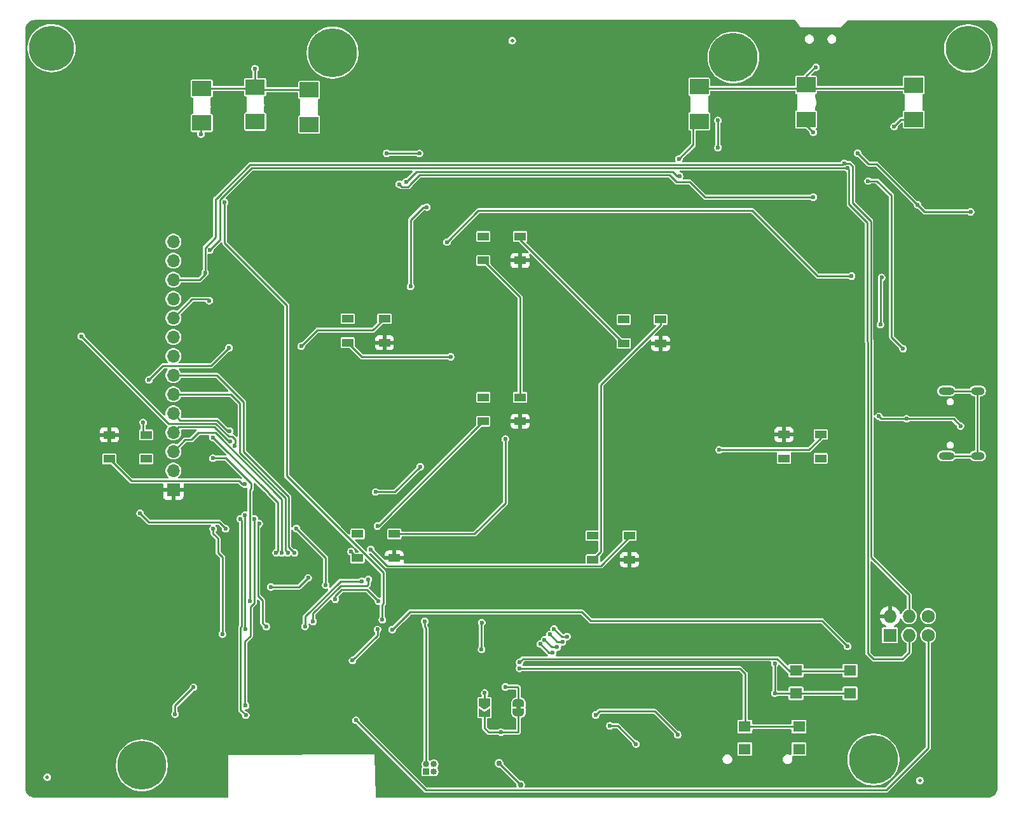
<source format=gbr>
%TF.GenerationSoftware,KiCad,Pcbnew,9.0.3*%
%TF.CreationDate,2025-12-07T17:58:41-06:00*%
%TF.ProjectId,CC14,43433134-2e6b-4696-9361-645f70636258,Prototype_v2.2*%
%TF.SameCoordinates,Original*%
%TF.FileFunction,Copper,L1,Top*%
%TF.FilePolarity,Positive*%
%FSLAX46Y46*%
G04 Gerber Fmt 4.6, Leading zero omitted, Abs format (unit mm)*
G04 Created by KiCad (PCBNEW 9.0.3) date 2025-12-07 17:58:41*
%MOMM*%
%LPD*%
G01*
G04 APERTURE LIST*
G04 Aperture macros list*
%AMFreePoly0*
4,1,23,0.500000,-0.750000,0.000000,-0.750000,0.000000,-0.745722,-0.065263,-0.745722,-0.191342,-0.711940,-0.304381,-0.646677,-0.396677,-0.554381,-0.461940,-0.441342,-0.495722,-0.315263,-0.495722,-0.250000,-0.500000,-0.250000,-0.500000,0.250000,-0.495722,0.250000,-0.495722,0.315263,-0.461940,0.441342,-0.396677,0.554381,-0.304381,0.646677,-0.191342,0.711940,-0.065263,0.745722,0.000000,0.745722,
0.000000,0.750000,0.500000,0.750000,0.500000,-0.750000,0.500000,-0.750000,$1*%
%AMFreePoly1*
4,1,23,0.000000,0.745722,0.065263,0.745722,0.191342,0.711940,0.304381,0.646677,0.396677,0.554381,0.461940,0.441342,0.495722,0.315263,0.495722,0.250000,0.500000,0.250000,0.500000,-0.250000,0.495722,-0.250000,0.495722,-0.315263,0.461940,-0.441342,0.396677,-0.554381,0.304381,-0.646677,0.191342,-0.711940,0.065263,-0.745722,0.000000,-0.745722,0.000000,-0.750000,-0.500000,-0.750000,
-0.500000,0.750000,0.000000,0.750000,0.000000,0.745722,0.000000,0.745722,$1*%
%AMFreePoly2*
4,1,6,1.000000,0.000000,0.500000,-0.750000,-0.500000,-0.750000,-0.500000,0.750000,0.500000,0.750000,1.000000,0.000000,1.000000,0.000000,$1*%
%AMFreePoly3*
4,1,6,0.500000,-0.750000,-0.650000,-0.750000,-0.150000,0.000000,-0.650000,0.750000,0.500000,0.750000,0.500000,-0.750000,0.500000,-0.750000,$1*%
G04 Aperture macros list end*
%TA.AperFunction,EtchedComponent*%
%ADD10C,0.000000*%
%TD*%
%TA.AperFunction,ComponentPad*%
%ADD11O,1.727200X1.727200*%
%TD*%
%TA.AperFunction,ComponentPad*%
%ADD12R,1.727200X1.727200*%
%TD*%
%TA.AperFunction,ComponentPad*%
%ADD13C,1.727200*%
%TD*%
%TA.AperFunction,SMDPad,CuDef*%
%ADD14R,1.500000X1.000000*%
%TD*%
%TA.AperFunction,ComponentPad*%
%ADD15C,6.500000*%
%TD*%
%TA.AperFunction,SMDPad,CuDef*%
%ADD16R,2.500000X2.000000*%
%TD*%
%TA.AperFunction,SMDPad,CuDef*%
%ADD17C,0.500000*%
%TD*%
%TA.AperFunction,ComponentPad*%
%ADD18C,6.000000*%
%TD*%
%TA.AperFunction,ComponentPad*%
%ADD19R,0.850000X0.850000*%
%TD*%
%TA.AperFunction,ComponentPad*%
%ADD20O,0.850000X0.850000*%
%TD*%
%TA.AperFunction,SMDPad,CuDef*%
%ADD21R,1.600000X1.400000*%
%TD*%
%TA.AperFunction,SMDPad,CuDef*%
%ADD22FreePoly0,270.000000*%
%TD*%
%TA.AperFunction,SMDPad,CuDef*%
%ADD23FreePoly1,270.000000*%
%TD*%
%TA.AperFunction,SMDPad,CuDef*%
%ADD24FreePoly2,270.000000*%
%TD*%
%TA.AperFunction,SMDPad,CuDef*%
%ADD25FreePoly3,270.000000*%
%TD*%
%TA.AperFunction,ComponentPad*%
%ADD26R,1.700000X1.700000*%
%TD*%
%TA.AperFunction,ComponentPad*%
%ADD27O,1.700000X1.700000*%
%TD*%
%TA.AperFunction,ComponentPad*%
%ADD28O,1.800000X1.000000*%
%TD*%
%TA.AperFunction,ComponentPad*%
%ADD29O,2.100000X1.000000*%
%TD*%
%TA.AperFunction,ViaPad*%
%ADD30C,0.600000*%
%TD*%
%TA.AperFunction,ViaPad*%
%ADD31C,0.750000*%
%TD*%
%TA.AperFunction,Conductor*%
%ADD32C,0.250000*%
%TD*%
G04 APERTURE END LIST*
D10*
%TA.AperFunction,EtchedComponent*%
%TO.C,REF\u002A\u002A*%
G36*
X155074160Y-147680000D02*
G01*
X154474160Y-147680000D01*
X154474160Y-147180000D01*
X155074160Y-147180000D01*
X155074160Y-147680000D01*
G37*
%TD.AperFunction*%
%TD*%
D11*
%TO.P,X1,1,VCC*%
%TO.N,VCC*%
X204250000Y-135240000D03*
D12*
%TO.P,X1,2,GND*%
%TO.N,GND*%
X204250000Y-137780000D03*
D11*
%TO.P,X1,3,SDA*%
%TO.N,IO08*%
X206790000Y-135240000D03*
%TO.P,X1,4,SCL*%
%TO.N,IO09*%
X206790000Y-137780000D03*
D13*
%TO.P,X1,5,GPIO1*%
%TO.N,IO01*%
X209330000Y-135240000D03*
%TO.P,X1,6,GPIO2*%
%TO.N,IO02*%
X209330000Y-137780000D03*
%TD*%
D14*
%TO.P,D16,1,VDD*%
%TO.N,VCC*%
X190130000Y-111050000D03*
%TO.P,D16,2,DOUT*%
%TO.N,unconnected-(D16-DOUT-Pad2)*%
X190130000Y-114250000D03*
%TO.P,D16,3,VSS*%
%TO.N,GND*%
X195030000Y-114250000D03*
%TO.P,D16,4,DIN*%
%TO.N,Net-(D15-DOUT)*%
X195030000Y-111050000D03*
%TD*%
D15*
%TO.P,,1*%
%TO.N,N/C*%
X183394160Y-60880000D03*
%TD*%
D16*
%TO.P,D8,1,K*%
%TO.N,GND*%
X207404160Y-64540000D03*
%TO.P,D8,2,A*%
%TO.N,Net-(D8-A)*%
X207404160Y-69140000D03*
%TD*%
D14*
%TO.P,D10,1,VDD*%
%TO.N,VCC*%
X155000000Y-87900000D03*
%TO.P,D10,2,DOUT*%
%TO.N,Net-(D10-DOUT)*%
X155000000Y-84700000D03*
%TO.P,D10,3,VSS*%
%TO.N,GND*%
X150100000Y-84700000D03*
%TO.P,D10,4,DIN*%
%TO.N,Net-(D10-DIN)*%
X150100000Y-87900000D03*
%TD*%
D16*
%TO.P,D5,1,K*%
%TO.N,GND*%
X126904160Y-65195300D03*
%TO.P,D5,2,A*%
%TO.N,Net-(D5-A)*%
X126904160Y-69795300D03*
%TD*%
D17*
%TO.P,Fid-5,*%
%TO.N,*%
X153944160Y-58650000D03*
%TD*%
D16*
%TO.P,D3,1,K*%
%TO.N,GND*%
X112604160Y-65010000D03*
%TO.P,D3,2,A*%
%TO.N,Net-(D3-A)*%
X112604160Y-69610000D03*
%TD*%
%TO.P,D4,1,K*%
%TO.N,GND*%
X119724160Y-64830000D03*
%TO.P,D4,2,A*%
%TO.N,Net-(D4-A)*%
X119724160Y-69430000D03*
%TD*%
D14*
%TO.P,D9,1,VDD*%
%TO.N,VCC*%
X155000000Y-109310000D03*
%TO.P,D9,2,DOUT*%
%TO.N,Net-(D10-DIN)*%
X155000000Y-106110000D03*
%TO.P,D9,3,VSS*%
%TO.N,GND*%
X150100000Y-106110000D03*
%TO.P,D9,4,DIN*%
%TO.N,IO18*%
X150100000Y-109310000D03*
%TD*%
%TO.P,D11,1,VDD*%
%TO.N,VCC*%
X173690000Y-98960000D03*
%TO.P,D11,2,DOUT*%
%TO.N,Net-(D11-DOUT)*%
X173690000Y-95760000D03*
%TO.P,D11,3,VSS*%
%TO.N,GND*%
X168790000Y-95760000D03*
%TO.P,D11,4,DIN*%
%TO.N,Net-(D10-DOUT)*%
X168790000Y-98960000D03*
%TD*%
D18*
%TO.P,REF\u002A\u002A,*%
%TO.N,*%
X92604160Y-59640000D03*
%TD*%
D14*
%TO.P,D14,1,VDD*%
%TO.N,VCC*%
X136930000Y-98840000D03*
%TO.P,D14,2,DOUT*%
%TO.N,Net-(D14-DOUT)*%
X136930000Y-95640000D03*
%TO.P,D14,3,VSS*%
%TO.N,GND*%
X132030000Y-95640000D03*
%TO.P,D14,4,DIN*%
%TO.N,Net-(D13-DOUT)*%
X132030000Y-98840000D03*
%TD*%
D18*
%TO.P,REF\u002A\u002A,*%
%TO.N,*%
X214664160Y-59680000D03*
%TD*%
D19*
%TO.P,REF\u002A\u002A,1*%
%TO.N,N/C*%
X142504160Y-155940000D03*
D20*
%TO.P,REF\u002A\u002A,2*%
%TO.N,IO45*%
X142504160Y-154940000D03*
%TO.P,REF\u002A\u002A,3*%
%TO.N,GND*%
X143504160Y-155940000D03*
%TO.P,REF\u002A\u002A,4*%
%TO.N,N/C*%
X143504160Y-154940000D03*
%TD*%
D21*
%TO.P,SW5,1,1*%
%TO.N,GND*%
X192120000Y-152940000D03*
X184920000Y-152940000D03*
%TO.P,SW5,2,2*%
%TO.N,IO39*%
X192120000Y-149940000D03*
X184920000Y-149940000D03*
%TD*%
D22*
%TO.P,REF\u002A\u002A,1*%
%TO.N,IO41*%
X154774160Y-146780000D03*
D23*
%TO.P,REF\u002A\u002A,2*%
%TO.N,GND*%
X154774160Y-148080000D03*
%TD*%
D16*
%TO.P,D6,1,K*%
%TO.N,GND*%
X178844160Y-64780000D03*
%TO.P,D6,2,A*%
%TO.N,Net-(D6-A)*%
X178844160Y-69380000D03*
%TD*%
D21*
%TO.P,SW4,1,1*%
%TO.N,GND*%
X198940000Y-145510000D03*
X191740000Y-145510000D03*
%TO.P,SW4,2,2*%
%TO.N,IO38*%
X198940000Y-142510000D03*
X191740000Y-142510000D03*
%TD*%
D14*
%TO.P,D15,1,VDD*%
%TO.N,VCC*%
X100290000Y-111110000D03*
%TO.P,D15,2,DOUT*%
%TO.N,Net-(D15-DOUT)*%
X100290000Y-114310000D03*
%TO.P,D15,3,VSS*%
%TO.N,GND*%
X105190000Y-114310000D03*
%TO.P,D15,4,DIN*%
%TO.N,Net-(D14-DOUT)*%
X105190000Y-111110000D03*
%TD*%
D17*
%TO.P,Fid-6,*%
%TO.N,*%
X208234160Y-157130000D03*
%TD*%
D14*
%TO.P,D13,1,VDD*%
%TO.N,VCC*%
X138240000Y-127510000D03*
%TO.P,D13,2,DOUT*%
%TO.N,Net-(D13-DOUT)*%
X138240000Y-124310000D03*
%TO.P,D13,3,VSS*%
%TO.N,GND*%
X133340000Y-124310000D03*
%TO.P,D13,4,DIN*%
%TO.N,Net-(D12-DOUT)*%
X133340000Y-127510000D03*
%TD*%
D24*
%TO.P,REF\u002A\u002A,1*%
%TO.N,IO42*%
X150264160Y-146705000D03*
D25*
%TO.P,REF\u002A\u002A,2*%
%TO.N,GND*%
X150264160Y-148155000D03*
%TD*%
D16*
%TO.P,D7,1,K*%
%TO.N,GND*%
X193084160Y-64530800D03*
%TO.P,D7,2,A*%
%TO.N,Net-(D7-A)*%
X193084160Y-69130800D03*
%TD*%
D15*
%TO.P,,1*%
%TO.N,N/C*%
X104624160Y-155105000D03*
%TD*%
D17*
%TO.P,Fid-4,*%
%TO.N,*%
X92034160Y-156690000D03*
%TD*%
D14*
%TO.P,D12,1,VDD*%
%TO.N,VCC*%
X169570000Y-127720000D03*
%TO.P,D12,2,DOUT*%
%TO.N,Net-(D12-DOUT)*%
X169570000Y-124520000D03*
%TO.P,D12,3,VSS*%
%TO.N,GND*%
X164670000Y-124520000D03*
%TO.P,D12,4,DIN*%
%TO.N,Net-(D11-DOUT)*%
X164670000Y-127720000D03*
%TD*%
D15*
%TO.P,REF\u002A\u002A,1*%
%TO.N,N/C*%
X130024160Y-60250001D03*
%TD*%
%TO.P,REF\u002A\u002A,1*%
%TO.N,N/C*%
X202044160Y-154330001D03*
%TD*%
D26*
%TO.P,J3,1,Pin_1*%
%TO.N,VCC*%
X108814160Y-118420000D03*
D27*
%TO.P,J3,2,Pin_2*%
%TO.N,GND*%
X108814160Y-115880000D03*
%TO.P,J3,3,Pin_3*%
%TO.N,IO10*%
X108814160Y-113340000D03*
%TO.P,J3,4,Pin_4*%
%TO.N,IO04*%
X108814160Y-110800000D03*
%TO.P,J3,5,Pin_5*%
%TO.N,IO05*%
X108814160Y-108260000D03*
%TO.P,J3,6,Pin_6*%
%TO.N,IO11*%
X108814160Y-105720000D03*
%TO.P,J3,7,Pin_7*%
%TO.N,IO12*%
X108814160Y-103180000D03*
%TO.P,J3,8,Pin_8*%
%TO.N,IO06*%
X108814160Y-100640000D03*
%TO.P,J3,9,Pin_9*%
%TO.N,unconnected-(J3-Pin_9-Pad9)*%
X108814160Y-98100000D03*
%TO.P,J3,10,Pin_10*%
%TO.N,IO09*%
X108814160Y-95560000D03*
%TO.P,J3,11,Pin_11*%
%TO.N,IO03*%
X108814160Y-93020000D03*
%TO.P,J3,12,Pin_12*%
%TO.N,IO08*%
X108814160Y-90480000D03*
%TO.P,J3,13,Pin_13*%
%TO.N,IO07*%
X108814160Y-87940000D03*
%TO.P,J3,14,Pin_14*%
%TO.N,unconnected-(J3-Pin_14-Pad14)*%
X108814160Y-85400000D03*
%TD*%
D28*
%TO.P,J8,S1,SHIELD*%
%TO.N,Net-(J8-SHIELD)*%
X215924160Y-105275000D03*
D29*
X211774160Y-105275000D03*
D28*
X215924160Y-113915000D03*
D29*
X211774160Y-113915000D03*
%TD*%
D30*
%TO.N,GND*%
X184964160Y-153040000D03*
X152464160Y-150700000D03*
X207924160Y-80490000D03*
X194390000Y-62180000D03*
X192164160Y-153040000D03*
X191774160Y-145560000D03*
X168790000Y-95760000D03*
X199930000Y-73620000D03*
X141594160Y-73670000D03*
X198944160Y-145560000D03*
X188904160Y-141560000D03*
X206444160Y-108980000D03*
X105190000Y-114310000D03*
X111510000Y-144710000D03*
X132030000Y-95640000D03*
X119700000Y-62390000D03*
X195030000Y-114250000D03*
X181334160Y-69260000D03*
X137234160Y-73650000D03*
X149884160Y-136100000D03*
X214994160Y-81430000D03*
X149854160Y-139670000D03*
X164670000Y-124520000D03*
X213644160Y-109930000D03*
X150100000Y-84700000D03*
X202784160Y-108640000D03*
X150210000Y-106110000D03*
X188904160Y-145515840D03*
X133340000Y-124310000D03*
X181334160Y-72880000D03*
X109050000Y-148290000D03*
%TO.N,VBUS*%
X205984160Y-99645000D03*
X201342358Y-77321802D03*
%TO.N,VCC*%
X194454216Y-106103400D03*
D31*
X206479160Y-83180000D03*
D30*
X205284160Y-75160000D03*
D31*
X208654160Y-83130000D03*
D30*
X186644160Y-140290000D03*
D31*
X207589160Y-85845000D03*
D30*
X92394160Y-105055000D03*
X95860000Y-129780000D03*
X211064160Y-85870000D03*
X112784160Y-151022500D03*
X162684160Y-150050000D03*
X91914160Y-78900000D03*
D31*
X206349160Y-88045000D03*
D30*
X191954160Y-107940000D03*
D31*
X215104160Y-70830000D03*
X208749160Y-88165000D03*
D30*
%TO.N,Net-(D4-A)*%
X119724160Y-69430000D03*
%TO.N,Net-(D5-A)*%
X126904160Y-69795300D03*
%TO.N,Net-(D6-A)*%
X139804160Y-77460000D03*
X176224932Y-76680000D03*
X176144160Y-74410000D03*
%TO.N,IO18*%
X135990000Y-123250000D03*
%TO.N,Net-(D7-A)*%
X194034160Y-79485000D03*
X194040000Y-70840000D03*
X138904160Y-77750000D03*
%TO.N,Net-(D8-A)*%
X204804160Y-70070000D03*
D31*
%TO.N,USB_TX_ESP_RX*%
X152194160Y-154824622D03*
X155070000Y-157706001D03*
D30*
%TO.N,Boot*%
X136640000Y-135720000D03*
X115659160Y-80170000D03*
%TO.N,Net-(U1-~{CHRG})*%
X203144160Y-90170000D03*
X202982660Y-96453244D03*
%TO.N,IO15*%
X126354160Y-136605000D03*
X199144160Y-89980000D03*
X133936838Y-130577882D03*
X145254160Y-85450000D03*
%TO.N,IO05*%
X118444160Y-147150000D03*
X119624160Y-122305000D03*
X116323721Y-110604776D03*
%TO.N,IO04*%
X117749160Y-122305000D03*
X116421662Y-111978338D03*
X118464160Y-148430000D03*
%TO.N,IO10*%
X123276660Y-126820000D03*
%TO.N,IO12*%
X124954160Y-126820000D03*
%TO.N,IO11*%
X124049160Y-126820000D03*
%TO.N,IO37*%
X175984160Y-151020000D03*
X159336515Y-140088334D03*
X157685563Y-138941419D03*
X165064160Y-148400000D03*
%TO.N,IO36*%
X158250571Y-138376411D03*
X159944160Y-139380000D03*
%TO.N,IO35*%
X160624160Y-138680000D03*
X158940571Y-137686411D03*
X166951375Y-149846424D03*
X170434160Y-152260000D03*
%TO.N,IO38*%
X154925978Y-141390131D03*
%TO.N,IO16*%
X121198910Y-136629750D03*
X120249160Y-122930000D03*
%TO.N,IO17*%
X134796733Y-130354383D03*
X142574160Y-80800000D03*
X140409160Y-91368901D03*
X127424160Y-135954550D03*
%TO.N,IO08*%
X113045000Y-89540000D03*
X114129160Y-123630000D03*
X198139160Y-74957236D03*
X115360000Y-137630000D03*
%TO.N,IO09*%
X122504160Y-126820000D03*
X113670000Y-86506942D03*
X198628660Y-75590000D03*
X113603471Y-93251374D03*
X114093443Y-111464999D03*
%TO.N,IO02*%
X133142904Y-149101256D03*
%TO.N,IO01*%
X132664160Y-141140000D03*
X198600000Y-139250000D03*
X137964160Y-137040000D03*
X135993603Y-137005559D03*
%TO.N,Net-(D12-DOUT)*%
X132480000Y-126650000D03*
X135097080Y-126377080D03*
%TO.N,IO19*%
X118399160Y-137005000D03*
X117001160Y-112544025D03*
X118374160Y-121805626D03*
X96564160Y-97990000D03*
%TO.N,IO47*%
X130394160Y-132990000D03*
X136141321Y-133268058D03*
X161244939Y-137961736D03*
X159518625Y-136933145D03*
%TO.N,IO03*%
X114098160Y-114216174D03*
X118999160Y-133210000D03*
%TO.N,IO21*%
X125204160Y-123570000D03*
X129114160Y-131115000D03*
X115784160Y-123620000D03*
X104394580Y-121555420D03*
%TO.N,IO45*%
X142304160Y-135940000D03*
%TO.N,IO46*%
X121794160Y-131360000D03*
X126774160Y-130150000D03*
%TO.N,Net-(D3-A)*%
X112504160Y-71080000D03*
%TO.N,IO39*%
X154920487Y-142190115D03*
%TO.N,IO41*%
X153034160Y-144670000D03*
%TO.N,IO42*%
X150274160Y-145470000D03*
%TO.N,Net-(D13-DOUT)*%
X153040000Y-111680000D03*
X145750000Y-100730000D03*
%TO.N,Net-(D14-DOUT)*%
X116220000Y-99540000D03*
X105559160Y-103810000D03*
X104790000Y-109480000D03*
X125850000Y-99310000D03*
%TO.N,Net-(D15-DOUT)*%
X181510000Y-113110000D03*
X135740000Y-118720000D03*
X141690000Y-115360000D03*
X118350000Y-117680000D03*
%TD*%
D32*
%TO.N,GND*%
X150264160Y-148155000D02*
X150264160Y-150150000D01*
X150264160Y-150150000D02*
X150814160Y-150700000D01*
X149854160Y-139670000D02*
X149854160Y-136130000D01*
X154774160Y-150670000D02*
X154774160Y-148080000D01*
X194390000Y-62180000D02*
X194250000Y-62180000D01*
X119700000Y-62390000D02*
X119700000Y-64805840D01*
X202484160Y-75050000D02*
X207924160Y-80490000D01*
X203124160Y-108980000D02*
X206444160Y-108980000D01*
X208864160Y-81430000D02*
X214994160Y-81430000D01*
X178844160Y-64780000D02*
X179044160Y-64980000D01*
X112604160Y-65010000D02*
X119544160Y-65010000D01*
X201360000Y-75050000D02*
X202484160Y-75050000D01*
X188904160Y-141560000D02*
X188904160Y-145515840D01*
X188910000Y-145510000D02*
X191740000Y-145510000D01*
X119544160Y-65010000D02*
X119724160Y-64830000D01*
X188904160Y-145515840D02*
X188910000Y-145510000D01*
X109050000Y-148290000D02*
X109050000Y-147170000D01*
X194250000Y-62180000D02*
X193084160Y-63345840D01*
X126904160Y-65195300D02*
X120089460Y-65195300D01*
X199930000Y-73620000D02*
X201360000Y-75050000D01*
X141574160Y-73650000D02*
X141594160Y-73670000D01*
X207924160Y-80490000D02*
X208864160Y-81430000D01*
X137234160Y-73650000D02*
X141574160Y-73650000D01*
X120089460Y-65195300D02*
X119724160Y-64830000D01*
X213644160Y-109930000D02*
X212694160Y-108980000D01*
X181334160Y-72880000D02*
X181334160Y-69260000D01*
X149854160Y-136130000D02*
X149884160Y-136100000D01*
X150814160Y-150700000D02*
X152464160Y-150700000D01*
X179044160Y-64980000D02*
X206964160Y-64980000D01*
X191824160Y-145510000D02*
X198940000Y-145510000D01*
X119700000Y-64805840D02*
X119724160Y-64830000D01*
X191774160Y-145560000D02*
X191824160Y-145510000D01*
X212694160Y-108980000D02*
X206444160Y-108980000D01*
X206964160Y-64980000D02*
X207404160Y-64540000D01*
X202784160Y-108640000D02*
X203124160Y-108980000D01*
X193084160Y-63345840D02*
X193084160Y-64530800D01*
X109050000Y-147170000D02*
X111510000Y-144710000D01*
X152464160Y-150700000D02*
X154744160Y-150700000D01*
X154744160Y-150700000D02*
X154774160Y-150670000D01*
%TO.N,VBUS*%
X205984160Y-99645000D02*
X204464160Y-98125000D01*
X202525962Y-77321802D02*
X201342358Y-77321802D01*
X204464160Y-79260000D02*
X202525962Y-77321802D01*
X204464160Y-98125000D02*
X204464160Y-79260000D01*
%TO.N,Net-(D6-A)*%
X178064160Y-72490000D02*
X178064160Y-69550000D01*
X141208160Y-76056000D02*
X139804160Y-77460000D01*
X176224932Y-76680000D02*
X175934160Y-76680000D01*
X175310160Y-76056000D02*
X141208160Y-76056000D01*
X175934160Y-76680000D02*
X175310160Y-76056000D01*
X176144160Y-74410000D02*
X178064160Y-72490000D01*
%TO.N,IO18*%
X136160000Y-123250000D02*
X150100000Y-109310000D01*
X135990000Y-123250000D02*
X136160000Y-123250000D01*
%TO.N,Net-(D7-A)*%
X139543862Y-78085000D02*
X139239160Y-78085000D01*
X140430160Y-77719298D02*
X140063458Y-78086000D01*
X140430160Y-77717884D02*
X140430160Y-77719298D01*
X177595839Y-77455000D02*
X175815276Y-77455000D01*
X139544862Y-78086000D02*
X139543862Y-78085000D01*
X193084160Y-69130800D02*
X193084160Y-69884160D01*
X140063458Y-78086000D02*
X139544862Y-78086000D01*
X139239160Y-78085000D02*
X138904160Y-77750000D01*
X174867276Y-76507000D02*
X141641044Y-76507000D01*
X193084160Y-69884160D02*
X194040000Y-70840000D01*
X179640839Y-79500000D02*
X177595839Y-77455000D01*
X194019160Y-79500000D02*
X179640839Y-79500000D01*
X141641044Y-76507000D02*
X140430160Y-77717884D01*
X175815276Y-77455000D02*
X174867276Y-76507000D01*
X194034160Y-79485000D02*
X194019160Y-79500000D01*
%TO.N,Net-(D8-A)*%
X205734160Y-69140000D02*
X207404160Y-69140000D01*
X204804160Y-70070000D02*
X205734160Y-69140000D01*
%TO.N,USB_TX_ESP_RX*%
X153594160Y-156224622D02*
X152194160Y-154824622D01*
X153594160Y-156230161D02*
X153594160Y-156224622D01*
X155070000Y-157706001D02*
X153594160Y-156230161D01*
%TO.N,Boot*%
X123930000Y-116580000D02*
X136766321Y-129416321D01*
X115659160Y-80170000D02*
X115659160Y-85573320D01*
X115659160Y-85573320D02*
X123930000Y-93844160D01*
X136766321Y-133617839D02*
X136640000Y-133744160D01*
X136640000Y-133744160D02*
X136640000Y-135720000D01*
X123930000Y-93844160D02*
X123930000Y-116580000D01*
X136766321Y-129416321D02*
X136766321Y-133617839D01*
%TO.N,Net-(J8-SHIELD)*%
X215904160Y-105300000D02*
X211754160Y-105300000D01*
X215904160Y-113940000D02*
X215904160Y-105300000D01*
X211754160Y-113940000D02*
X215904160Y-113940000D01*
%TO.N,Net-(U1-~{CHRG})*%
X202982660Y-91651500D02*
X202982660Y-96453244D01*
X202994160Y-91640000D02*
X202982660Y-91651500D01*
X202994160Y-90320000D02*
X202994160Y-91640000D01*
X203144160Y-90170000D02*
X202994160Y-90320000D01*
%TO.N,IO15*%
X133936838Y-130577882D02*
X131093486Y-130577882D01*
X194624160Y-89980000D02*
X199144160Y-89980000D01*
X145254160Y-85450000D02*
X149414160Y-81290000D01*
X149414160Y-81290000D02*
X185934160Y-81290000D01*
X126354160Y-135317208D02*
X126354160Y-136605000D01*
X185934160Y-81290000D02*
X194624160Y-89980000D01*
X131093486Y-130577882D02*
X126354160Y-135317208D01*
%TO.N,IO05*%
X118334160Y-138610616D02*
X118334160Y-147040000D01*
X116077647Y-110604776D02*
X114645871Y-109173000D01*
X119064160Y-137880616D02*
X118334160Y-138610616D01*
X119624160Y-133468884D02*
X119064160Y-134028884D01*
X119624160Y-122305000D02*
X119624160Y-133468884D01*
X114645871Y-109173000D02*
X109727160Y-109173000D01*
X118334160Y-147040000D02*
X118444160Y-147150000D01*
X119064160Y-134028884D02*
X119064160Y-137880616D01*
X109727160Y-109173000D02*
X108814160Y-108260000D01*
X116323721Y-110604776D02*
X116077647Y-110604776D01*
%TO.N,IO04*%
X117774160Y-147740000D02*
X118464160Y-148430000D01*
X116421662Y-111978338D02*
X116175588Y-111978338D01*
X116175588Y-111978338D02*
X114272250Y-110075000D01*
X114272250Y-110075000D02*
X109539160Y-110075000D01*
X117749160Y-122305000D02*
X117924160Y-122480000D01*
X109539160Y-110075000D02*
X108814160Y-110800000D01*
X117774160Y-136746116D02*
X117774160Y-147740000D01*
X117924160Y-136596116D02*
X117774160Y-136746116D01*
X117924160Y-122480000D02*
X117924160Y-136596116D01*
%TO.N,IO10*%
X114399440Y-110840000D02*
X123276660Y-119717220D01*
X123276660Y-119717220D02*
X123276660Y-126880000D01*
X112130000Y-110840000D02*
X111190000Y-111780000D01*
X110374160Y-111780000D02*
X108814160Y-113340000D01*
X111190000Y-111780000D02*
X110374160Y-111780000D01*
X112130000Y-110840000D02*
X114399440Y-110840000D01*
%TO.N,IO12*%
X124177660Y-119344014D02*
X118141000Y-113307354D01*
X114597810Y-103180000D02*
X108814160Y-103180000D01*
X124954160Y-126820000D02*
X124177660Y-126043500D01*
X118141000Y-106723190D02*
X114597810Y-103180000D01*
X124177660Y-126043500D02*
X124177660Y-119344014D01*
X118141000Y-113307354D02*
X118141000Y-106723190D01*
%TO.N,IO11*%
X124049160Y-126768616D02*
X123726660Y-126446116D01*
X117690000Y-106910000D02*
X116500000Y-105720000D01*
X123726660Y-119530824D02*
X117690000Y-113494164D01*
X123726660Y-126446116D02*
X123726660Y-119530824D01*
X117690000Y-113494164D02*
X117690000Y-106910000D01*
X116500000Y-105720000D02*
X108814160Y-105720000D01*
X124049160Y-126880000D02*
X124049160Y-126768616D01*
%TO.N,IO37*%
X158832478Y-140088334D02*
X157685563Y-138941419D01*
X165554160Y-147910000D02*
X165064160Y-148400000D01*
X175984160Y-151020000D02*
X175984160Y-150960000D01*
X175984160Y-150960000D02*
X172934160Y-147910000D01*
X159336515Y-140088334D02*
X158832478Y-140088334D01*
X172934160Y-147910000D02*
X165554160Y-147910000D01*
%TO.N,IO36*%
X159254160Y-139380000D02*
X158250571Y-138376411D01*
X159944160Y-139380000D02*
X159254160Y-139380000D01*
%TO.N,IO35*%
X159934160Y-138680000D02*
X158940571Y-137686411D01*
X158940571Y-137686411D02*
X158930571Y-137676411D01*
X168020584Y-149846424D02*
X166951375Y-149846424D01*
X160624160Y-138680000D02*
X159934160Y-138680000D01*
X170434160Y-152260000D02*
X168020584Y-149846424D01*
%TO.N,IO38*%
X190854160Y-142560000D02*
X198944160Y-142560000D01*
X154925978Y-141390131D02*
X155401109Y-140915000D01*
X155401109Y-140915000D02*
X189209160Y-140915000D01*
X189209160Y-140915000D02*
X190854160Y-142560000D01*
%TO.N,IO16*%
X120734160Y-133195000D02*
X120734160Y-136165000D01*
X120075160Y-132536000D02*
X120734160Y-133195000D01*
X120075160Y-123104000D02*
X120075160Y-132536000D01*
X120734160Y-136165000D02*
X121198910Y-136629750D01*
X120249160Y-122930000D02*
X120075160Y-123104000D01*
%TO.N,IO17*%
X140409160Y-82491396D02*
X142100556Y-80800000D01*
X134796733Y-131017427D02*
X134611278Y-131202882D01*
X142100556Y-80800000D02*
X142574160Y-80800000D01*
X131104882Y-131202882D02*
X127424160Y-134883604D01*
X134796733Y-130354383D02*
X134796733Y-131017427D01*
X127424160Y-134883604D02*
X127424160Y-135954550D01*
X140409160Y-91368901D02*
X140409160Y-82491396D01*
X134611278Y-131202882D02*
X131104882Y-131202882D01*
%TO.N,IO08*%
X197942396Y-75154000D02*
X119037350Y-75154000D01*
X113044000Y-86766240D02*
X113045000Y-86767240D01*
X199254660Y-75849298D02*
X199253660Y-75850298D01*
X115360000Y-127379261D02*
X114754391Y-126773652D01*
X113045000Y-89753278D02*
X112318278Y-90480000D01*
X199253660Y-80235850D02*
X201691000Y-82673190D01*
X114754391Y-126773652D02*
X114754391Y-124874115D01*
X114583160Y-79608190D02*
X114583160Y-79609604D01*
X113045000Y-86767240D02*
X113045000Y-89540000D01*
X115360000Y-137630000D02*
X115360000Y-127379261D01*
X112318278Y-90480000D02*
X108814160Y-90480000D01*
X114129160Y-123630000D02*
X114284160Y-123630000D01*
X114583160Y-79609604D02*
X114424160Y-79768604D01*
X113045000Y-89540000D02*
X113045000Y-89753278D01*
X201741160Y-98951160D02*
X201741160Y-127381160D01*
X201691000Y-98533190D02*
X201741000Y-98583190D01*
X113045000Y-86246644D02*
X113044000Y-86247644D01*
X114129160Y-124248884D02*
X114129160Y-123630000D01*
X198139160Y-74957236D02*
X198257643Y-75075719D01*
X114424160Y-84835840D02*
X113045000Y-86215000D01*
X201741160Y-127381160D02*
X206790000Y-132430000D01*
X198139160Y-74957236D02*
X197942396Y-75154000D01*
X201691000Y-82673190D02*
X201691000Y-98533190D01*
X198887958Y-74964000D02*
X199254660Y-75330702D01*
X198369362Y-74964000D02*
X198887958Y-74964000D01*
X114754391Y-124874115D02*
X114129160Y-124248884D01*
X113045000Y-86215000D02*
X113045000Y-86246644D01*
X201741000Y-98951000D02*
X201741160Y-98951160D01*
X206790000Y-132430000D02*
X206790000Y-135240000D01*
X199253660Y-75850298D02*
X199253660Y-80235850D01*
X114424160Y-79768604D02*
X114424160Y-84835840D01*
X113044000Y-86247644D02*
X113044000Y-86766240D01*
X119037350Y-75154000D02*
X114583160Y-79608190D01*
X198257643Y-75075719D02*
X198369362Y-74964000D01*
X199254660Y-75330702D02*
X199254660Y-75849298D01*
X201741000Y-98583190D02*
X201741000Y-98951000D01*
%TO.N,IO09*%
X113603471Y-93251374D02*
X113412097Y-93060000D01*
X202060000Y-140970000D02*
X201290160Y-140200160D01*
X205900000Y-140970000D02*
X202060000Y-140970000D01*
X198613660Y-75605000D02*
X198628660Y-75590000D01*
X119224160Y-75605000D02*
X198613660Y-75605000D01*
X198802660Y-75764000D02*
X198628660Y-75590000D01*
X201240000Y-82860000D02*
X198802660Y-80422660D01*
X206790000Y-140080000D02*
X205900000Y-140970000D01*
X121086454Y-118432294D02*
X121108458Y-118432294D01*
X122754160Y-120100000D02*
X122754160Y-126518616D01*
X111314160Y-93060000D02*
X108814160Y-95560000D01*
X114093443Y-111464999D02*
X115297746Y-112669302D01*
X115323462Y-112669302D02*
X121086454Y-118432294D01*
X201290000Y-98770000D02*
X201240000Y-98720000D01*
X206790000Y-137780000D02*
X206790000Y-140080000D01*
X113670000Y-86506942D02*
X115034160Y-85142782D01*
X115034160Y-79795000D02*
X119224160Y-75605000D01*
X201290160Y-100084190D02*
X201290000Y-100084030D01*
X201290000Y-100084030D02*
X201290000Y-98770000D01*
X115034160Y-85142782D02*
X115034160Y-79795000D01*
X122504160Y-126768616D02*
X122504160Y-126880000D01*
X201290160Y-140200160D02*
X201290160Y-100084190D01*
X121108458Y-118432294D02*
X121475160Y-118798996D01*
X122754160Y-126518616D02*
X122504160Y-126768616D01*
X198802660Y-80422660D02*
X198802660Y-75764000D01*
X121475160Y-118821000D02*
X122754160Y-120100000D01*
X201240000Y-98720000D02*
X201240000Y-82860000D01*
X115297746Y-112669302D02*
X115323462Y-112669302D01*
X113412097Y-93060000D02*
X111314160Y-93060000D01*
%TO.N,IO02*%
X203732495Y-158406001D02*
X209330000Y-152808496D01*
X142447649Y-158406001D02*
X203732495Y-158406001D01*
X209330000Y-152808496D02*
X209330000Y-137780000D01*
X133142904Y-149101256D02*
X142447649Y-158406001D01*
%TO.N,IO01*%
X135993603Y-137810557D02*
X132664160Y-141140000D01*
X164349458Y-135840000D02*
X195190000Y-135840000D01*
X137964160Y-137040000D02*
X140144160Y-134860000D01*
X135993603Y-137005559D02*
X135993603Y-137810557D01*
X140160000Y-134860000D02*
X140330000Y-134690000D01*
X195190000Y-135840000D02*
X198600000Y-139250000D01*
X140330000Y-134690000D02*
X163199458Y-134690000D01*
X163199458Y-134690000D02*
X164349458Y-135840000D01*
X140144160Y-134860000D02*
X140160000Y-134860000D01*
%TO.N,Net-(D11-DOUT)*%
X173690000Y-95760000D02*
X173690000Y-96510000D01*
X165746000Y-126644000D02*
X164670000Y-127720000D01*
X165746000Y-104454000D02*
X165746000Y-126644000D01*
X173690000Y-96510000D02*
X165746000Y-104454000D01*
%TO.N,Net-(D12-DOUT)*%
X137276000Y-128546000D02*
X165746000Y-128546000D01*
X165746000Y-128546000D02*
X169570000Y-124722000D01*
X135097080Y-126377080D02*
X135107080Y-126377080D01*
X169570000Y-124722000D02*
X169570000Y-124520000D01*
X132480000Y-126650000D02*
X133340000Y-127510000D01*
X135107080Y-126377080D02*
X137276000Y-128546000D01*
%TO.N,IO19*%
X108198160Y-109624000D02*
X104460160Y-105886000D01*
X118374160Y-136980000D02*
X118399160Y-137005000D01*
X118374160Y-121805626D02*
X118374160Y-136980000D01*
X117047662Y-112212601D02*
X117047662Y-111719040D01*
X96574160Y-97990000D02*
X96564160Y-97990000D01*
X117001160Y-112544025D02*
X117001160Y-112259103D01*
X117001160Y-112259103D02*
X117047662Y-112212601D01*
X116187399Y-111352338D02*
X114459061Y-109624000D01*
X104460160Y-105886000D02*
X104460160Y-105876000D01*
X104460160Y-105876000D02*
X96574160Y-97990000D01*
X117047662Y-111719040D02*
X116680960Y-111352338D01*
X116680960Y-111352338D02*
X116187399Y-111352338D01*
X114459061Y-109624000D02*
X108198160Y-109624000D01*
%TO.N,IO47*%
X134610280Y-131740000D02*
X131204160Y-131740000D01*
X160547216Y-137961736D02*
X159518625Y-136933145D01*
X136141321Y-133268058D02*
X136138338Y-133268058D01*
X136138338Y-133268058D02*
X134610280Y-131740000D01*
X161244939Y-137961736D02*
X160547216Y-137961736D01*
X131204160Y-131740000D02*
X130394160Y-132550000D01*
X130394160Y-132550000D02*
X130394160Y-132990000D01*
%TO.N,IO03*%
X114098160Y-114216174D02*
X115830334Y-114216174D01*
X115830334Y-114216174D02*
X119175160Y-117561000D01*
X119175160Y-118289298D02*
X118999160Y-118465298D01*
X118999160Y-118465298D02*
X118999160Y-133210000D01*
X119175160Y-117561000D02*
X119175160Y-118289298D01*
%TO.N,IO21*%
X129114160Y-131115000D02*
X129114160Y-127480000D01*
X115784160Y-123580000D02*
X115784160Y-123620000D01*
X104394580Y-121555420D02*
X105559160Y-122720000D01*
X114924160Y-122720000D02*
X115784160Y-123580000D01*
X129114160Y-127480000D02*
X125204160Y-123570000D01*
X105559160Y-122720000D02*
X114924160Y-122720000D01*
%TO.N,IO45*%
X142304160Y-136630000D02*
X142494160Y-136820000D01*
X142494160Y-136820000D02*
X142494160Y-154860000D01*
X142304160Y-135940000D02*
X142304160Y-136630000D01*
%TO.N,IO46*%
X121794160Y-131360000D02*
X125564160Y-131360000D01*
X125564160Y-131360000D02*
X126774160Y-130150000D01*
%TO.N,Net-(D3-A)*%
X112504160Y-71080000D02*
X112504160Y-69520000D01*
%TO.N,Net-(D10-DOUT)*%
X155000000Y-84700000D02*
X155000000Y-85170000D01*
X155000000Y-85170000D02*
X168790000Y-98960000D01*
%TO.N,Net-(D10-DIN)*%
X155000000Y-92800000D02*
X150100000Y-87900000D01*
X155000000Y-106110000D02*
X155000000Y-92800000D01*
%TO.N,IO39*%
X192084160Y-149960000D02*
X192164160Y-150040000D01*
X184984160Y-142890000D02*
X184984160Y-149960000D01*
X184984160Y-149960000D02*
X192084160Y-149960000D01*
X154920487Y-142190115D02*
X154842078Y-142190115D01*
X154920487Y-142190115D02*
X184284275Y-142190115D01*
X184284275Y-142190115D02*
X184984160Y-142890000D01*
%TO.N,IO41*%
X153034160Y-144670000D02*
X154654160Y-144670000D01*
X154774160Y-144790000D02*
X154774160Y-146780000D01*
X154654160Y-144670000D02*
X154774160Y-144790000D01*
%TO.N,IO42*%
X150274160Y-145470000D02*
X150264160Y-145480000D01*
X150264160Y-145480000D02*
X150264160Y-146540000D01*
%TO.N,Net-(D13-DOUT)*%
X153040000Y-120169160D02*
X148899160Y-124310000D01*
X153040000Y-111680000D02*
X153040000Y-120169160D01*
X145750000Y-100730000D02*
X133920000Y-100730000D01*
X148899160Y-124310000D02*
X138240000Y-124310000D01*
X133920000Y-100730000D02*
X132030000Y-98840000D01*
%TO.N,Net-(D14-DOUT)*%
X136930000Y-95640000D02*
X135390000Y-97180000D01*
X107449160Y-101920000D02*
X105559160Y-103810000D01*
X127980000Y-97180000D02*
X125850000Y-99310000D01*
X104790000Y-110710000D02*
X105190000Y-111110000D01*
X135390000Y-97180000D02*
X127980000Y-97180000D01*
X104790000Y-109480000D02*
X104790000Y-110710000D01*
X116220000Y-99540000D02*
X113840000Y-101920000D01*
X113840000Y-101920000D02*
X107449160Y-101920000D01*
%TO.N,Net-(D15-DOUT)*%
X118030000Y-117680000D02*
X117594000Y-117244000D01*
X117594000Y-117244000D02*
X103224000Y-117244000D01*
X118350000Y-117680000D02*
X118030000Y-117680000D01*
X181510000Y-113110000D02*
X193460000Y-113110000D01*
X193460000Y-113110000D02*
X195030000Y-111540000D01*
X138330000Y-118720000D02*
X141690000Y-115360000D01*
X103224000Y-117244000D02*
X100290000Y-114310000D01*
X135740000Y-118720000D02*
X138330000Y-118720000D01*
X195030000Y-111540000D02*
X195030000Y-111050000D01*
%TD*%
%TA.AperFunction,Conductor*%
%TO.N,VCC*%
G36*
X191639245Y-55914421D02*
G01*
X191672164Y-55945359D01*
X192343660Y-56860163D01*
X192343660Y-56860207D01*
X192343780Y-56860327D01*
X192343880Y-56860463D01*
X192343886Y-56860463D01*
X192343938Y-56860534D01*
X192350891Y-56861557D01*
X192359543Y-56860500D01*
X197769819Y-56860500D01*
X197769838Y-56860516D01*
X197770017Y-56860500D01*
X197774367Y-56860500D01*
X197774660Y-56860207D01*
X197774660Y-56860206D01*
X197778318Y-56856548D01*
X197790912Y-56835739D01*
X198497217Y-55990014D01*
X198555298Y-55951178D01*
X198592391Y-55945500D01*
X217239320Y-55945500D01*
X217249047Y-55945881D01*
X217428476Y-55960002D01*
X217440310Y-55961512D01*
X217476268Y-55967881D01*
X217483515Y-55969392D01*
X217639010Y-56006722D01*
X217652608Y-56010825D01*
X217676129Y-56019425D01*
X217680958Y-56021307D01*
X217793597Y-56067963D01*
X217838757Y-56086669D01*
X217856093Y-56095502D01*
X218017338Y-56194312D01*
X218033080Y-56205749D01*
X218176875Y-56328561D01*
X218190634Y-56342320D01*
X218313449Y-56486117D01*
X218324884Y-56501856D01*
X218420585Y-56658028D01*
X218422502Y-56661265D01*
X218426161Y-56667664D01*
X218433077Y-56681763D01*
X218496793Y-56835587D01*
X218498961Y-56841203D01*
X218509274Y-56869977D01*
X218513119Y-56882866D01*
X218549897Y-57036055D01*
X218551558Y-57044155D01*
X218557993Y-57081885D01*
X218559376Y-57093004D01*
X218573291Y-57269803D01*
X218573673Y-57279532D01*
X218573676Y-158141238D01*
X218573294Y-158150969D01*
X218559993Y-158319946D01*
X218558490Y-158331752D01*
X218553173Y-158361900D01*
X218551632Y-158369312D01*
X218516100Y-158517306D01*
X218512047Y-158530769D01*
X218505196Y-158549591D01*
X218503235Y-158554634D01*
X218441218Y-158704349D01*
X218432384Y-158721685D01*
X218340134Y-158872218D01*
X218328697Y-158887960D01*
X218214035Y-159022209D01*
X218200276Y-159035968D01*
X218066032Y-159150619D01*
X218050290Y-159162055D01*
X217899748Y-159254304D01*
X217882410Y-159263138D01*
X217732660Y-159325162D01*
X217727623Y-159327121D01*
X217708848Y-159333955D01*
X217695380Y-159338008D01*
X217547377Y-159373538D01*
X217539961Y-159375081D01*
X217509796Y-159380399D01*
X217497994Y-159381900D01*
X217328522Y-159395235D01*
X217318795Y-159395617D01*
X135860542Y-159395617D01*
X135793503Y-159375932D01*
X135747748Y-159323128D01*
X135736588Y-159274994D01*
X135584160Y-153680000D01*
X116154160Y-153730000D01*
X116154160Y-159271617D01*
X116134475Y-159338656D01*
X116081671Y-159384411D01*
X116030160Y-159395617D01*
X90359028Y-159395617D01*
X90349294Y-159395234D01*
X90181947Y-159382057D01*
X90170147Y-159380556D01*
X90135924Y-159374521D01*
X90128508Y-159372978D01*
X89984285Y-159338349D01*
X89970822Y-159334297D01*
X89947437Y-159325785D01*
X89942396Y-159323824D01*
X89795927Y-159263152D01*
X89778591Y-159254319D01*
X89715454Y-159215627D01*
X89628058Y-159162068D01*
X89612317Y-159150631D01*
X89478071Y-159035971D01*
X89464313Y-159022213D01*
X89349655Y-158887965D01*
X89338218Y-158872224D01*
X89338214Y-158872218D01*
X89245964Y-158721679D01*
X89237136Y-158704349D01*
X89176451Y-158557844D01*
X89174525Y-158552893D01*
X89165989Y-158529439D01*
X89161941Y-158515989D01*
X89148317Y-158459242D01*
X89127310Y-158371744D01*
X89125776Y-158364368D01*
X89119740Y-158330133D01*
X89118238Y-158318332D01*
X89111354Y-158230869D01*
X89105040Y-158150658D01*
X89104659Y-158140942D01*
X89104659Y-156624108D01*
X91533660Y-156624108D01*
X91533660Y-156755891D01*
X91567768Y-156883187D01*
X91572917Y-156892105D01*
X91633660Y-156997314D01*
X91726846Y-157090500D01*
X91840974Y-157156392D01*
X91968268Y-157190500D01*
X91968270Y-157190500D01*
X92100050Y-157190500D01*
X92100052Y-157190500D01*
X92227346Y-157156392D01*
X92341474Y-157090500D01*
X92434660Y-156997314D01*
X92500552Y-156883186D01*
X92534660Y-156755892D01*
X92534660Y-156624108D01*
X92500552Y-156496814D01*
X92499398Y-156494816D01*
X92491723Y-156481521D01*
X92434660Y-156382686D01*
X92341474Y-156289500D01*
X92284410Y-156256554D01*
X92227347Y-156223608D01*
X92163699Y-156206554D01*
X92100052Y-156189500D01*
X91968268Y-156189500D01*
X91840972Y-156223608D01*
X91726846Y-156289500D01*
X91726843Y-156289502D01*
X91633662Y-156382683D01*
X91633660Y-156382686D01*
X91567768Y-156496812D01*
X91533660Y-156624108D01*
X89104659Y-156624108D01*
X89104659Y-154935331D01*
X101170460Y-154935331D01*
X101170460Y-155274669D01*
X101174372Y-155314389D01*
X101203719Y-155612363D01*
X101203722Y-155612380D01*
X101269917Y-155945172D01*
X101269920Y-155945183D01*
X101368428Y-156269921D01*
X101440733Y-156444480D01*
X101492186Y-156568700D01*
X101498288Y-156583430D01*
X101498290Y-156583435D01*
X101658243Y-156882686D01*
X101658254Y-156882704D01*
X101846771Y-157164839D01*
X101846781Y-157164853D01*
X102062055Y-157427165D01*
X102301994Y-157667104D01*
X102301999Y-157667108D01*
X102302000Y-157667109D01*
X102564312Y-157882383D01*
X102846462Y-158070910D01*
X102846471Y-158070915D01*
X102846473Y-158070916D01*
X103145724Y-158230869D01*
X103145726Y-158230869D01*
X103145732Y-158230873D01*
X103459240Y-158360732D01*
X103783967Y-158459237D01*
X103783973Y-158459238D01*
X103783976Y-158459239D01*
X103783987Y-158459242D01*
X103992675Y-158500751D01*
X104116786Y-158525439D01*
X104454491Y-158558700D01*
X104454494Y-158558700D01*
X104793826Y-158558700D01*
X104793829Y-158558700D01*
X105131534Y-158525439D01*
X105296270Y-158492670D01*
X105464332Y-158459242D01*
X105464343Y-158459239D01*
X105464343Y-158459238D01*
X105464353Y-158459237D01*
X105789080Y-158360732D01*
X106102588Y-158230873D01*
X106401858Y-158070910D01*
X106684008Y-157882383D01*
X106946320Y-157667109D01*
X107186269Y-157427160D01*
X107401543Y-157164848D01*
X107590070Y-156882698D01*
X107750033Y-156583428D01*
X107879892Y-156269920D01*
X107978397Y-155945193D01*
X107978399Y-155945183D01*
X107978402Y-155945172D01*
X108038666Y-155642199D01*
X108044599Y-155612374D01*
X108077860Y-155274669D01*
X108077860Y-154935331D01*
X108044599Y-154597626D01*
X108015564Y-154451656D01*
X107978402Y-154264827D01*
X107978399Y-154264816D01*
X107978398Y-154264813D01*
X107978397Y-154264807D01*
X107879892Y-153940080D01*
X107750033Y-153626572D01*
X107590070Y-153327302D01*
X107401543Y-153045152D01*
X107186269Y-152782840D01*
X107186268Y-152782839D01*
X107186264Y-152782834D01*
X106946325Y-152542895D01*
X106684013Y-152327621D01*
X106684012Y-152327620D01*
X106684008Y-152327617D01*
X106401858Y-152139090D01*
X106401853Y-152139087D01*
X106401846Y-152139083D01*
X106102595Y-151979130D01*
X106102590Y-151979128D01*
X105789081Y-151849268D01*
X105464343Y-151750760D01*
X105464332Y-151750757D01*
X105131540Y-151684562D01*
X105131523Y-151684559D01*
X104876148Y-151659407D01*
X104793829Y-151651300D01*
X104454491Y-151651300D01*
X104378357Y-151658798D01*
X104116796Y-151684559D01*
X104116779Y-151684562D01*
X103783987Y-151750757D01*
X103783976Y-151750760D01*
X103459238Y-151849268D01*
X103145729Y-151979128D01*
X103145724Y-151979130D01*
X102846473Y-152139083D01*
X102846455Y-152139094D01*
X102564320Y-152327611D01*
X102564306Y-152327621D01*
X102301994Y-152542895D01*
X102062055Y-152782834D01*
X101846781Y-153045146D01*
X101846771Y-153045160D01*
X101658254Y-153327295D01*
X101658243Y-153327313D01*
X101498290Y-153626564D01*
X101498288Y-153626569D01*
X101368428Y-153940078D01*
X101269920Y-154264816D01*
X101269917Y-154264827D01*
X101203722Y-154597619D01*
X101203719Y-154597636D01*
X101188867Y-154748437D01*
X101170460Y-154935331D01*
X89104659Y-154935331D01*
X89104659Y-149167566D01*
X132639203Y-149167566D01*
X132673531Y-149295678D01*
X132673532Y-149295679D01*
X132739841Y-149410531D01*
X132739843Y-149410534D01*
X132739844Y-149410535D01*
X132833625Y-149504316D01*
X132948483Y-149570629D01*
X133076591Y-149604956D01*
X133130390Y-149604956D01*
X133197429Y-149624641D01*
X133218071Y-149641275D01*
X142245823Y-158669027D01*
X142320776Y-158712300D01*
X142404375Y-158734701D01*
X142404378Y-158734701D01*
X203775767Y-158734701D01*
X203775769Y-158734701D01*
X203859368Y-158712300D01*
X203934322Y-158669026D01*
X205539240Y-157064108D01*
X207733660Y-157064108D01*
X207733660Y-157195891D01*
X207767768Y-157323187D01*
X207800714Y-157380250D01*
X207833660Y-157437314D01*
X207926846Y-157530500D01*
X208040974Y-157596392D01*
X208168268Y-157630500D01*
X208168270Y-157630500D01*
X208300050Y-157630500D01*
X208300052Y-157630500D01*
X208427346Y-157596392D01*
X208541474Y-157530500D01*
X208634660Y-157437314D01*
X208700552Y-157323186D01*
X208734660Y-157195892D01*
X208734660Y-157064108D01*
X208700552Y-156936814D01*
X208634660Y-156822686D01*
X208541474Y-156729500D01*
X208484410Y-156696554D01*
X208427347Y-156663608D01*
X208363699Y-156646554D01*
X208300052Y-156629500D01*
X208168268Y-156629500D01*
X208040972Y-156663608D01*
X207926846Y-156729500D01*
X207926843Y-156729502D01*
X207833662Y-156822683D01*
X207833660Y-156822686D01*
X207767768Y-156936812D01*
X207733660Y-157064108D01*
X205539240Y-157064108D01*
X209593025Y-153010323D01*
X209636299Y-152935370D01*
X209650016Y-152884177D01*
X209658700Y-152851770D01*
X209658700Y-138881938D01*
X209678385Y-138814899D01*
X209731189Y-138769144D01*
X209735234Y-138767382D01*
X209822852Y-138731091D01*
X209835549Y-138725832D01*
X209835549Y-138725831D01*
X209835556Y-138725829D01*
X210010364Y-138609026D01*
X210159026Y-138460364D01*
X210275829Y-138285556D01*
X210356284Y-138091320D01*
X210397300Y-137885120D01*
X210397300Y-137674880D01*
X210397300Y-137674877D01*
X210397299Y-137674875D01*
X210388155Y-137628904D01*
X210356284Y-137468680D01*
X210332734Y-137411825D01*
X210275832Y-137274450D01*
X210275825Y-137274437D01*
X210159026Y-137099636D01*
X210159023Y-137099632D01*
X210010367Y-136950976D01*
X210010363Y-136950973D01*
X209835562Y-136834174D01*
X209835549Y-136834167D01*
X209641324Y-136753717D01*
X209641312Y-136753714D01*
X209435123Y-136712700D01*
X209435120Y-136712700D01*
X209224880Y-136712700D01*
X209224877Y-136712700D01*
X209018687Y-136753714D01*
X209018675Y-136753717D01*
X208824450Y-136834167D01*
X208824437Y-136834174D01*
X208649636Y-136950973D01*
X208649632Y-136950976D01*
X208500976Y-137099632D01*
X208500973Y-137099636D01*
X208384174Y-137274437D01*
X208384167Y-137274450D01*
X208303717Y-137468675D01*
X208303714Y-137468687D01*
X208262700Y-137674875D01*
X208262700Y-137885124D01*
X208303714Y-138091312D01*
X208303717Y-138091324D01*
X208384167Y-138285549D01*
X208384174Y-138285562D01*
X208500973Y-138460363D01*
X208500976Y-138460367D01*
X208649635Y-138609026D01*
X208800726Y-138709981D01*
X208824444Y-138725829D01*
X208824446Y-138725830D01*
X208824450Y-138725832D01*
X208874996Y-138746768D01*
X208924752Y-138767377D01*
X208979156Y-138811217D01*
X209001221Y-138877511D01*
X209001300Y-138881938D01*
X209001300Y-152620982D01*
X208981615Y-152688021D01*
X208964981Y-152708663D01*
X203632662Y-158040982D01*
X203571339Y-158074467D01*
X203544981Y-158077301D01*
X155731225Y-158077301D01*
X155664186Y-158057616D01*
X155618431Y-158004812D01*
X155608487Y-157935654D01*
X155611450Y-157921208D01*
X155648700Y-157782188D01*
X155648700Y-157629814D01*
X155609263Y-157482631D01*
X155533076Y-157350671D01*
X155425330Y-157242925D01*
X155293370Y-157166738D01*
X155146187Y-157127301D01*
X155007514Y-157127301D01*
X154940475Y-157107616D01*
X154919833Y-157090982D01*
X153876296Y-156047445D01*
X153862258Y-156029151D01*
X153862135Y-156029246D01*
X153857183Y-156022793D01*
X152809179Y-154974789D01*
X152775694Y-154913466D01*
X152772860Y-154887108D01*
X152772860Y-154748437D01*
X152772860Y-154748435D01*
X152733423Y-154601252D01*
X152657236Y-154469292D01*
X152549490Y-154361546D01*
X152536543Y-154354071D01*
X181953659Y-154354071D01*
X181978657Y-154479738D01*
X181978659Y-154479744D01*
X182027693Y-154598124D01*
X182027698Y-154598133D01*
X182098883Y-154704668D01*
X182098886Y-154704672D01*
X182189487Y-154795273D01*
X182189491Y-154795276D01*
X182296026Y-154866461D01*
X182296032Y-154866464D01*
X182296033Y-154866465D01*
X182414416Y-154915501D01*
X182414420Y-154915501D01*
X182414421Y-154915502D01*
X182540088Y-154940500D01*
X182540091Y-154940500D01*
X182668231Y-154940500D01*
X182752775Y-154923682D01*
X182793904Y-154915501D01*
X182912287Y-154866465D01*
X183018829Y-154795276D01*
X183109436Y-154704669D01*
X183180625Y-154598127D01*
X183229661Y-154479744D01*
X183248934Y-154382854D01*
X183254660Y-154354071D01*
X189953659Y-154354071D01*
X189978657Y-154479738D01*
X189978659Y-154479744D01*
X190027693Y-154598124D01*
X190027698Y-154598133D01*
X190098883Y-154704668D01*
X190098886Y-154704672D01*
X190189487Y-154795273D01*
X190189491Y-154795276D01*
X190296026Y-154866461D01*
X190296032Y-154866464D01*
X190296033Y-154866465D01*
X190414416Y-154915501D01*
X190414420Y-154915501D01*
X190414421Y-154915502D01*
X190540088Y-154940500D01*
X190540091Y-154940500D01*
X190668231Y-154940500D01*
X190752775Y-154923682D01*
X190793904Y-154915501D01*
X190912287Y-154866465D01*
X191018829Y-154795276D01*
X191109436Y-154704669D01*
X191180625Y-154598127D01*
X191229661Y-154479744D01*
X191248934Y-154382854D01*
X191254660Y-154354071D01*
X191254660Y-154225929D01*
X191247062Y-154187735D01*
X191241612Y-154160335D01*
X198590460Y-154160335D01*
X198590460Y-154499666D01*
X198623719Y-154837364D01*
X198623722Y-154837381D01*
X198689917Y-155170173D01*
X198689920Y-155170184D01*
X198788428Y-155494922D01*
X198837081Y-155612380D01*
X198896827Y-155756621D01*
X198918288Y-155808431D01*
X198918290Y-155808436D01*
X199078243Y-156107687D01*
X199078254Y-156107705D01*
X199266771Y-156389840D01*
X199266781Y-156389854D01*
X199482055Y-156652166D01*
X199721994Y-156892105D01*
X199721999Y-156892109D01*
X199722000Y-156892110D01*
X199984312Y-157107384D01*
X200266462Y-157295911D01*
X200266471Y-157295916D01*
X200266473Y-157295917D01*
X200565724Y-157455870D01*
X200565726Y-157455870D01*
X200565732Y-157455874D01*
X200879240Y-157585733D01*
X201203967Y-157684238D01*
X201203973Y-157684239D01*
X201203976Y-157684240D01*
X201203987Y-157684243D01*
X201412675Y-157725752D01*
X201536786Y-157750440D01*
X201874491Y-157783701D01*
X201874494Y-157783701D01*
X202213826Y-157783701D01*
X202213829Y-157783701D01*
X202551534Y-157750440D01*
X202716270Y-157717671D01*
X202884332Y-157684243D01*
X202884343Y-157684240D01*
X202884343Y-157684239D01*
X202884353Y-157684238D01*
X203209080Y-157585733D01*
X203522588Y-157455874D01*
X203821858Y-157295911D01*
X204104008Y-157107384D01*
X204366320Y-156892110D01*
X204606269Y-156652161D01*
X204821543Y-156389849D01*
X205010070Y-156107699D01*
X205170033Y-155808429D01*
X205299892Y-155494921D01*
X205398397Y-155170194D01*
X205398399Y-155170184D01*
X205398402Y-155170173D01*
X205431868Y-155001922D01*
X205464599Y-154837375D01*
X205497860Y-154499670D01*
X205497860Y-154160332D01*
X205464599Y-153822627D01*
X205423869Y-153617863D01*
X205398402Y-153489828D01*
X205398399Y-153489817D01*
X205398398Y-153489814D01*
X205398397Y-153489808D01*
X205299892Y-153165081D01*
X205170033Y-152851573D01*
X205133294Y-152782840D01*
X205010076Y-152552314D01*
X205010075Y-152552312D01*
X205010070Y-152552303D01*
X204821543Y-152270153D01*
X204606269Y-152007841D01*
X204606268Y-152007840D01*
X204606264Y-152007835D01*
X204366325Y-151767896D01*
X204104013Y-151552622D01*
X204104012Y-151552621D01*
X204104008Y-151552618D01*
X203821858Y-151364091D01*
X203821853Y-151364088D01*
X203821846Y-151364084D01*
X203522595Y-151204131D01*
X203522590Y-151204129D01*
X203521554Y-151203700D01*
X203278588Y-151103060D01*
X203209081Y-151074269D01*
X202884343Y-150975761D01*
X202884332Y-150975758D01*
X202551540Y-150909563D01*
X202551523Y-150909560D01*
X202296148Y-150884408D01*
X202213829Y-150876301D01*
X201874491Y-150876301D01*
X201798357Y-150883799D01*
X201536796Y-150909560D01*
X201536779Y-150909563D01*
X201203987Y-150975758D01*
X201203976Y-150975761D01*
X200879238Y-151074269D01*
X200565729Y-151204129D01*
X200565724Y-151204131D01*
X200266473Y-151364084D01*
X200266455Y-151364095D01*
X199984320Y-151552612D01*
X199984306Y-151552622D01*
X199721994Y-151767896D01*
X199482055Y-152007835D01*
X199266781Y-152270147D01*
X199266771Y-152270161D01*
X199078254Y-152552296D01*
X199078243Y-152552314D01*
X198918290Y-152851565D01*
X198918288Y-152851570D01*
X198788428Y-153165079D01*
X198689920Y-153489817D01*
X198689917Y-153489828D01*
X198623722Y-153822620D01*
X198623719Y-153822637D01*
X198597958Y-154084198D01*
X198596377Y-154100261D01*
X198590460Y-154160335D01*
X191241612Y-154160335D01*
X191229661Y-154100256D01*
X191192187Y-154009788D01*
X191190477Y-154004240D01*
X191190079Y-153974877D01*
X191186941Y-153945683D01*
X191189612Y-153940345D01*
X191189532Y-153934377D01*
X191205070Y-153909464D01*
X191218216Y-153883204D01*
X191223350Y-153880157D01*
X191226509Y-153875094D01*
X191253048Y-153862536D01*
X191278305Y-153847552D01*
X191287039Y-153846454D01*
X191289666Y-153845212D01*
X191293237Y-153845676D01*
X191308971Y-153843700D01*
X192940066Y-153843700D01*
X192999476Y-153831882D01*
X192999477Y-153831881D01*
X192999480Y-153831881D01*
X193066860Y-153786860D01*
X193111881Y-153719480D01*
X193113064Y-153713533D01*
X193123700Y-153660066D01*
X193123700Y-152219933D01*
X193111882Y-152160523D01*
X193111881Y-152160520D01*
X193097562Y-152139090D01*
X193066860Y-152093140D01*
X192999480Y-152048119D01*
X192999479Y-152048118D01*
X192999476Y-152048117D01*
X192940066Y-152036300D01*
X192940064Y-152036300D01*
X191299936Y-152036300D01*
X191299934Y-152036300D01*
X191240523Y-152048117D01*
X191240520Y-152048118D01*
X191173140Y-152093140D01*
X191128118Y-152160520D01*
X191128117Y-152160523D01*
X191116300Y-152219933D01*
X191116300Y-153617863D01*
X191096615Y-153684902D01*
X191043811Y-153730657D01*
X190974653Y-153740601D01*
X190923413Y-153720968D01*
X190912292Y-153713538D01*
X190912284Y-153713533D01*
X190793904Y-153664499D01*
X190793898Y-153664497D01*
X190668231Y-153639500D01*
X190668229Y-153639500D01*
X190540091Y-153639500D01*
X190540089Y-153639500D01*
X190414421Y-153664497D01*
X190414415Y-153664499D01*
X190296035Y-153713533D01*
X190296026Y-153713538D01*
X190189491Y-153784723D01*
X190189487Y-153784726D01*
X190098886Y-153875327D01*
X190098883Y-153875331D01*
X190027698Y-153981866D01*
X190027693Y-153981875D01*
X189978659Y-154100255D01*
X189978657Y-154100261D01*
X189953660Y-154225928D01*
X189953660Y-154225929D01*
X189953660Y-154225931D01*
X189953660Y-154354069D01*
X189953660Y-154354071D01*
X189953659Y-154354071D01*
X183254660Y-154354071D01*
X183254660Y-154225928D01*
X183229662Y-154100261D01*
X183229661Y-154100260D01*
X183229661Y-154100256D01*
X183180625Y-153981873D01*
X183180624Y-153981872D01*
X183180621Y-153981866D01*
X183109436Y-153875331D01*
X183109433Y-153875327D01*
X183018832Y-153784726D01*
X183018828Y-153784723D01*
X182912293Y-153713538D01*
X182912284Y-153713533D01*
X182793904Y-153664499D01*
X182793898Y-153664497D01*
X182771622Y-153660066D01*
X183916299Y-153660066D01*
X183928117Y-153719476D01*
X183928118Y-153719479D01*
X183928119Y-153719480D01*
X183973140Y-153786860D01*
X184026660Y-153822620D01*
X184040520Y-153831881D01*
X184040523Y-153831882D01*
X184099933Y-153843700D01*
X184099936Y-153843700D01*
X185740066Y-153843700D01*
X185799476Y-153831882D01*
X185799477Y-153831881D01*
X185799480Y-153831881D01*
X185866860Y-153786860D01*
X185911881Y-153719480D01*
X185913064Y-153713533D01*
X185923700Y-153660066D01*
X185923700Y-152219933D01*
X185911882Y-152160523D01*
X185911881Y-152160520D01*
X185897562Y-152139090D01*
X185866860Y-152093140D01*
X185799480Y-152048119D01*
X185799479Y-152048118D01*
X185799476Y-152048117D01*
X185740066Y-152036300D01*
X185740064Y-152036300D01*
X184099936Y-152036300D01*
X184099934Y-152036300D01*
X184040523Y-152048117D01*
X184040520Y-152048118D01*
X183973140Y-152093140D01*
X183928118Y-152160520D01*
X183928117Y-152160523D01*
X183916300Y-152219933D01*
X183916300Y-152219936D01*
X183916300Y-153660064D01*
X183916300Y-153660066D01*
X183916299Y-153660066D01*
X182771622Y-153660066D01*
X182668231Y-153639500D01*
X182668229Y-153639500D01*
X182540091Y-153639500D01*
X182540089Y-153639500D01*
X182414421Y-153664497D01*
X182414415Y-153664499D01*
X182296035Y-153713533D01*
X182296026Y-153713538D01*
X182189491Y-153784723D01*
X182189487Y-153784726D01*
X182098886Y-153875327D01*
X182098883Y-153875331D01*
X182027698Y-153981866D01*
X182027693Y-153981875D01*
X181978659Y-154100255D01*
X181978657Y-154100261D01*
X181953660Y-154225928D01*
X181953660Y-154225929D01*
X181953660Y-154225931D01*
X181953660Y-154354069D01*
X181953660Y-154354071D01*
X181953659Y-154354071D01*
X152536543Y-154354071D01*
X152417530Y-154285359D01*
X152270347Y-154245922D01*
X152117973Y-154245922D01*
X151970790Y-154285359D01*
X151970787Y-154285360D01*
X151838828Y-154361547D01*
X151731085Y-154469290D01*
X151654898Y-154601249D01*
X151654897Y-154601252D01*
X151615460Y-154748435D01*
X151615460Y-154900809D01*
X151654897Y-155047992D01*
X151731084Y-155179952D01*
X151838830Y-155287698D01*
X151970790Y-155363885D01*
X152117973Y-155403322D01*
X152117975Y-155403322D01*
X152256646Y-155403322D01*
X152323685Y-155423007D01*
X152344327Y-155439641D01*
X153312023Y-156407337D01*
X153326063Y-156425634D01*
X153326187Y-156425540D01*
X153331137Y-156431991D01*
X154454981Y-157555834D01*
X154488466Y-157617157D01*
X154491300Y-157643515D01*
X154491300Y-157782188D01*
X154518147Y-157882383D01*
X154528550Y-157921208D01*
X154526887Y-157991058D01*
X154487724Y-158048920D01*
X154423496Y-158076424D01*
X154408775Y-158077301D01*
X142635163Y-158077301D01*
X142568124Y-158057616D01*
X142547482Y-158040982D01*
X133682923Y-149176423D01*
X133649438Y-149115100D01*
X133646604Y-149088742D01*
X133646604Y-149034945D01*
X133646604Y-149034943D01*
X133612277Y-148906835D01*
X133579120Y-148849406D01*
X133545966Y-148791980D01*
X133545962Y-148791975D01*
X133452184Y-148698197D01*
X133452179Y-148698193D01*
X133337327Y-148631884D01*
X133337326Y-148631883D01*
X133305298Y-148623301D01*
X133209217Y-148597556D01*
X133076591Y-148597556D01*
X132999726Y-148618152D01*
X132948481Y-148631883D01*
X132948480Y-148631884D01*
X132833628Y-148698193D01*
X132833623Y-148698197D01*
X132739845Y-148791975D01*
X132739841Y-148791980D01*
X132673532Y-148906832D01*
X132673531Y-148906833D01*
X132669826Y-148920661D01*
X132639204Y-149034943D01*
X132639204Y-149034945D01*
X132639204Y-149167566D01*
X132639203Y-149167566D01*
X89104659Y-149167566D01*
X89104659Y-148356310D01*
X108546299Y-148356310D01*
X108580627Y-148484422D01*
X108580628Y-148484423D01*
X108646937Y-148599275D01*
X108646939Y-148599278D01*
X108646940Y-148599279D01*
X108740721Y-148693060D01*
X108740722Y-148693061D01*
X108740724Y-148693062D01*
X108768806Y-148709275D01*
X108855579Y-148759373D01*
X108983687Y-148793700D01*
X108983690Y-148793700D01*
X109116310Y-148793700D01*
X109116313Y-148793700D01*
X109244421Y-148759373D01*
X109359279Y-148693060D01*
X109453060Y-148599279D01*
X109519373Y-148484421D01*
X109553700Y-148356313D01*
X109553700Y-148223687D01*
X109519373Y-148095579D01*
X109453060Y-147980721D01*
X109415019Y-147942680D01*
X109381534Y-147881357D01*
X109378700Y-147854999D01*
X109378700Y-147357514D01*
X109398385Y-147290475D01*
X109415019Y-147269833D01*
X111434833Y-145250019D01*
X111496156Y-145216534D01*
X111522514Y-145213700D01*
X111576310Y-145213700D01*
X111576313Y-145213700D01*
X111704421Y-145179373D01*
X111819279Y-145113060D01*
X111913060Y-145019279D01*
X111979373Y-144904421D01*
X112013700Y-144776313D01*
X112013700Y-144643687D01*
X111979373Y-144515579D01*
X111913060Y-144400721D01*
X111819279Y-144306940D01*
X111819278Y-144306939D01*
X111819275Y-144306937D01*
X111704423Y-144240628D01*
X111704422Y-144240627D01*
X111672394Y-144232045D01*
X111576313Y-144206300D01*
X111443687Y-144206300D01*
X111366822Y-144226896D01*
X111315577Y-144240627D01*
X111315576Y-144240628D01*
X111200724Y-144306937D01*
X111200719Y-144306941D01*
X111106941Y-144400719D01*
X111106937Y-144400724D01*
X111040628Y-144515576D01*
X111040627Y-144515577D01*
X111023463Y-144579633D01*
X111006300Y-144643687D01*
X111006300Y-144643689D01*
X111006300Y-144697486D01*
X110986615Y-144764525D01*
X110969981Y-144785167D01*
X108786976Y-146968171D01*
X108786974Y-146968173D01*
X108743811Y-147042937D01*
X108743760Y-147043025D01*
X108743701Y-147043126D01*
X108721300Y-147126723D01*
X108721300Y-147854999D01*
X108701615Y-147922038D01*
X108684981Y-147942680D01*
X108646941Y-147980719D01*
X108646937Y-147980724D01*
X108580628Y-148095576D01*
X108580627Y-148095577D01*
X108563463Y-148159633D01*
X108546300Y-148223687D01*
X108546300Y-148223689D01*
X108546300Y-148356310D01*
X108546299Y-148356310D01*
X89104659Y-148356310D01*
X89104659Y-121621730D01*
X103890879Y-121621730D01*
X103925207Y-121749842D01*
X103925208Y-121749843D01*
X103991517Y-121864695D01*
X103991519Y-121864698D01*
X103991520Y-121864699D01*
X104085301Y-121958480D01*
X104200159Y-122024793D01*
X104328267Y-122059120D01*
X104382066Y-122059120D01*
X104449105Y-122078805D01*
X104469747Y-122095439D01*
X105357333Y-122983025D01*
X105390411Y-123002122D01*
X105432285Y-123026298D01*
X105432286Y-123026298D01*
X105432287Y-123026299D01*
X105515886Y-123048700D01*
X113698759Y-123048700D01*
X113765798Y-123068385D01*
X113811553Y-123121189D01*
X113821497Y-123190347D01*
X113792472Y-123253903D01*
X113786440Y-123260381D01*
X113726101Y-123320719D01*
X113726097Y-123320724D01*
X113659788Y-123435576D01*
X113659787Y-123435577D01*
X113657417Y-123444422D01*
X113625460Y-123563687D01*
X113625460Y-123563689D01*
X113625460Y-123696310D01*
X113625459Y-123696310D01*
X113659787Y-123824422D01*
X113659788Y-123824423D01*
X113726097Y-123939275D01*
X113726101Y-123939280D01*
X113764141Y-123977320D01*
X113797626Y-124038643D01*
X113800460Y-124065001D01*
X113800460Y-124292158D01*
X113816836Y-124353269D01*
X113816836Y-124353276D01*
X113816838Y-124353276D01*
X113822860Y-124375756D01*
X113866134Y-124450710D01*
X114389372Y-124973948D01*
X114422857Y-125035271D01*
X114425691Y-125061629D01*
X114425691Y-126816926D01*
X114440755Y-126873146D01*
X114448091Y-126900521D01*
X114448092Y-126900525D01*
X114491365Y-126975478D01*
X114994981Y-127479094D01*
X115028466Y-127540417D01*
X115031300Y-127566775D01*
X115031300Y-137194999D01*
X115011615Y-137262038D01*
X114994981Y-137282680D01*
X114956941Y-137320719D01*
X114956937Y-137320724D01*
X114890628Y-137435576D01*
X114890627Y-137435577D01*
X114875411Y-137492364D01*
X114856300Y-137563687D01*
X114856300Y-137563689D01*
X114856300Y-137696310D01*
X114856299Y-137696310D01*
X114890627Y-137824422D01*
X114890628Y-137824423D01*
X114956937Y-137939275D01*
X114956939Y-137939278D01*
X114956940Y-137939279D01*
X115050721Y-138033060D01*
X115165579Y-138099373D01*
X115293687Y-138133700D01*
X115293690Y-138133700D01*
X115426310Y-138133700D01*
X115426313Y-138133700D01*
X115554421Y-138099373D01*
X115669279Y-138033060D01*
X115763060Y-137939279D01*
X115829373Y-137824421D01*
X115863700Y-137696313D01*
X115863700Y-137563687D01*
X115829373Y-137435579D01*
X115781626Y-137352879D01*
X115763062Y-137320724D01*
X115763058Y-137320719D01*
X115725019Y-137282680D01*
X115691534Y-137221357D01*
X115688700Y-137194999D01*
X115688700Y-127335987D01*
X115688699Y-127335983D01*
X115666299Y-127252387D01*
X115666299Y-127252386D01*
X115623027Y-127177437D01*
X115623023Y-127177432D01*
X115119410Y-126673819D01*
X115085925Y-126612496D01*
X115083091Y-126586138D01*
X115083091Y-124830842D01*
X115060689Y-124747239D01*
X115060687Y-124747236D01*
X115040956Y-124713061D01*
X115040954Y-124713058D01*
X115017418Y-124672291D01*
X115017414Y-124672286D01*
X114495994Y-124150866D01*
X114462509Y-124089543D01*
X114467493Y-124019851D01*
X114495993Y-123975505D01*
X114532220Y-123939279D01*
X114598533Y-123824421D01*
X114632860Y-123696313D01*
X114632860Y-123563687D01*
X114598533Y-123435579D01*
X114532220Y-123320721D01*
X114471880Y-123260381D01*
X114461267Y-123240944D01*
X114446767Y-123224211D01*
X114444850Y-123210879D01*
X114438395Y-123199058D01*
X114439974Y-123176971D01*
X114436823Y-123155053D01*
X114442418Y-123142801D01*
X114443379Y-123129366D01*
X114456649Y-123111639D01*
X114465848Y-123091497D01*
X114477179Y-123084214D01*
X114485251Y-123073433D01*
X114505996Y-123065695D01*
X114524626Y-123053723D01*
X114546544Y-123050571D01*
X114550715Y-123049016D01*
X114559561Y-123048700D01*
X114736646Y-123048700D01*
X114803685Y-123068385D01*
X114824327Y-123085019D01*
X115244141Y-123504833D01*
X115277626Y-123566156D01*
X115280460Y-123592514D01*
X115280460Y-123686310D01*
X115280459Y-123686310D01*
X115314787Y-123814422D01*
X115314788Y-123814423D01*
X115381097Y-123929275D01*
X115381099Y-123929278D01*
X115381100Y-123929279D01*
X115474881Y-124023060D01*
X115474882Y-124023061D01*
X115474884Y-124023062D01*
X115503134Y-124039372D01*
X115589739Y-124089373D01*
X115717847Y-124123700D01*
X115717850Y-124123700D01*
X115850470Y-124123700D01*
X115850473Y-124123700D01*
X115978581Y-124089373D01*
X116093439Y-124023060D01*
X116187220Y-123929279D01*
X116253533Y-123814421D01*
X116287860Y-123686313D01*
X116287860Y-123553687D01*
X116253533Y-123425579D01*
X116209324Y-123349007D01*
X116187222Y-123310724D01*
X116187218Y-123310719D01*
X116093440Y-123216941D01*
X116093435Y-123216937D01*
X115978583Y-123150628D01*
X115978582Y-123150627D01*
X115946554Y-123142045D01*
X115850473Y-123116300D01*
X115850470Y-123116300D01*
X115836674Y-123116300D01*
X115769635Y-123096615D01*
X115748993Y-123079981D01*
X115125986Y-122456974D01*
X115072855Y-122426300D01*
X115051033Y-122413701D01*
X114967434Y-122391300D01*
X114967432Y-122391300D01*
X105746674Y-122391300D01*
X105679635Y-122371615D01*
X105658993Y-122354981D01*
X104934599Y-121630587D01*
X104901114Y-121569264D01*
X104898280Y-121542906D01*
X104898280Y-121489109D01*
X104898280Y-121489107D01*
X104863953Y-121360999D01*
X104797640Y-121246141D01*
X104703859Y-121152360D01*
X104703858Y-121152359D01*
X104703855Y-121152357D01*
X104589003Y-121086048D01*
X104589002Y-121086047D01*
X104556974Y-121077465D01*
X104460893Y-121051720D01*
X104328267Y-121051720D01*
X104251402Y-121072316D01*
X104200157Y-121086047D01*
X104200156Y-121086048D01*
X104085304Y-121152357D01*
X104085299Y-121152361D01*
X103991521Y-121246139D01*
X103991517Y-121246144D01*
X103925208Y-121360996D01*
X103925207Y-121360997D01*
X103916077Y-121395072D01*
X103890880Y-121489107D01*
X103890880Y-121489109D01*
X103890880Y-121621730D01*
X103890879Y-121621730D01*
X89104659Y-121621730D01*
X89104659Y-111657844D01*
X99040000Y-111657844D01*
X99046401Y-111717372D01*
X99046403Y-111717379D01*
X99096645Y-111852086D01*
X99096649Y-111852093D01*
X99182809Y-111967187D01*
X99182812Y-111967190D01*
X99297906Y-112053350D01*
X99297913Y-112053354D01*
X99432620Y-112103596D01*
X99432627Y-112103598D01*
X99492155Y-112109999D01*
X99492172Y-112110000D01*
X100040000Y-112110000D01*
X100540000Y-112110000D01*
X101087828Y-112110000D01*
X101087844Y-112109999D01*
X101147372Y-112103598D01*
X101147379Y-112103596D01*
X101282086Y-112053354D01*
X101282093Y-112053350D01*
X101397187Y-111967190D01*
X101397190Y-111967187D01*
X101483350Y-111852093D01*
X101483354Y-111852086D01*
X101533596Y-111717379D01*
X101533598Y-111717372D01*
X101539999Y-111657844D01*
X101540000Y-111657827D01*
X101540000Y-111630066D01*
X104236299Y-111630066D01*
X104248117Y-111689476D01*
X104248118Y-111689479D01*
X104248119Y-111689480D01*
X104293140Y-111756860D01*
X104345871Y-111792093D01*
X104360520Y-111801881D01*
X104360523Y-111801882D01*
X104419933Y-111813700D01*
X104419936Y-111813700D01*
X105960066Y-111813700D01*
X106019476Y-111801882D01*
X106019477Y-111801881D01*
X106019480Y-111801881D01*
X106086860Y-111756860D01*
X106131881Y-111689480D01*
X106137860Y-111659422D01*
X106143700Y-111630066D01*
X106143700Y-110589933D01*
X106131882Y-110530523D01*
X106131881Y-110530520D01*
X106119039Y-110511300D01*
X106086860Y-110463140D01*
X106032954Y-110427122D01*
X106019479Y-110418118D01*
X106019476Y-110418117D01*
X105960066Y-110406300D01*
X105960064Y-110406300D01*
X105242700Y-110406300D01*
X105175661Y-110386615D01*
X105129906Y-110333811D01*
X105118700Y-110282300D01*
X105118700Y-109915001D01*
X105138385Y-109847962D01*
X105155019Y-109827320D01*
X105167815Y-109814524D01*
X105193060Y-109789279D01*
X105259373Y-109674421D01*
X105293700Y-109546313D01*
X105293700Y-109413687D01*
X105259373Y-109285579D01*
X105193060Y-109170721D01*
X105099279Y-109076940D01*
X105099278Y-109076939D01*
X105099275Y-109076937D01*
X104984423Y-109010628D01*
X104984422Y-109010627D01*
X104952394Y-109002045D01*
X104856313Y-108976300D01*
X104723687Y-108976300D01*
X104646822Y-108996896D01*
X104595577Y-109010627D01*
X104595576Y-109010628D01*
X104480724Y-109076937D01*
X104480719Y-109076941D01*
X104386941Y-109170719D01*
X104386937Y-109170724D01*
X104320628Y-109285576D01*
X104320627Y-109285577D01*
X104313672Y-109311534D01*
X104286300Y-109413687D01*
X104286300Y-109413689D01*
X104286300Y-109546310D01*
X104286299Y-109546310D01*
X104320627Y-109674422D01*
X104320628Y-109674423D01*
X104386937Y-109789275D01*
X104386941Y-109789280D01*
X104424981Y-109827320D01*
X104458466Y-109888643D01*
X104461300Y-109915001D01*
X104461300Y-110296308D01*
X104441615Y-110363347D01*
X104388811Y-110409102D01*
X104361492Y-110417925D01*
X104360523Y-110418117D01*
X104360520Y-110418118D01*
X104293140Y-110463140D01*
X104248118Y-110530520D01*
X104248117Y-110530523D01*
X104236300Y-110589933D01*
X104236300Y-110589936D01*
X104236300Y-111630064D01*
X104236300Y-111630066D01*
X104236299Y-111630066D01*
X101540000Y-111630066D01*
X101540000Y-111360000D01*
X100540000Y-111360000D01*
X100540000Y-112110000D01*
X100040000Y-112110000D01*
X100040000Y-111360000D01*
X99040000Y-111360000D01*
X99040000Y-111657844D01*
X89104659Y-111657844D01*
X89104659Y-110562155D01*
X99040000Y-110562155D01*
X99040000Y-110860000D01*
X100040000Y-110860000D01*
X100540000Y-110860000D01*
X101540000Y-110860000D01*
X101540000Y-110562172D01*
X101539999Y-110562155D01*
X101533598Y-110502627D01*
X101533596Y-110502620D01*
X101483354Y-110367913D01*
X101483350Y-110367906D01*
X101397190Y-110252812D01*
X101397187Y-110252809D01*
X101282093Y-110166649D01*
X101282086Y-110166645D01*
X101147379Y-110116403D01*
X101147372Y-110116401D01*
X101087844Y-110110000D01*
X100540000Y-110110000D01*
X100540000Y-110860000D01*
X100040000Y-110860000D01*
X100040000Y-110110000D01*
X99492155Y-110110000D01*
X99432627Y-110116401D01*
X99432620Y-110116403D01*
X99297913Y-110166645D01*
X99297906Y-110166649D01*
X99182812Y-110252809D01*
X99182809Y-110252812D01*
X99096649Y-110367906D01*
X99096645Y-110367913D01*
X99046403Y-110502620D01*
X99046401Y-110502627D01*
X99040000Y-110562155D01*
X89104659Y-110562155D01*
X89104659Y-98056310D01*
X96060459Y-98056310D01*
X96094787Y-98184422D01*
X96094788Y-98184423D01*
X96161097Y-98299275D01*
X96161099Y-98299278D01*
X96161100Y-98299279D01*
X96254881Y-98393060D01*
X96254882Y-98393061D01*
X96254884Y-98393062D01*
X96287984Y-98412172D01*
X96369739Y-98459373D01*
X96497847Y-98493700D01*
X96561646Y-98493700D01*
X96628685Y-98513385D01*
X96649327Y-98530019D01*
X104171930Y-106052622D01*
X104191636Y-106078303D01*
X104197132Y-106087823D01*
X104197134Y-106087826D01*
X104197135Y-106087827D01*
X107996333Y-109887025D01*
X107996334Y-109887026D01*
X107996336Y-109887027D01*
X108008944Y-109894306D01*
X108057160Y-109944872D01*
X108070385Y-110013479D01*
X108044418Y-110078344D01*
X108034628Y-110089374D01*
X107995701Y-110128301D01*
X107995697Y-110128306D01*
X107880387Y-110300879D01*
X107880382Y-110300889D01*
X107800953Y-110492646D01*
X107800951Y-110492654D01*
X107760460Y-110696215D01*
X107760460Y-110903784D01*
X107800951Y-111107345D01*
X107800953Y-111107353D01*
X107880382Y-111299110D01*
X107880387Y-111299120D01*
X107995696Y-111471692D01*
X107995700Y-111471697D01*
X108142462Y-111618459D01*
X108142466Y-111618462D01*
X108315039Y-111733772D01*
X108315043Y-111733774D01*
X108315046Y-111733776D01*
X108506807Y-111813207D01*
X108671981Y-111846062D01*
X108710375Y-111853699D01*
X108710379Y-111853700D01*
X108710380Y-111853700D01*
X108917941Y-111853700D01*
X108917942Y-111853699D01*
X109121513Y-111813207D01*
X109313274Y-111733776D01*
X109485854Y-111618462D01*
X109632622Y-111471694D01*
X109632623Y-111471693D01*
X109632624Y-111471692D01*
X109747932Y-111299120D01*
X109747932Y-111299119D01*
X109747936Y-111299114D01*
X109827367Y-111107353D01*
X109867860Y-110903780D01*
X109867860Y-110696220D01*
X109862861Y-110671086D01*
X109839152Y-110551891D01*
X109845379Y-110482299D01*
X109888242Y-110427122D01*
X109954132Y-110403878D01*
X109960769Y-110403700D01*
X111802086Y-110403700D01*
X111869125Y-110423385D01*
X111914880Y-110476189D01*
X111924824Y-110545347D01*
X111895799Y-110608903D01*
X111889767Y-110615381D01*
X111090167Y-111414981D01*
X111028844Y-111448466D01*
X111002486Y-111451300D01*
X110330886Y-111451300D01*
X110292831Y-111461497D01*
X110254776Y-111471694D01*
X110254775Y-111471693D01*
X110247291Y-111473699D01*
X110247286Y-111473701D01*
X110172333Y-111516974D01*
X109350513Y-112338794D01*
X109289190Y-112372279D01*
X109219498Y-112367295D01*
X109215379Y-112365674D01*
X109121513Y-112326793D01*
X109121505Y-112326791D01*
X108917944Y-112286300D01*
X108917940Y-112286300D01*
X108710380Y-112286300D01*
X108710375Y-112286300D01*
X108506814Y-112326791D01*
X108506806Y-112326793D01*
X108315049Y-112406222D01*
X108315039Y-112406227D01*
X108142466Y-112521537D01*
X108142462Y-112521540D01*
X107995700Y-112668302D01*
X107995697Y-112668306D01*
X107880387Y-112840879D01*
X107880382Y-112840889D01*
X107800953Y-113032646D01*
X107800951Y-113032654D01*
X107760460Y-113236215D01*
X107760460Y-113443784D01*
X107800951Y-113647345D01*
X107800953Y-113647353D01*
X107880382Y-113839110D01*
X107880387Y-113839120D01*
X107995697Y-114011693D01*
X107995700Y-114011697D01*
X108142462Y-114158459D01*
X108142466Y-114158462D01*
X108315039Y-114273772D01*
X108315043Y-114273774D01*
X108315046Y-114273776D01*
X108506807Y-114353207D01*
X108710375Y-114393699D01*
X108710379Y-114393700D01*
X108710380Y-114393700D01*
X108917941Y-114393700D01*
X108917942Y-114393699D01*
X109121513Y-114353207D01*
X109313274Y-114273776D01*
X109485854Y-114158462D01*
X109632622Y-114011694D01*
X109747936Y-113839114D01*
X109827367Y-113647353D01*
X109867860Y-113443780D01*
X109867860Y-113236220D01*
X109827367Y-113032647D01*
X109788485Y-112938779D01*
X109781016Y-112869310D01*
X109812291Y-112806830D01*
X109815335Y-112803675D01*
X110473993Y-112145019D01*
X110535316Y-112111534D01*
X110561674Y-112108700D01*
X111233272Y-112108700D01*
X111233274Y-112108700D01*
X111316873Y-112086299D01*
X111317517Y-112085926D01*
X111322462Y-112083073D01*
X111322473Y-112083065D01*
X111322483Y-112083060D01*
X111391827Y-112043025D01*
X112229833Y-111205019D01*
X112291156Y-111171534D01*
X112317514Y-111168700D01*
X113489768Y-111168700D01*
X113556807Y-111188385D01*
X113602562Y-111241189D01*
X113612506Y-111310347D01*
X113609544Y-111324788D01*
X113589743Y-111398686D01*
X113589743Y-111398688D01*
X113589743Y-111531309D01*
X113589742Y-111531309D01*
X113624070Y-111659421D01*
X113624071Y-111659422D01*
X113690380Y-111774274D01*
X113690382Y-111774277D01*
X113690383Y-111774278D01*
X113784164Y-111868059D01*
X113784165Y-111868060D01*
X113784167Y-111868061D01*
X113841593Y-111901215D01*
X113899022Y-111934372D01*
X114027130Y-111968699D01*
X114080929Y-111968699D01*
X114147968Y-111988384D01*
X114168610Y-112005018D01*
X115095915Y-112932324D01*
X115095919Y-112932327D01*
X115095920Y-112932328D01*
X115133765Y-112954177D01*
X115142632Y-112959296D01*
X115142638Y-112959303D01*
X115168307Y-112978999D01*
X115865101Y-113675793D01*
X115898586Y-113737116D01*
X115893602Y-113806808D01*
X115851730Y-113862741D01*
X115786266Y-113887158D01*
X115777420Y-113887474D01*
X114533161Y-113887474D01*
X114466122Y-113867789D01*
X114445480Y-113851155D01*
X114407440Y-113813115D01*
X114407435Y-113813111D01*
X114292583Y-113746802D01*
X114292582Y-113746801D01*
X114256437Y-113737116D01*
X114164473Y-113712474D01*
X114031847Y-113712474D01*
X113954982Y-113733070D01*
X113903737Y-113746801D01*
X113903736Y-113746802D01*
X113788884Y-113813111D01*
X113788879Y-113813115D01*
X113695101Y-113906893D01*
X113695097Y-113906898D01*
X113628788Y-114021750D01*
X113628787Y-114021751D01*
X113611623Y-114085807D01*
X113594460Y-114149861D01*
X113594460Y-114149863D01*
X113594460Y-114282484D01*
X113594459Y-114282484D01*
X113628787Y-114410596D01*
X113628788Y-114410597D01*
X113695097Y-114525449D01*
X113695099Y-114525452D01*
X113695100Y-114525453D01*
X113788881Y-114619234D01*
X113903739Y-114685547D01*
X114031847Y-114719874D01*
X114031850Y-114719874D01*
X114164470Y-114719874D01*
X114164473Y-114719874D01*
X114292581Y-114685547D01*
X114407439Y-114619234D01*
X114445480Y-114581193D01*
X114506803Y-114547708D01*
X114533161Y-114544874D01*
X115642820Y-114544874D01*
X115709859Y-114564559D01*
X115730501Y-114581193D01*
X117921154Y-116771846D01*
X117954639Y-116833169D01*
X117949655Y-116902861D01*
X117907783Y-116958794D01*
X117842319Y-116983211D01*
X117774046Y-116968359D01*
X117771474Y-116966915D01*
X117769759Y-116965924D01*
X117720873Y-116937701D01*
X117637274Y-116915300D01*
X117637272Y-116915300D01*
X109568193Y-116915300D01*
X109501154Y-116895615D01*
X109455399Y-116842811D01*
X109445455Y-116773653D01*
X109474480Y-116710097D01*
X109481774Y-116702997D01*
X109481547Y-116702770D01*
X109632619Y-116551697D01*
X109632622Y-116551694D01*
X109747936Y-116379114D01*
X109827367Y-116187353D01*
X109867860Y-115983780D01*
X109867860Y-115776220D01*
X109827367Y-115572647D01*
X109747936Y-115380886D01*
X109747934Y-115380883D01*
X109747932Y-115380879D01*
X109632622Y-115208306D01*
X109632619Y-115208302D01*
X109485857Y-115061540D01*
X109485853Y-115061537D01*
X109313280Y-114946227D01*
X109313270Y-114946222D01*
X109121513Y-114866793D01*
X109121505Y-114866791D01*
X108917944Y-114826300D01*
X108917940Y-114826300D01*
X108710380Y-114826300D01*
X108710375Y-114826300D01*
X108506814Y-114866791D01*
X108506806Y-114866793D01*
X108315049Y-114946222D01*
X108315039Y-114946227D01*
X108142466Y-115061537D01*
X108142462Y-115061540D01*
X107995700Y-115208302D01*
X107995697Y-115208306D01*
X107880387Y-115380879D01*
X107880382Y-115380889D01*
X107800953Y-115572646D01*
X107800951Y-115572654D01*
X107760460Y-115776215D01*
X107760460Y-115983784D01*
X107800951Y-116187345D01*
X107800953Y-116187353D01*
X107880382Y-116379110D01*
X107880387Y-116379120D01*
X107995697Y-116551693D01*
X107995700Y-116551697D01*
X108146773Y-116702770D01*
X108144988Y-116704554D01*
X108178117Y-116753165D01*
X108180004Y-116823009D01*
X108143831Y-116882786D01*
X108081082Y-116913517D01*
X108060127Y-116915300D01*
X103411514Y-116915300D01*
X103344475Y-116895615D01*
X103323833Y-116878981D01*
X101280019Y-114835167D01*
X101277234Y-114830066D01*
X104236299Y-114830066D01*
X104248117Y-114889476D01*
X104248118Y-114889479D01*
X104248119Y-114889480D01*
X104293140Y-114956860D01*
X104360520Y-115001881D01*
X104360523Y-115001882D01*
X104419933Y-115013700D01*
X104419936Y-115013700D01*
X105960066Y-115013700D01*
X106019476Y-115001882D01*
X106019477Y-115001881D01*
X106019480Y-115001881D01*
X106086860Y-114956860D01*
X106131881Y-114889480D01*
X106136394Y-114866793D01*
X106143700Y-114830066D01*
X106143700Y-113789933D01*
X106131882Y-113730523D01*
X106131881Y-113730520D01*
X106117992Y-113709733D01*
X106086860Y-113663140D01*
X106019480Y-113618119D01*
X106019479Y-113618118D01*
X106019476Y-113618117D01*
X105960066Y-113606300D01*
X105960064Y-113606300D01*
X104419936Y-113606300D01*
X104419934Y-113606300D01*
X104360523Y-113618117D01*
X104360520Y-113618118D01*
X104293140Y-113663140D01*
X104248118Y-113730520D01*
X104248117Y-113730523D01*
X104236300Y-113789933D01*
X104236300Y-113789936D01*
X104236300Y-114830064D01*
X104236300Y-114830066D01*
X104236299Y-114830066D01*
X101277234Y-114830066D01*
X101246534Y-114773844D01*
X101243700Y-114747486D01*
X101243700Y-113789933D01*
X101231882Y-113730523D01*
X101231881Y-113730520D01*
X101217992Y-113709733D01*
X101186860Y-113663140D01*
X101119480Y-113618119D01*
X101119479Y-113618118D01*
X101119476Y-113618117D01*
X101060066Y-113606300D01*
X101060064Y-113606300D01*
X99519936Y-113606300D01*
X99519934Y-113606300D01*
X99460523Y-113618117D01*
X99460520Y-113618118D01*
X99393140Y-113663140D01*
X99348118Y-113730520D01*
X99348117Y-113730523D01*
X99336300Y-113789933D01*
X99336300Y-113789936D01*
X99336300Y-114830064D01*
X99336300Y-114830066D01*
X99336299Y-114830066D01*
X99348117Y-114889476D01*
X99348118Y-114889479D01*
X99348119Y-114889480D01*
X99393140Y-114956860D01*
X99460520Y-115001881D01*
X99460523Y-115001882D01*
X99519933Y-115013700D01*
X99519936Y-115013700D01*
X100477486Y-115013700D01*
X100544525Y-115033385D01*
X100565167Y-115050019D01*
X103022174Y-117507026D01*
X103097127Y-117550299D01*
X103180726Y-117572700D01*
X103267275Y-117572700D01*
X107340160Y-117572700D01*
X107407199Y-117592385D01*
X107452954Y-117645189D01*
X107464160Y-117696700D01*
X107464160Y-118170000D01*
X108381148Y-118170000D01*
X108348235Y-118227007D01*
X108314160Y-118354174D01*
X108314160Y-118485826D01*
X108348235Y-118612993D01*
X108381148Y-118670000D01*
X107464160Y-118670000D01*
X107464160Y-119317844D01*
X107470561Y-119377372D01*
X107470563Y-119377379D01*
X107520805Y-119512086D01*
X107520809Y-119512093D01*
X107606969Y-119627187D01*
X107606972Y-119627190D01*
X107722066Y-119713350D01*
X107722073Y-119713354D01*
X107856780Y-119763596D01*
X107856787Y-119763598D01*
X107916315Y-119769999D01*
X107916332Y-119770000D01*
X108564160Y-119770000D01*
X108564160Y-118853012D01*
X108621167Y-118885925D01*
X108748334Y-118920000D01*
X108879986Y-118920000D01*
X109007153Y-118885925D01*
X109064160Y-118853012D01*
X109064160Y-119770000D01*
X109711988Y-119770000D01*
X109712004Y-119769999D01*
X109771532Y-119763598D01*
X109771539Y-119763596D01*
X109906246Y-119713354D01*
X109906253Y-119713350D01*
X110021347Y-119627190D01*
X110021350Y-119627187D01*
X110107510Y-119512093D01*
X110107514Y-119512086D01*
X110157756Y-119377379D01*
X110157758Y-119377372D01*
X110164159Y-119317844D01*
X110164160Y-119317827D01*
X110164160Y-118670000D01*
X109247172Y-118670000D01*
X109280085Y-118612993D01*
X109314160Y-118485826D01*
X109314160Y-118354174D01*
X109280085Y-118227007D01*
X109247172Y-118170000D01*
X110164160Y-118170000D01*
X110164160Y-117696700D01*
X110183845Y-117629661D01*
X110236649Y-117583906D01*
X110288160Y-117572700D01*
X117406486Y-117572700D01*
X117473525Y-117592385D01*
X117494167Y-117609019D01*
X117828173Y-117943025D01*
X117858611Y-117960598D01*
X117903127Y-117986299D01*
X117936626Y-117995275D01*
X117945879Y-117999466D01*
X117960638Y-118012174D01*
X117982400Y-118024739D01*
X118040721Y-118083060D01*
X118155579Y-118149373D01*
X118283687Y-118183700D01*
X118283690Y-118183700D01*
X118416310Y-118183700D01*
X118416313Y-118183700D01*
X118544421Y-118149373D01*
X118544432Y-118149366D01*
X118545486Y-118148931D01*
X118546458Y-118148826D01*
X118552271Y-118147269D01*
X118552513Y-118148175D01*
X118614955Y-118141462D01*
X118677435Y-118172736D01*
X118713088Y-118232825D01*
X118710595Y-118302650D01*
X118700329Y-118325489D01*
X118692862Y-118338422D01*
X118692861Y-118338424D01*
X118692861Y-118338425D01*
X118670460Y-118422024D01*
X118670460Y-118422026D01*
X118670460Y-121201951D01*
X118650775Y-121268990D01*
X118597971Y-121314745D01*
X118528813Y-121324689D01*
X118514367Y-121321726D01*
X118486370Y-121314224D01*
X118440473Y-121301926D01*
X118307847Y-121301926D01*
X118233954Y-121321726D01*
X118179737Y-121336253D01*
X118179736Y-121336254D01*
X118064884Y-121402563D01*
X118064879Y-121402567D01*
X117971101Y-121496345D01*
X117971097Y-121496350D01*
X117904788Y-121611202D01*
X117904787Y-121611205D01*
X117878476Y-121709395D01*
X117842113Y-121769054D01*
X117779266Y-121799583D01*
X117758703Y-121801300D01*
X117682847Y-121801300D01*
X117627864Y-121816033D01*
X117554737Y-121835627D01*
X117554736Y-121835628D01*
X117439884Y-121901937D01*
X117439879Y-121901941D01*
X117346101Y-121995719D01*
X117346097Y-121995724D01*
X117279788Y-122110576D01*
X117279787Y-122110577D01*
X117262623Y-122174633D01*
X117245460Y-122238687D01*
X117245460Y-122238689D01*
X117245460Y-122371310D01*
X117245459Y-122371310D01*
X117279787Y-122499422D01*
X117279788Y-122499423D01*
X117346097Y-122614275D01*
X117346099Y-122614278D01*
X117346100Y-122614279D01*
X117439881Y-122708060D01*
X117533461Y-122762088D01*
X117581675Y-122812653D01*
X117595460Y-122869474D01*
X117595460Y-136408602D01*
X117589001Y-136430595D01*
X117587071Y-136453435D01*
X117578380Y-136466766D01*
X117575775Y-136475641D01*
X117569757Y-136484191D01*
X117564843Y-136490580D01*
X117511135Y-136544289D01*
X117477851Y-136601940D01*
X117473758Y-136609027D01*
X117473754Y-136609034D01*
X117467862Y-136619239D01*
X117467861Y-136619240D01*
X117462242Y-136640211D01*
X117447219Y-136696280D01*
X117445460Y-136702843D01*
X117445460Y-147783274D01*
X117461508Y-147843166D01*
X117467860Y-147866869D01*
X117467861Y-147866873D01*
X117511134Y-147941826D01*
X117924141Y-148354833D01*
X117957626Y-148416156D01*
X117960460Y-148442514D01*
X117960460Y-148496310D01*
X117960459Y-148496310D01*
X117994787Y-148624422D01*
X117994788Y-148624423D01*
X118061097Y-148739275D01*
X118061099Y-148739278D01*
X118061100Y-148739279D01*
X118154881Y-148833060D01*
X118269739Y-148899373D01*
X118397847Y-148933700D01*
X118397850Y-148933700D01*
X118530470Y-148933700D01*
X118530473Y-148933700D01*
X118658581Y-148899373D01*
X118773439Y-148833060D01*
X118867220Y-148739279D01*
X118933533Y-148624421D01*
X118967860Y-148496313D01*
X118967860Y-148363687D01*
X118933533Y-148235579D01*
X118867220Y-148120721D01*
X118773439Y-148026940D01*
X118773438Y-148026939D01*
X118773435Y-148026937D01*
X118658583Y-147960628D01*
X118658582Y-147960627D01*
X118626554Y-147952045D01*
X118530473Y-147926300D01*
X118530470Y-147926300D01*
X118476674Y-147926300D01*
X118447233Y-147917655D01*
X118417247Y-147911132D01*
X118412231Y-147907377D01*
X118409635Y-147906615D01*
X118388993Y-147889981D01*
X118364393Y-147865381D01*
X118330908Y-147804058D01*
X118335892Y-147734366D01*
X118377764Y-147678433D01*
X118443228Y-147654016D01*
X118452074Y-147653700D01*
X118510470Y-147653700D01*
X118510473Y-147653700D01*
X118638581Y-147619373D01*
X118753439Y-147553060D01*
X118847220Y-147459279D01*
X118913533Y-147344421D01*
X118947860Y-147216313D01*
X118947860Y-147083687D01*
X118913533Y-146955579D01*
X118847220Y-146840721D01*
X118753439Y-146746940D01*
X118744605Y-146741840D01*
X118724858Y-146730438D01*
X118676643Y-146679870D01*
X118662860Y-146623052D01*
X118662860Y-141206310D01*
X132160459Y-141206310D01*
X132194787Y-141334422D01*
X132194788Y-141334423D01*
X132261097Y-141449275D01*
X132261099Y-141449278D01*
X132261100Y-141449279D01*
X132354881Y-141543060D01*
X132469739Y-141609373D01*
X132597847Y-141643700D01*
X132597850Y-141643700D01*
X132730470Y-141643700D01*
X132730473Y-141643700D01*
X132858581Y-141609373D01*
X132973439Y-141543060D01*
X133067220Y-141449279D01*
X133133533Y-141334421D01*
X133167860Y-141206313D01*
X133167860Y-141152514D01*
X133187545Y-141085475D01*
X133204179Y-141064833D01*
X134709737Y-139559275D01*
X136256628Y-138012384D01*
X136299902Y-137937431D01*
X136311158Y-137895423D01*
X136322303Y-137853831D01*
X136322303Y-137440560D01*
X136341988Y-137373521D01*
X136358622Y-137352879D01*
X136362226Y-137349275D01*
X136396663Y-137314838D01*
X136462976Y-137199980D01*
X136488075Y-137106310D01*
X137460459Y-137106310D01*
X137494787Y-137234422D01*
X137494788Y-137234423D01*
X137561097Y-137349275D01*
X137561099Y-137349278D01*
X137561100Y-137349279D01*
X137654881Y-137443060D01*
X137769739Y-137509373D01*
X137897847Y-137543700D01*
X137897850Y-137543700D01*
X138030470Y-137543700D01*
X138030473Y-137543700D01*
X138158581Y-137509373D01*
X138273439Y-137443060D01*
X138367220Y-137349279D01*
X138433533Y-137234421D01*
X138467860Y-137106313D01*
X138467860Y-137052514D01*
X138487545Y-136985475D01*
X138504179Y-136964833D01*
X139094011Y-136375001D01*
X139462702Y-136006310D01*
X141800459Y-136006310D01*
X141834787Y-136134422D01*
X141834788Y-136134423D01*
X141901097Y-136249275D01*
X141901101Y-136249280D01*
X141939141Y-136287320D01*
X141972626Y-136348643D01*
X141975460Y-136375001D01*
X141975460Y-136673274D01*
X141991161Y-136731871D01*
X141997860Y-136756869D01*
X141997861Y-136756873D01*
X142041134Y-136831826D01*
X142129141Y-136919833D01*
X142162626Y-136981156D01*
X142165460Y-137007514D01*
X142165460Y-154343901D01*
X142145775Y-154410940D01*
X142110356Y-154447000D01*
X142103389Y-154451655D01*
X142015815Y-154539228D01*
X141947014Y-154642195D01*
X141947013Y-154642198D01*
X141899621Y-154756613D01*
X141899619Y-154756621D01*
X141875460Y-154878075D01*
X141875460Y-154878078D01*
X141875460Y-155001922D01*
X141875460Y-155001924D01*
X141875459Y-155001924D01*
X141899619Y-155123378D01*
X141899621Y-155123386D01*
X141949344Y-155243429D01*
X141949914Y-155244829D01*
X141949916Y-155244834D01*
X141956537Y-155314389D01*
X141937888Y-155359775D01*
X141887280Y-155435517D01*
X141887277Y-155435523D01*
X141875460Y-155494933D01*
X141875460Y-155494936D01*
X141875460Y-156385064D01*
X141875460Y-156385066D01*
X141875459Y-156385066D01*
X141887277Y-156444476D01*
X141887278Y-156444479D01*
X141887279Y-156444480D01*
X141932300Y-156511860D01*
X141981207Y-156544538D01*
X141999680Y-156556881D01*
X141999683Y-156556882D01*
X142059093Y-156568700D01*
X142059096Y-156568700D01*
X142949226Y-156568700D01*
X143008636Y-156556882D01*
X143008636Y-156556881D01*
X143008640Y-156556881D01*
X143076020Y-156511860D01*
X143076020Y-156511858D01*
X143084382Y-156506272D01*
X143151060Y-156485394D01*
X143200035Y-156496494D01*
X143200731Y-156494816D01*
X143206359Y-156497147D01*
X143320775Y-156544539D01*
X143350520Y-156550455D01*
X143442235Y-156568700D01*
X143442238Y-156568700D01*
X143566084Y-156568700D01*
X143627227Y-156556537D01*
X143687545Y-156544539D01*
X143801961Y-156497147D01*
X143904933Y-156428343D01*
X143992503Y-156340773D01*
X144061307Y-156237801D01*
X144108699Y-156123385D01*
X144128708Y-156022795D01*
X144132860Y-156001924D01*
X144132860Y-155878075D01*
X144108700Y-155756621D01*
X144108699Y-155756615D01*
X144061307Y-155642199D01*
X144061305Y-155642197D01*
X144061305Y-155642195D01*
X143992503Y-155539227D01*
X143992500Y-155539223D01*
X143980958Y-155527681D01*
X143947473Y-155466358D01*
X143952457Y-155396666D01*
X143980958Y-155352319D01*
X143992500Y-155340776D01*
X143992503Y-155340773D01*
X144061307Y-155237801D01*
X144108699Y-155123385D01*
X144132860Y-155001922D01*
X144132860Y-154878078D01*
X144132860Y-154878075D01*
X144108700Y-154756621D01*
X144108699Y-154756615D01*
X144061307Y-154642199D01*
X144061305Y-154642197D01*
X144061305Y-154642195D01*
X143992503Y-154539227D01*
X143992500Y-154539223D01*
X143904936Y-154451659D01*
X143904932Y-154451656D01*
X143801964Y-154382854D01*
X143801961Y-154382853D01*
X143687546Y-154335461D01*
X143687538Y-154335459D01*
X143566084Y-154311300D01*
X143566082Y-154311300D01*
X143442238Y-154311300D01*
X143442236Y-154311300D01*
X143320781Y-154335459D01*
X143320773Y-154335461D01*
X143206358Y-154382853D01*
X143206355Y-154382854D01*
X143103387Y-154451656D01*
X143103383Y-154451659D01*
X143091841Y-154463202D01*
X143090544Y-154463910D01*
X143089805Y-154465193D01*
X143059949Y-154480616D01*
X143030518Y-154496687D01*
X143029044Y-154496581D01*
X143027729Y-154497261D01*
X142994302Y-154494097D01*
X142960826Y-154491703D01*
X142959165Y-154490771D01*
X142958170Y-154490677D01*
X142953429Y-154487553D01*
X142927590Y-154473055D01*
X142921732Y-154468456D01*
X142904933Y-154451657D01*
X142874037Y-154431013D01*
X142870290Y-154428071D01*
X142852651Y-154403345D01*
X142833163Y-154380025D01*
X142831987Y-154374377D01*
X142829714Y-154371191D01*
X142829225Y-154361111D01*
X142822860Y-154330537D01*
X142822860Y-146204995D01*
X149305460Y-146204995D01*
X149305460Y-147205008D01*
X149306216Y-147222752D01*
X149306216Y-147222755D01*
X149306217Y-147222759D01*
X149324528Y-147280002D01*
X149335954Y-147315721D01*
X149337630Y-147385570D01*
X149329570Y-147407300D01*
X149326128Y-147414447D01*
X149305460Y-147504995D01*
X149305460Y-148655002D01*
X149310692Y-148701438D01*
X149310693Y-148701440D01*
X149350992Y-148785122D01*
X149350993Y-148785123D01*
X149361748Y-148793700D01*
X149423608Y-148843032D01*
X149491233Y-148858467D01*
X149514155Y-148863699D01*
X149514160Y-148863700D01*
X149811460Y-148863700D01*
X149878499Y-148883385D01*
X149924254Y-148936189D01*
X149935460Y-148987700D01*
X149935460Y-150193276D01*
X149955026Y-150266293D01*
X149955027Y-150266297D01*
X149957860Y-150276872D01*
X149957862Y-150276878D01*
X150001130Y-150351820D01*
X150001134Y-150351825D01*
X150001135Y-150351827D01*
X150612333Y-150963025D01*
X150612334Y-150963026D01*
X150612336Y-150963027D01*
X150687284Y-151006298D01*
X150687286Y-151006299D01*
X150698402Y-151009277D01*
X150698407Y-151009280D01*
X150698408Y-151009279D01*
X150770886Y-151028700D01*
X152029159Y-151028700D01*
X152096198Y-151048385D01*
X152116840Y-151065019D01*
X152154881Y-151103060D01*
X152269739Y-151169373D01*
X152397847Y-151203700D01*
X152397850Y-151203700D01*
X152530470Y-151203700D01*
X152530473Y-151203700D01*
X152658581Y-151169373D01*
X152773439Y-151103060D01*
X152811480Y-151065019D01*
X152872803Y-151031534D01*
X152899161Y-151028700D01*
X154787432Y-151028700D01*
X154787434Y-151028700D01*
X154871033Y-151006299D01*
X154945987Y-150963025D01*
X155037185Y-150871827D01*
X155080459Y-150796874D01*
X155094821Y-150743274D01*
X155102860Y-150713274D01*
X155102860Y-149912734D01*
X166447674Y-149912734D01*
X166482002Y-150040846D01*
X166482003Y-150040847D01*
X166548312Y-150155699D01*
X166548314Y-150155702D01*
X166548315Y-150155703D01*
X166642096Y-150249484D01*
X166642097Y-150249485D01*
X166642099Y-150249486D01*
X166689534Y-150276872D01*
X166756954Y-150315797D01*
X166885062Y-150350124D01*
X166885065Y-150350124D01*
X167017685Y-150350124D01*
X167017688Y-150350124D01*
X167145796Y-150315797D01*
X167260654Y-150249484D01*
X167298695Y-150211443D01*
X167360018Y-150177958D01*
X167386376Y-150175124D01*
X167833070Y-150175124D01*
X167900109Y-150194809D01*
X167920751Y-150211443D01*
X169894141Y-152184833D01*
X169927626Y-152246156D01*
X169930460Y-152272514D01*
X169930460Y-152326310D01*
X169930459Y-152326310D01*
X169964787Y-152454422D01*
X169964788Y-152454423D01*
X170031097Y-152569275D01*
X170031099Y-152569278D01*
X170031100Y-152569279D01*
X170124881Y-152663060D01*
X170239739Y-152729373D01*
X170367847Y-152763700D01*
X170367850Y-152763700D01*
X170500470Y-152763700D01*
X170500473Y-152763700D01*
X170628581Y-152729373D01*
X170743439Y-152663060D01*
X170837220Y-152569279D01*
X170903533Y-152454421D01*
X170937860Y-152326313D01*
X170937860Y-152193687D01*
X170903533Y-152065579D01*
X170837220Y-151950721D01*
X170743439Y-151856940D01*
X170743438Y-151856939D01*
X170743435Y-151856937D01*
X170628583Y-151790628D01*
X170628582Y-151790627D01*
X170596554Y-151782045D01*
X170500473Y-151756300D01*
X170500470Y-151756300D01*
X170446674Y-151756300D01*
X170379635Y-151736615D01*
X170358993Y-151719981D01*
X168222410Y-149583398D01*
X168190730Y-149565108D01*
X168147457Y-149540125D01*
X168063858Y-149517724D01*
X168063856Y-149517724D01*
X167386376Y-149517724D01*
X167319337Y-149498039D01*
X167298695Y-149481405D01*
X167260655Y-149443365D01*
X167260650Y-149443361D01*
X167145798Y-149377052D01*
X167145797Y-149377051D01*
X167113769Y-149368469D01*
X167017688Y-149342724D01*
X166885062Y-149342724D01*
X166808197Y-149363320D01*
X166756952Y-149377051D01*
X166756951Y-149377052D01*
X166642099Y-149443361D01*
X166642094Y-149443365D01*
X166548316Y-149537143D01*
X166548312Y-149537148D01*
X166482003Y-149652000D01*
X166482002Y-149652001D01*
X166464838Y-149716057D01*
X166447675Y-149780111D01*
X166447675Y-149780113D01*
X166447675Y-149912734D01*
X166447674Y-149912734D01*
X155102860Y-149912734D01*
X155102860Y-148887760D01*
X155122545Y-148820721D01*
X155175349Y-148774966D01*
X155194757Y-148767988D01*
X155271170Y-148747513D01*
X155321503Y-148726665D01*
X155435517Y-148660839D01*
X155478740Y-148627672D01*
X155571832Y-148534580D01*
X155604999Y-148491357D01*
X155619460Y-148466310D01*
X164560459Y-148466310D01*
X164594787Y-148594422D01*
X164594788Y-148594423D01*
X164661097Y-148709275D01*
X164661099Y-148709278D01*
X164661100Y-148709279D01*
X164754881Y-148803060D01*
X164869739Y-148869373D01*
X164997847Y-148903700D01*
X164997850Y-148903700D01*
X165130470Y-148903700D01*
X165130473Y-148903700D01*
X165258581Y-148869373D01*
X165373439Y-148803060D01*
X165467220Y-148709279D01*
X165533533Y-148594421D01*
X165567860Y-148466313D01*
X165567860Y-148412514D01*
X165576504Y-148383073D01*
X165583028Y-148353087D01*
X165586782Y-148348071D01*
X165587545Y-148345475D01*
X165604179Y-148324833D01*
X165653993Y-148275019D01*
X165715316Y-148241534D01*
X165741674Y-148238700D01*
X172746646Y-148238700D01*
X172813685Y-148258385D01*
X172834327Y-148275019D01*
X175444141Y-150884833D01*
X175477626Y-150946156D01*
X175480460Y-150972514D01*
X175480460Y-151086310D01*
X175480459Y-151086310D01*
X175514787Y-151214422D01*
X175514788Y-151214423D01*
X175581097Y-151329275D01*
X175581099Y-151329278D01*
X175581100Y-151329279D01*
X175674881Y-151423060D01*
X175789739Y-151489373D01*
X175917847Y-151523700D01*
X175917850Y-151523700D01*
X176050470Y-151523700D01*
X176050473Y-151523700D01*
X176178581Y-151489373D01*
X176293439Y-151423060D01*
X176387220Y-151329279D01*
X176453533Y-151214421D01*
X176487860Y-151086313D01*
X176487860Y-150953687D01*
X176453533Y-150825579D01*
X176420376Y-150768150D01*
X176387222Y-150710724D01*
X176387218Y-150710719D01*
X176293440Y-150616941D01*
X176293435Y-150616937D01*
X176178583Y-150550628D01*
X176178582Y-150550627D01*
X176050470Y-150516299D01*
X176042413Y-150515239D01*
X176042809Y-150512228D01*
X175989635Y-150496615D01*
X175968993Y-150479981D01*
X173135986Y-147646974D01*
X173088176Y-147619372D01*
X173061033Y-147603701D01*
X172977434Y-147581300D01*
X165597434Y-147581300D01*
X165510886Y-147581300D01*
X165427287Y-147603701D01*
X165427285Y-147603701D01*
X165427285Y-147603702D01*
X165352334Y-147646973D01*
X165352332Y-147646975D01*
X165139327Y-147859981D01*
X165078004Y-147893466D01*
X165051646Y-147896300D01*
X164997847Y-147896300D01*
X164920982Y-147916896D01*
X164869737Y-147930627D01*
X164869736Y-147930628D01*
X164754884Y-147996937D01*
X164754879Y-147996941D01*
X164661101Y-148090719D01*
X164661097Y-148090724D01*
X164594788Y-148205576D01*
X164594787Y-148205577D01*
X164580637Y-148258385D01*
X164560460Y-148333687D01*
X164560460Y-148333689D01*
X164560460Y-148466310D01*
X164560459Y-148466310D01*
X155619460Y-148466310D01*
X155670825Y-148377343D01*
X155691673Y-148327010D01*
X155725748Y-148199843D01*
X155732860Y-148145826D01*
X155732860Y-147580000D01*
X155732859Y-147579995D01*
X155727627Y-147533561D01*
X155713871Y-147504996D01*
X155706567Y-147489829D01*
X155695216Y-147420891D01*
X155706570Y-147382224D01*
X155712188Y-147370556D01*
X155712192Y-147370552D01*
X155732860Y-147280000D01*
X155732860Y-146714174D01*
X155725748Y-146660157D01*
X155691673Y-146532990D01*
X155670825Y-146482657D01*
X155604999Y-146368643D01*
X155604998Y-146368641D01*
X155571838Y-146325427D01*
X155571830Y-146325418D01*
X155478741Y-146232329D01*
X155478732Y-146232321D01*
X155435518Y-146199161D01*
X155321509Y-146133338D01*
X155321493Y-146133330D01*
X155271174Y-146112488D01*
X155271169Y-146112486D01*
X155194765Y-146092013D01*
X155135105Y-146055648D01*
X155104577Y-145992801D01*
X155102860Y-145972239D01*
X155102860Y-144746727D01*
X155102860Y-144746726D01*
X155080459Y-144663127D01*
X155076836Y-144656852D01*
X155037186Y-144588174D01*
X154855987Y-144406975D01*
X154855986Y-144406974D01*
X154824306Y-144388684D01*
X154781033Y-144363701D01*
X154697434Y-144341300D01*
X154697432Y-144341300D01*
X153469161Y-144341300D01*
X153402122Y-144321615D01*
X153381480Y-144304981D01*
X153343440Y-144266941D01*
X153343435Y-144266937D01*
X153228583Y-144200628D01*
X153228582Y-144200627D01*
X153196554Y-144192045D01*
X153100473Y-144166300D01*
X152967847Y-144166300D01*
X152890982Y-144186896D01*
X152839737Y-144200627D01*
X152839736Y-144200628D01*
X152724884Y-144266937D01*
X152724879Y-144266941D01*
X152631101Y-144360719D01*
X152631097Y-144360724D01*
X152564788Y-144475576D01*
X152564787Y-144475577D01*
X152554069Y-144515577D01*
X152530460Y-144603687D01*
X152530460Y-144603689D01*
X152530460Y-144736310D01*
X152530459Y-144736310D01*
X152564787Y-144864422D01*
X152564788Y-144864423D01*
X152631097Y-144979275D01*
X152631099Y-144979278D01*
X152631100Y-144979279D01*
X152724881Y-145073060D01*
X152724882Y-145073061D01*
X152724884Y-145073062D01*
X152782310Y-145106216D01*
X152839739Y-145139373D01*
X152967847Y-145173700D01*
X152967850Y-145173700D01*
X153100470Y-145173700D01*
X153100473Y-145173700D01*
X153228581Y-145139373D01*
X153343439Y-145073060D01*
X153381480Y-145035019D01*
X153442803Y-145001534D01*
X153469161Y-144998700D01*
X154321460Y-144998700D01*
X154388499Y-145018385D01*
X154434254Y-145071189D01*
X154445460Y-145122700D01*
X154445460Y-145972239D01*
X154425775Y-146039278D01*
X154372971Y-146085033D01*
X154353555Y-146092013D01*
X154277150Y-146112486D01*
X154277145Y-146112488D01*
X154226826Y-146133330D01*
X154226810Y-146133338D01*
X154112801Y-146199161D01*
X154069587Y-146232321D01*
X154069578Y-146232329D01*
X153976489Y-146325418D01*
X153976481Y-146325427D01*
X153943321Y-146368641D01*
X153877498Y-146482650D01*
X153877490Y-146482666D01*
X153856649Y-146532982D01*
X153822572Y-146660157D01*
X153822571Y-146660163D01*
X153815460Y-146714167D01*
X153815460Y-147280002D01*
X153820692Y-147326439D01*
X153841751Y-147370168D01*
X153853103Y-147439109D01*
X153841752Y-147477769D01*
X153836128Y-147489447D01*
X153815460Y-147579995D01*
X153815460Y-148145832D01*
X153822571Y-148199836D01*
X153822572Y-148199843D01*
X153856064Y-148324833D01*
X153856649Y-148327017D01*
X153877490Y-148377333D01*
X153877498Y-148377349D01*
X153943321Y-148491358D01*
X153976481Y-148534572D01*
X153976489Y-148534581D01*
X154069578Y-148627670D01*
X154069587Y-148627678D01*
X154112801Y-148660838D01*
X154196705Y-148709280D01*
X154226817Y-148726665D01*
X154226822Y-148726667D01*
X154226826Y-148726669D01*
X154277142Y-148747510D01*
X154277144Y-148747510D01*
X154277150Y-148747513D01*
X154353556Y-148767986D01*
X154413214Y-148804350D01*
X154443743Y-148867197D01*
X154445460Y-148887760D01*
X154445460Y-150247300D01*
X154425775Y-150314339D01*
X154372971Y-150360094D01*
X154321460Y-150371300D01*
X152899161Y-150371300D01*
X152832122Y-150351615D01*
X152811480Y-150334981D01*
X152773440Y-150296941D01*
X152773435Y-150296937D01*
X152658583Y-150230628D01*
X152658582Y-150230627D01*
X152626554Y-150222045D01*
X152530473Y-150196300D01*
X152397847Y-150196300D01*
X152320982Y-150216896D01*
X152269737Y-150230627D01*
X152269736Y-150230628D01*
X152154884Y-150296937D01*
X152154879Y-150296941D01*
X152116840Y-150334981D01*
X152055517Y-150368466D01*
X152029159Y-150371300D01*
X151001674Y-150371300D01*
X150934635Y-150351615D01*
X150913993Y-150334981D01*
X150629179Y-150050167D01*
X150595694Y-149988844D01*
X150592860Y-149962486D01*
X150592860Y-148987700D01*
X150612545Y-148920661D01*
X150665349Y-148874906D01*
X150716860Y-148863700D01*
X151014163Y-148863700D01*
X151042024Y-148860560D01*
X151060600Y-148858467D01*
X151144282Y-148818168D01*
X151202192Y-148745552D01*
X151222860Y-148655000D01*
X151222860Y-147505000D01*
X151214454Y-147459275D01*
X151209216Y-147430780D01*
X151209215Y-147430779D01*
X151209215Y-147430777D01*
X151206563Y-147426799D01*
X151185756Y-147360102D01*
X151198021Y-147304210D01*
X151202187Y-147295558D01*
X151202192Y-147295552D01*
X151222860Y-147205000D01*
X151222860Y-146205000D01*
X151222859Y-146204995D01*
X151217627Y-146158561D01*
X151217627Y-146158560D01*
X151177328Y-146074878D01*
X151177326Y-146074876D01*
X151104712Y-146016968D01*
X151014164Y-145996300D01*
X151014160Y-145996300D01*
X150759561Y-145996300D01*
X150692522Y-145976615D01*
X150646767Y-145923811D01*
X150636823Y-145854653D01*
X150665848Y-145791097D01*
X150671880Y-145784619D01*
X150677220Y-145779279D01*
X150743533Y-145664421D01*
X150777860Y-145536313D01*
X150777860Y-145403687D01*
X150743533Y-145275579D01*
X150703686Y-145206561D01*
X150677222Y-145160724D01*
X150677218Y-145160719D01*
X150583440Y-145066941D01*
X150583435Y-145066937D01*
X150468583Y-145000628D01*
X150468582Y-145000627D01*
X150436554Y-144992045D01*
X150340473Y-144966300D01*
X150207847Y-144966300D01*
X150130982Y-144986896D01*
X150079737Y-145000627D01*
X150079736Y-145000628D01*
X149964884Y-145066937D01*
X149964879Y-145066941D01*
X149871101Y-145160719D01*
X149871097Y-145160724D01*
X149804788Y-145275576D01*
X149804787Y-145275577D01*
X149792504Y-145321419D01*
X149770460Y-145403687D01*
X149770460Y-145403689D01*
X149770460Y-145536310D01*
X149770459Y-145536310D01*
X149804787Y-145664422D01*
X149804788Y-145664423D01*
X149871097Y-145779275D01*
X149871101Y-145779280D01*
X149876440Y-145784619D01*
X149909925Y-145845942D01*
X149904941Y-145915634D01*
X149863069Y-145971567D01*
X149797605Y-145995984D01*
X149788759Y-145996300D01*
X149514157Y-145996300D01*
X149467721Y-146001532D01*
X149384038Y-146041832D01*
X149384036Y-146041833D01*
X149326128Y-146114447D01*
X149305460Y-146204995D01*
X142822860Y-146204995D01*
X142822860Y-142256425D01*
X154416786Y-142256425D01*
X154451114Y-142384537D01*
X154451115Y-142384538D01*
X154517424Y-142499390D01*
X154517426Y-142499393D01*
X154517427Y-142499394D01*
X154611208Y-142593175D01*
X154726066Y-142659488D01*
X154854174Y-142693815D01*
X154854177Y-142693815D01*
X154986797Y-142693815D01*
X154986800Y-142693815D01*
X155114908Y-142659488D01*
X155229766Y-142593175D01*
X155267807Y-142555134D01*
X155329130Y-142521649D01*
X155355488Y-142518815D01*
X184096761Y-142518815D01*
X184163800Y-142538500D01*
X184184442Y-142555134D01*
X184619141Y-142989833D01*
X184652626Y-143051156D01*
X184655460Y-143077514D01*
X184655460Y-148912300D01*
X184635775Y-148979339D01*
X184582971Y-149025094D01*
X184531460Y-149036300D01*
X184099934Y-149036300D01*
X184040523Y-149048117D01*
X184040520Y-149048118D01*
X183973140Y-149093140D01*
X183928118Y-149160520D01*
X183928117Y-149160523D01*
X183916300Y-149219933D01*
X183916300Y-149219936D01*
X183916300Y-150660064D01*
X183916300Y-150660066D01*
X183916299Y-150660066D01*
X183928117Y-150719476D01*
X183928118Y-150719479D01*
X183928119Y-150719480D01*
X183973140Y-150786860D01*
X184031084Y-150825576D01*
X184040520Y-150831881D01*
X184040523Y-150831882D01*
X184099933Y-150843700D01*
X184099936Y-150843700D01*
X185740066Y-150843700D01*
X185799476Y-150831882D01*
X185799477Y-150831881D01*
X185799480Y-150831881D01*
X185866860Y-150786860D01*
X185911881Y-150719480D01*
X185911882Y-150719476D01*
X185923700Y-150660066D01*
X185923700Y-150412700D01*
X185943385Y-150345661D01*
X185996189Y-150299906D01*
X186047700Y-150288700D01*
X190992300Y-150288700D01*
X191059339Y-150308385D01*
X191105094Y-150361189D01*
X191116300Y-150412700D01*
X191116300Y-150660064D01*
X191116300Y-150660066D01*
X191116299Y-150660066D01*
X191128117Y-150719476D01*
X191128118Y-150719479D01*
X191128119Y-150719480D01*
X191173140Y-150786860D01*
X191231084Y-150825576D01*
X191240520Y-150831881D01*
X191240523Y-150831882D01*
X191299933Y-150843700D01*
X191299936Y-150843700D01*
X192940066Y-150843700D01*
X192999476Y-150831882D01*
X192999477Y-150831881D01*
X192999480Y-150831881D01*
X193066860Y-150786860D01*
X193111881Y-150719480D01*
X193111882Y-150719476D01*
X193123700Y-150660066D01*
X193123700Y-149219933D01*
X193111882Y-149160523D01*
X193111881Y-149160520D01*
X193066860Y-149093140D01*
X192999480Y-149048119D01*
X192999479Y-149048118D01*
X192999476Y-149048117D01*
X192940066Y-149036300D01*
X192940064Y-149036300D01*
X191299936Y-149036300D01*
X191299934Y-149036300D01*
X191240523Y-149048117D01*
X191240520Y-149048118D01*
X191173140Y-149093140D01*
X191128118Y-149160520D01*
X191128117Y-149160523D01*
X191116300Y-149219933D01*
X191116300Y-149507300D01*
X191096615Y-149574339D01*
X191043811Y-149620094D01*
X190992300Y-149631300D01*
X186047700Y-149631300D01*
X185980661Y-149611615D01*
X185934906Y-149558811D01*
X185923700Y-149507300D01*
X185923700Y-149219933D01*
X185911882Y-149160523D01*
X185911881Y-149160520D01*
X185866860Y-149093140D01*
X185799480Y-149048119D01*
X185799479Y-149048118D01*
X185799476Y-149048117D01*
X185740066Y-149036300D01*
X185740064Y-149036300D01*
X185436860Y-149036300D01*
X185369821Y-149016615D01*
X185324066Y-148963811D01*
X185312860Y-148912300D01*
X185312860Y-142846727D01*
X185312860Y-142846726D01*
X185290459Y-142763127D01*
X185250442Y-142693815D01*
X185247185Y-142688173D01*
X184486102Y-141927090D01*
X184486101Y-141927089D01*
X184486098Y-141927087D01*
X184411151Y-141883817D01*
X184411148Y-141883816D01*
X184408256Y-141883041D01*
X184327549Y-141861415D01*
X184327547Y-141861415D01*
X155450278Y-141861415D01*
X155383239Y-141841730D01*
X155337484Y-141788926D01*
X155327540Y-141719768D01*
X155342891Y-141675415D01*
X155349978Y-141663140D01*
X155395351Y-141584552D01*
X155429678Y-141456444D01*
X155429678Y-141402645D01*
X155438322Y-141373204D01*
X155444846Y-141343218D01*
X155448600Y-141338202D01*
X155449363Y-141335606D01*
X155465997Y-141314964D01*
X155500942Y-141280019D01*
X155562265Y-141246534D01*
X155588623Y-141243700D01*
X188305845Y-141243700D01*
X188372884Y-141263385D01*
X188418639Y-141316189D01*
X188428583Y-141385347D01*
X188425623Y-141399777D01*
X188400460Y-141493687D01*
X188400460Y-141493689D01*
X188400460Y-141626310D01*
X188400459Y-141626310D01*
X188434787Y-141754422D01*
X188434788Y-141754423D01*
X188501097Y-141869275D01*
X188501101Y-141869280D01*
X188539141Y-141907320D01*
X188572626Y-141968643D01*
X188575460Y-141995001D01*
X188575460Y-145080839D01*
X188555775Y-145147878D01*
X188539141Y-145168520D01*
X188501101Y-145206559D01*
X188501097Y-145206564D01*
X188434788Y-145321416D01*
X188434787Y-145321417D01*
X188417623Y-145385473D01*
X188400460Y-145449527D01*
X188400460Y-145449529D01*
X188400460Y-145582150D01*
X188400459Y-145582150D01*
X188434787Y-145710262D01*
X188434788Y-145710263D01*
X188501097Y-145825115D01*
X188501099Y-145825118D01*
X188501100Y-145825119D01*
X188594881Y-145918900D01*
X188709739Y-145985213D01*
X188837847Y-146019540D01*
X188837850Y-146019540D01*
X188970470Y-146019540D01*
X188970473Y-146019540D01*
X189098581Y-145985213D01*
X189213439Y-145918900D01*
X189257320Y-145875019D01*
X189318643Y-145841534D01*
X189345001Y-145838700D01*
X190612300Y-145838700D01*
X190679339Y-145858385D01*
X190725094Y-145911189D01*
X190736300Y-145962700D01*
X190736300Y-146230064D01*
X190736300Y-146230066D01*
X190736299Y-146230066D01*
X190748117Y-146289476D01*
X190748118Y-146289479D01*
X190748119Y-146289480D01*
X190793140Y-146356860D01*
X190860520Y-146401881D01*
X190860523Y-146401882D01*
X190919933Y-146413700D01*
X190919936Y-146413700D01*
X192560066Y-146413700D01*
X192619476Y-146401882D01*
X192619477Y-146401881D01*
X192619480Y-146401881D01*
X192686860Y-146356860D01*
X192731881Y-146289480D01*
X192731882Y-146289476D01*
X192743700Y-146230066D01*
X192743700Y-145962700D01*
X192763385Y-145895661D01*
X192816189Y-145849906D01*
X192867700Y-145838700D01*
X197812300Y-145838700D01*
X197879339Y-145858385D01*
X197925094Y-145911189D01*
X197936300Y-145962700D01*
X197936300Y-146230064D01*
X197936300Y-146230066D01*
X197936299Y-146230066D01*
X197948117Y-146289476D01*
X197948118Y-146289479D01*
X197948119Y-146289480D01*
X197993140Y-146356860D01*
X198060520Y-146401881D01*
X198060523Y-146401882D01*
X198119933Y-146413700D01*
X198119936Y-146413700D01*
X199760066Y-146413700D01*
X199819476Y-146401882D01*
X199819477Y-146401881D01*
X199819480Y-146401881D01*
X199886860Y-146356860D01*
X199931881Y-146289480D01*
X199931882Y-146289476D01*
X199943700Y-146230066D01*
X199943700Y-144789933D01*
X199931882Y-144730523D01*
X199931881Y-144730520D01*
X199886860Y-144663140D01*
X199819480Y-144618119D01*
X199819479Y-144618118D01*
X199819476Y-144618117D01*
X199760066Y-144606300D01*
X199760064Y-144606300D01*
X198119936Y-144606300D01*
X198119934Y-144606300D01*
X198060523Y-144618117D01*
X198060520Y-144618118D01*
X197993140Y-144663140D01*
X197948118Y-144730520D01*
X197948117Y-144730523D01*
X197936300Y-144789933D01*
X197936300Y-145057300D01*
X197916615Y-145124339D01*
X197863811Y-145170094D01*
X197812300Y-145181300D01*
X192867700Y-145181300D01*
X192800661Y-145161615D01*
X192754906Y-145108811D01*
X192743700Y-145057300D01*
X192743700Y-144789933D01*
X192731882Y-144730523D01*
X192731881Y-144730520D01*
X192686860Y-144663140D01*
X192619480Y-144618119D01*
X192619479Y-144618118D01*
X192619476Y-144618117D01*
X192560066Y-144606300D01*
X192560064Y-144606300D01*
X190919936Y-144606300D01*
X190919934Y-144606300D01*
X190860523Y-144618117D01*
X190860520Y-144618118D01*
X190793140Y-144663140D01*
X190748118Y-144730520D01*
X190748117Y-144730523D01*
X190736300Y-144789933D01*
X190736300Y-145057300D01*
X190716615Y-145124339D01*
X190663811Y-145170094D01*
X190612300Y-145181300D01*
X189356860Y-145181300D01*
X189289821Y-145161615D01*
X189244066Y-145108811D01*
X189232860Y-145057300D01*
X189232860Y-141995001D01*
X189252545Y-141927962D01*
X189255240Y-141923942D01*
X189261478Y-141915020D01*
X189307220Y-141869279D01*
X189372361Y-141756450D01*
X189375437Y-141752052D01*
X189398684Y-141733445D01*
X189420236Y-141712896D01*
X189425667Y-141711849D01*
X189429987Y-141708392D01*
X189459605Y-141705307D01*
X189488843Y-141699672D01*
X189493978Y-141701727D01*
X189499480Y-141701155D01*
X189526064Y-141714573D01*
X189553708Y-141725640D01*
X189561246Y-141732330D01*
X189561855Y-141732638D01*
X189562142Y-141733126D01*
X189564738Y-141735430D01*
X190652333Y-142823025D01*
X190674298Y-142835706D01*
X190722514Y-142886271D01*
X190736300Y-142943094D01*
X190736300Y-143230064D01*
X190736300Y-143230066D01*
X190736299Y-143230066D01*
X190748117Y-143289476D01*
X190748118Y-143289479D01*
X190748119Y-143289480D01*
X190793140Y-143356860D01*
X190860520Y-143401881D01*
X190860523Y-143401882D01*
X190919933Y-143413700D01*
X190919936Y-143413700D01*
X192560066Y-143413700D01*
X192619476Y-143401882D01*
X192619477Y-143401881D01*
X192619480Y-143401881D01*
X192686860Y-143356860D01*
X192731881Y-143289480D01*
X192743700Y-143230064D01*
X192743700Y-143012700D01*
X192763385Y-142945661D01*
X192816189Y-142899906D01*
X192867700Y-142888700D01*
X197812300Y-142888700D01*
X197879339Y-142908385D01*
X197925094Y-142961189D01*
X197936300Y-143012700D01*
X197936300Y-143230064D01*
X197936300Y-143230066D01*
X197936299Y-143230066D01*
X197948117Y-143289476D01*
X197948118Y-143289479D01*
X197948119Y-143289480D01*
X197993140Y-143356860D01*
X198060520Y-143401881D01*
X198060523Y-143401882D01*
X198119933Y-143413700D01*
X198119936Y-143413700D01*
X199760066Y-143413700D01*
X199819476Y-143401882D01*
X199819477Y-143401881D01*
X199819480Y-143401881D01*
X199886860Y-143356860D01*
X199931881Y-143289480D01*
X199943700Y-143230064D01*
X199943700Y-141789936D01*
X199943700Y-141789933D01*
X199931882Y-141730523D01*
X199931881Y-141730520D01*
X199920105Y-141712896D01*
X199886860Y-141663140D01*
X199841838Y-141633057D01*
X199819479Y-141618118D01*
X199819476Y-141618117D01*
X199760066Y-141606300D01*
X199760064Y-141606300D01*
X198119936Y-141606300D01*
X198119934Y-141606300D01*
X198060523Y-141618117D01*
X198060520Y-141618118D01*
X197993140Y-141663140D01*
X197948118Y-141730520D01*
X197948117Y-141730523D01*
X197936300Y-141789933D01*
X197936300Y-142107300D01*
X197916615Y-142174339D01*
X197863811Y-142220094D01*
X197812300Y-142231300D01*
X192867700Y-142231300D01*
X192800661Y-142211615D01*
X192754906Y-142158811D01*
X192743700Y-142107300D01*
X192743700Y-141789933D01*
X192731882Y-141730523D01*
X192731881Y-141730520D01*
X192720105Y-141712896D01*
X192686860Y-141663140D01*
X192641838Y-141633057D01*
X192619479Y-141618118D01*
X192619476Y-141618117D01*
X192560066Y-141606300D01*
X192560064Y-141606300D01*
X190919936Y-141606300D01*
X190919934Y-141606300D01*
X190860523Y-141618117D01*
X190860520Y-141618118D01*
X190793140Y-141663140D01*
X190748118Y-141730520D01*
X190743445Y-141741804D01*
X190739318Y-141740094D01*
X190717750Y-141780936D01*
X190656898Y-141815271D01*
X190587144Y-141811256D01*
X190541176Y-141782164D01*
X189410986Y-140651974D01*
X189358401Y-140621615D01*
X189336033Y-140608701D01*
X189252434Y-140586300D01*
X189252432Y-140586300D01*
X159845411Y-140586300D01*
X159778372Y-140566615D01*
X159732617Y-140513811D01*
X159722673Y-140444653D01*
X159738024Y-140400300D01*
X159780324Y-140327033D01*
X159805888Y-140282755D01*
X159840215Y-140154647D01*
X159840215Y-140022021D01*
X159840215Y-140013893D01*
X159842018Y-140013893D01*
X159851229Y-139954844D01*
X159897612Y-139902591D01*
X159963400Y-139883700D01*
X160010470Y-139883700D01*
X160010473Y-139883700D01*
X160138581Y-139849373D01*
X160253439Y-139783060D01*
X160347220Y-139689279D01*
X160413533Y-139574421D01*
X160447860Y-139446313D01*
X160447860Y-139313687D01*
X160447860Y-139307700D01*
X160467545Y-139240661D01*
X160520349Y-139194906D01*
X160571860Y-139183700D01*
X160690470Y-139183700D01*
X160690473Y-139183700D01*
X160818581Y-139149373D01*
X160933439Y-139083060D01*
X161027220Y-138989279D01*
X161093533Y-138874421D01*
X161127860Y-138746313D01*
X161127860Y-138613687D01*
X161127859Y-138613685D01*
X161126799Y-138605632D01*
X161130019Y-138605207D01*
X161132276Y-138549698D01*
X161172406Y-138492503D01*
X161237088Y-138466083D01*
X161249736Y-138465436D01*
X161311249Y-138465436D01*
X161311252Y-138465436D01*
X161439360Y-138431109D01*
X161554218Y-138364796D01*
X161647999Y-138271015D01*
X161714312Y-138156157D01*
X161748639Y-138028049D01*
X161748639Y-137895423D01*
X161714312Y-137767315D01*
X161660671Y-137674405D01*
X161648001Y-137652460D01*
X161647997Y-137652455D01*
X161554219Y-137558677D01*
X161554214Y-137558673D01*
X161439362Y-137492364D01*
X161439361Y-137492363D01*
X161392639Y-137479844D01*
X161311252Y-137458036D01*
X161178626Y-137458036D01*
X161103445Y-137478181D01*
X161050516Y-137492363D01*
X161050515Y-137492364D01*
X160935663Y-137558673D01*
X160935658Y-137558677D01*
X160897619Y-137596717D01*
X160870691Y-137611420D01*
X160844873Y-137628013D01*
X160838672Y-137628904D01*
X160836296Y-137630202D01*
X160809938Y-137633036D01*
X160734730Y-137633036D01*
X160667691Y-137613351D01*
X160647049Y-137596717D01*
X160058644Y-137008312D01*
X160025159Y-136946989D01*
X160022325Y-136920631D01*
X160022325Y-136866834D01*
X160022325Y-136866832D01*
X159987998Y-136738724D01*
X159921685Y-136623866D01*
X159827904Y-136530085D01*
X159827903Y-136530084D01*
X159827900Y-136530082D01*
X159713048Y-136463773D01*
X159713047Y-136463772D01*
X159674468Y-136453435D01*
X159584938Y-136429445D01*
X159452312Y-136429445D01*
X159375447Y-136450041D01*
X159324202Y-136463772D01*
X159324201Y-136463773D01*
X159209349Y-136530082D01*
X159209344Y-136530086D01*
X159115566Y-136623864D01*
X159115562Y-136623869D01*
X159049253Y-136738721D01*
X159049252Y-136738722D01*
X159032988Y-136799421D01*
X159014925Y-136866832D01*
X159014925Y-136866834D01*
X159014925Y-136999455D01*
X159014924Y-136999455D01*
X159014925Y-136999458D01*
X159022202Y-137026619D01*
X159020540Y-137096467D01*
X158981378Y-137154330D01*
X158917149Y-137181834D01*
X158902428Y-137182711D01*
X158874258Y-137182711D01*
X158809807Y-137199981D01*
X158746148Y-137217038D01*
X158746147Y-137217039D01*
X158631295Y-137283348D01*
X158631290Y-137283352D01*
X158537512Y-137377130D01*
X158537508Y-137377135D01*
X158471199Y-137491987D01*
X158471198Y-137491988D01*
X158463959Y-137519006D01*
X158436871Y-137620098D01*
X158436871Y-137620100D01*
X158436871Y-137748711D01*
X158417186Y-137815750D01*
X158364382Y-137861505D01*
X158312871Y-137872711D01*
X158184258Y-137872711D01*
X158107393Y-137893307D01*
X158056148Y-137907038D01*
X158056147Y-137907039D01*
X157941295Y-137973348D01*
X157941290Y-137973352D01*
X157847512Y-138067130D01*
X157847508Y-138067135D01*
X157781199Y-138181987D01*
X157781198Y-138181988D01*
X157776019Y-138201317D01*
X157746871Y-138310098D01*
X157746871Y-138310100D01*
X157746871Y-138313719D01*
X157746007Y-138316661D01*
X157745810Y-138318158D01*
X157745576Y-138318127D01*
X157727186Y-138380758D01*
X157674382Y-138426513D01*
X157622871Y-138437719D01*
X157619250Y-138437719D01*
X157542385Y-138458315D01*
X157491140Y-138472046D01*
X157491139Y-138472047D01*
X157376287Y-138538356D01*
X157376282Y-138538360D01*
X157282504Y-138632138D01*
X157282500Y-138632143D01*
X157216191Y-138746995D01*
X157216190Y-138746996D01*
X157204544Y-138790459D01*
X157181863Y-138875106D01*
X157181863Y-138875108D01*
X157181863Y-139007729D01*
X157181862Y-139007729D01*
X157216190Y-139135841D01*
X157216191Y-139135842D01*
X157282500Y-139250694D01*
X157282502Y-139250697D01*
X157282503Y-139250698D01*
X157376284Y-139344479D01*
X157376285Y-139344480D01*
X157376287Y-139344481D01*
X157404416Y-139360721D01*
X157491142Y-139410792D01*
X157619250Y-139445119D01*
X157673049Y-139445119D01*
X157740088Y-139464804D01*
X157760730Y-139481438D01*
X158630652Y-140351360D01*
X158636805Y-140354912D01*
X158685020Y-140405477D01*
X158698245Y-140474084D01*
X158672278Y-140538949D01*
X158615365Y-140579479D01*
X158574806Y-140586300D01*
X155444383Y-140586300D01*
X155357835Y-140586300D01*
X155274236Y-140608701D01*
X155274234Y-140608701D01*
X155274234Y-140608702D01*
X155199283Y-140651973D01*
X155199281Y-140651975D01*
X155001145Y-140850112D01*
X154939822Y-140883597D01*
X154913464Y-140886431D01*
X154859665Y-140886431D01*
X154782800Y-140907027D01*
X154731555Y-140920758D01*
X154731554Y-140920759D01*
X154616702Y-140987068D01*
X154616697Y-140987072D01*
X154522919Y-141080850D01*
X154522915Y-141080855D01*
X154456606Y-141195707D01*
X154456605Y-141195708D01*
X154441865Y-141250721D01*
X154422278Y-141323818D01*
X154422278Y-141323820D01*
X154422278Y-141456441D01*
X154422277Y-141456441D01*
X154456605Y-141584553D01*
X154456606Y-141584554D01*
X154522915Y-141699406D01*
X154522919Y-141699411D01*
X154523203Y-141699695D01*
X154523365Y-141699993D01*
X154527864Y-141705855D01*
X154526949Y-141706556D01*
X154556688Y-141761018D01*
X154551704Y-141830710D01*
X154523211Y-141875050D01*
X154517427Y-141880834D01*
X154451115Y-141995691D01*
X154451114Y-141995692D01*
X154433950Y-142059748D01*
X154416787Y-142123802D01*
X154416787Y-142123804D01*
X154416787Y-142256425D01*
X154416786Y-142256425D01*
X142822860Y-142256425D01*
X142822860Y-139736310D01*
X149350459Y-139736310D01*
X149384787Y-139864422D01*
X149384788Y-139864423D01*
X149451097Y-139979275D01*
X149451099Y-139979278D01*
X149451100Y-139979279D01*
X149544881Y-140073060D01*
X149659739Y-140139373D01*
X149787847Y-140173700D01*
X149787850Y-140173700D01*
X149920470Y-140173700D01*
X149920473Y-140173700D01*
X150048581Y-140139373D01*
X150163439Y-140073060D01*
X150257220Y-139979279D01*
X150323533Y-139864421D01*
X150357860Y-139736313D01*
X150357860Y-139603687D01*
X150323533Y-139475579D01*
X150257220Y-139360721D01*
X150219179Y-139322680D01*
X150185694Y-139261357D01*
X150182860Y-139234999D01*
X150182860Y-136565001D01*
X150202545Y-136497962D01*
X150219179Y-136477320D01*
X150243064Y-136453435D01*
X150287220Y-136409279D01*
X150353533Y-136294421D01*
X150387860Y-136166313D01*
X150387860Y-136033687D01*
X150353533Y-135905579D01*
X150287220Y-135790721D01*
X150193439Y-135696940D01*
X150193438Y-135696939D01*
X150193435Y-135696937D01*
X150078583Y-135630628D01*
X150078582Y-135630627D01*
X150046554Y-135622045D01*
X149950473Y-135596300D01*
X149817847Y-135596300D01*
X149741192Y-135616840D01*
X149689737Y-135630627D01*
X149689736Y-135630628D01*
X149574884Y-135696937D01*
X149574879Y-135696941D01*
X149481101Y-135790719D01*
X149481097Y-135790724D01*
X149414788Y-135905576D01*
X149414787Y-135905577D01*
X149401630Y-135954682D01*
X149380460Y-136033687D01*
X149380460Y-136033689D01*
X149380460Y-136166310D01*
X149380459Y-136166310D01*
X149414787Y-136294422D01*
X149414788Y-136294423D01*
X149481097Y-136409275D01*
X149481101Y-136409280D01*
X149489141Y-136417320D01*
X149522626Y-136478643D01*
X149525460Y-136505001D01*
X149525460Y-139234999D01*
X149505775Y-139302038D01*
X149489141Y-139322680D01*
X149451101Y-139360719D01*
X149451097Y-139360724D01*
X149384788Y-139475576D01*
X149384787Y-139475577D01*
X149383217Y-139481438D01*
X149350460Y-139603687D01*
X149350460Y-139603689D01*
X149350460Y-139736310D01*
X149350459Y-139736310D01*
X142822860Y-139736310D01*
X142822860Y-136776728D01*
X142822860Y-136776726D01*
X142800459Y-136693127D01*
X142791067Y-136676859D01*
X142757186Y-136618174D01*
X142669179Y-136530167D01*
X142654475Y-136503239D01*
X142637883Y-136477421D01*
X142636991Y-136471220D01*
X142635694Y-136468844D01*
X142632860Y-136442486D01*
X142632860Y-136375001D01*
X142652545Y-136307962D01*
X142669179Y-136287320D01*
X142678824Y-136277675D01*
X142707220Y-136249279D01*
X142773533Y-136134421D01*
X142807860Y-136006313D01*
X142807860Y-135873687D01*
X142773533Y-135745579D01*
X142720481Y-135653689D01*
X142707222Y-135630724D01*
X142707218Y-135630719D01*
X142613440Y-135536941D01*
X142613435Y-135536937D01*
X142498583Y-135470628D01*
X142498582Y-135470627D01*
X142466554Y-135462045D01*
X142370473Y-135436300D01*
X142237847Y-135436300D01*
X142160982Y-135456896D01*
X142109737Y-135470627D01*
X142109736Y-135470628D01*
X141994884Y-135536937D01*
X141994879Y-135536941D01*
X141901101Y-135630719D01*
X141901097Y-135630724D01*
X141834788Y-135745576D01*
X141834787Y-135745577D01*
X141822691Y-135790721D01*
X141800460Y-135873687D01*
X141800460Y-135873689D01*
X141800460Y-136006310D01*
X141800459Y-136006310D01*
X139462702Y-136006310D01*
X140312818Y-135156193D01*
X140319382Y-135150089D01*
X140328288Y-135142388D01*
X140361827Y-135123025D01*
X140433012Y-135051839D01*
X140436411Y-135048901D01*
X140464282Y-135036208D01*
X140491156Y-135021534D01*
X140498157Y-135020781D01*
X140499998Y-135019943D01*
X140502534Y-135020310D01*
X140517514Y-135018700D01*
X163011944Y-135018700D01*
X163078983Y-135038385D01*
X163099625Y-135055019D01*
X164147632Y-136103026D01*
X164222585Y-136146299D01*
X164306184Y-136168700D01*
X164392733Y-136168700D01*
X195002486Y-136168700D01*
X195069525Y-136188385D01*
X195090167Y-136205019D01*
X198059981Y-139174833D01*
X198093466Y-139236156D01*
X198096300Y-139262514D01*
X198096300Y-139316310D01*
X198096299Y-139316310D01*
X198130627Y-139444422D01*
X198130628Y-139444423D01*
X198196937Y-139559275D01*
X198196939Y-139559278D01*
X198196940Y-139559279D01*
X198290721Y-139653060D01*
X198405579Y-139719373D01*
X198533687Y-139753700D01*
X198533690Y-139753700D01*
X198666310Y-139753700D01*
X198666313Y-139753700D01*
X198794421Y-139719373D01*
X198909279Y-139653060D01*
X199003060Y-139559279D01*
X199069373Y-139444421D01*
X199103700Y-139316313D01*
X199103700Y-139183687D01*
X199069373Y-139055579D01*
X199020356Y-138970679D01*
X199003062Y-138940724D01*
X199003058Y-138940719D01*
X198909280Y-138846941D01*
X198909275Y-138846937D01*
X198794423Y-138780628D01*
X198794422Y-138780627D01*
X198762394Y-138772045D01*
X198666313Y-138746300D01*
X198666310Y-138746300D01*
X198612514Y-138746300D01*
X198545475Y-138726615D01*
X198524833Y-138709981D01*
X195391826Y-135576974D01*
X195350328Y-135553016D01*
X195316873Y-135533701D01*
X195233274Y-135511300D01*
X195233272Y-135511300D01*
X164536972Y-135511300D01*
X164469933Y-135491615D01*
X164449291Y-135474981D01*
X163401284Y-134426974D01*
X163369604Y-134408684D01*
X163326331Y-134383701D01*
X163242732Y-134361300D01*
X140286726Y-134361300D01*
X140286725Y-134361300D01*
X140220792Y-134378967D01*
X140220791Y-134378966D01*
X140203127Y-134383700D01*
X140203122Y-134383702D01*
X140128176Y-134426972D01*
X140128171Y-134426976D01*
X139991350Y-134563795D01*
X139965673Y-134583499D01*
X139942334Y-134596974D01*
X139942331Y-134596976D01*
X138039327Y-136499981D01*
X137978004Y-136533466D01*
X137951646Y-136536300D01*
X137897847Y-136536300D01*
X137829615Y-136554583D01*
X137769737Y-136570627D01*
X137769736Y-136570628D01*
X137654884Y-136636937D01*
X137654879Y-136636941D01*
X137561101Y-136730719D01*
X137561097Y-136730724D01*
X137494788Y-136845576D01*
X137494787Y-136845577D01*
X137481187Y-136896333D01*
X137460460Y-136973687D01*
X137460460Y-136973689D01*
X137460460Y-137106310D01*
X137460459Y-137106310D01*
X136488075Y-137106310D01*
X136497303Y-137071872D01*
X136497303Y-136939246D01*
X136462976Y-136811138D01*
X136416549Y-136730724D01*
X136396665Y-136696283D01*
X136396661Y-136696278D01*
X136302883Y-136602500D01*
X136302878Y-136602496D01*
X136188026Y-136536187D01*
X136188025Y-136536186D01*
X136150715Y-136526189D01*
X136059916Y-136501859D01*
X135927290Y-136501859D01*
X135850425Y-136522455D01*
X135799180Y-136536186D01*
X135799179Y-136536187D01*
X135684327Y-136602496D01*
X135684322Y-136602500D01*
X135590544Y-136696278D01*
X135590540Y-136696283D01*
X135524231Y-136811135D01*
X135524230Y-136811136D01*
X135515002Y-136845576D01*
X135489903Y-136939246D01*
X135489903Y-136939248D01*
X135489903Y-137071869D01*
X135489902Y-137071869D01*
X135524230Y-137199981D01*
X135524231Y-137199982D01*
X135590540Y-137314834D01*
X135590544Y-137314839D01*
X135628584Y-137352879D01*
X135643287Y-137379806D01*
X135659880Y-137405625D01*
X135660771Y-137411825D01*
X135662069Y-137414202D01*
X135664903Y-137440560D01*
X135664903Y-137623043D01*
X135645218Y-137690082D01*
X135628584Y-137710724D01*
X132739327Y-140599981D01*
X132678004Y-140633466D01*
X132651646Y-140636300D01*
X132597847Y-140636300D01*
X132520982Y-140656896D01*
X132469737Y-140670627D01*
X132469736Y-140670628D01*
X132354884Y-140736937D01*
X132354879Y-140736941D01*
X132261101Y-140830719D01*
X132261097Y-140830724D01*
X132194788Y-140945576D01*
X132194787Y-140945577D01*
X132183670Y-140987068D01*
X132160460Y-141073687D01*
X132160460Y-141073689D01*
X132160460Y-141206310D01*
X132160459Y-141206310D01*
X118662860Y-141206310D01*
X118662860Y-138798130D01*
X118682545Y-138731091D01*
X118699179Y-138710449D01*
X118994369Y-138415259D01*
X119327185Y-138082443D01*
X119370459Y-138007489D01*
X119372406Y-138000222D01*
X119392860Y-137923890D01*
X119392860Y-134216398D01*
X119412545Y-134149359D01*
X119429179Y-134128717D01*
X119655885Y-133902011D01*
X119887186Y-133670710D01*
X119930459Y-133595757D01*
X119952860Y-133512158D01*
X119952860Y-133425609D01*
X119952860Y-133177914D01*
X119972545Y-133110875D01*
X120025349Y-133065120D01*
X120094507Y-133055176D01*
X120158063Y-133084201D01*
X120164541Y-133090233D01*
X120369141Y-133294833D01*
X120402626Y-133356156D01*
X120405460Y-133382514D01*
X120405460Y-136208274D01*
X120427310Y-136289817D01*
X120427861Y-136291873D01*
X120430083Y-136295721D01*
X120471134Y-136366826D01*
X120658891Y-136554583D01*
X120692376Y-136615906D01*
X120695210Y-136642264D01*
X120695210Y-136696060D01*
X120695209Y-136696060D01*
X120729537Y-136824172D01*
X120729538Y-136824173D01*
X120795847Y-136939025D01*
X120795849Y-136939028D01*
X120795850Y-136939029D01*
X120889631Y-137032810D01*
X121004489Y-137099123D01*
X121132597Y-137133450D01*
X121132600Y-137133450D01*
X121265220Y-137133450D01*
X121265223Y-137133450D01*
X121393331Y-137099123D01*
X121508189Y-137032810D01*
X121601970Y-136939029D01*
X121668283Y-136824171D01*
X121702610Y-136696063D01*
X121702610Y-136563437D01*
X121668283Y-136435329D01*
X121618235Y-136348643D01*
X121601972Y-136320474D01*
X121601968Y-136320469D01*
X121508190Y-136226691D01*
X121508185Y-136226687D01*
X121393333Y-136160378D01*
X121393332Y-136160377D01*
X121350771Y-136148973D01*
X121265223Y-136126050D01*
X121265220Y-136126050D01*
X121211424Y-136126050D01*
X121181983Y-136117405D01*
X121151997Y-136110882D01*
X121146981Y-136107127D01*
X121144385Y-136106365D01*
X121123743Y-136089731D01*
X121099179Y-136065167D01*
X121065694Y-136003844D01*
X121062860Y-135977486D01*
X121062860Y-133151727D01*
X121056077Y-133126413D01*
X121040459Y-133068127D01*
X121032405Y-133054177D01*
X120997186Y-132993174D01*
X120440179Y-132436167D01*
X120406694Y-132374844D01*
X120403860Y-132348486D01*
X120403860Y-131426310D01*
X121290459Y-131426310D01*
X121324787Y-131554422D01*
X121324788Y-131554423D01*
X121391097Y-131669275D01*
X121391099Y-131669278D01*
X121391100Y-131669279D01*
X121484881Y-131763060D01*
X121484882Y-131763061D01*
X121484884Y-131763062D01*
X121542310Y-131796216D01*
X121599739Y-131829373D01*
X121727847Y-131863700D01*
X121727850Y-131863700D01*
X121860470Y-131863700D01*
X121860473Y-131863700D01*
X121988581Y-131829373D01*
X122103439Y-131763060D01*
X122141480Y-131725019D01*
X122202803Y-131691534D01*
X122229161Y-131688700D01*
X125607432Y-131688700D01*
X125607434Y-131688700D01*
X125691033Y-131666299D01*
X125765987Y-131623025D01*
X126698993Y-130690019D01*
X126760316Y-130656534D01*
X126786674Y-130653700D01*
X126840470Y-130653700D01*
X126840473Y-130653700D01*
X126968581Y-130619373D01*
X127083439Y-130553060D01*
X127177220Y-130459279D01*
X127243533Y-130344421D01*
X127277860Y-130216313D01*
X127277860Y-130083687D01*
X127243533Y-129955579D01*
X127177220Y-129840721D01*
X127083439Y-129746940D01*
X127083438Y-129746939D01*
X127083435Y-129746937D01*
X126968583Y-129680628D01*
X126968582Y-129680627D01*
X126936554Y-129672045D01*
X126840473Y-129646300D01*
X126707847Y-129646300D01*
X126630982Y-129666896D01*
X126579737Y-129680627D01*
X126579736Y-129680628D01*
X126464884Y-129746937D01*
X126464879Y-129746941D01*
X126371101Y-129840719D01*
X126371097Y-129840724D01*
X126304788Y-129955576D01*
X126304787Y-129955577D01*
X126287623Y-130019633D01*
X126270460Y-130083687D01*
X126270460Y-130083689D01*
X126270460Y-130137486D01*
X126250775Y-130204525D01*
X126234141Y-130225167D01*
X125464327Y-130994981D01*
X125403004Y-131028466D01*
X125376646Y-131031300D01*
X122229161Y-131031300D01*
X122162122Y-131011615D01*
X122141480Y-130994981D01*
X122103440Y-130956941D01*
X122103435Y-130956937D01*
X121988583Y-130890628D01*
X121988582Y-130890627D01*
X121927208Y-130874182D01*
X121860473Y-130856300D01*
X121727847Y-130856300D01*
X121661112Y-130874182D01*
X121599737Y-130890627D01*
X121599736Y-130890628D01*
X121484884Y-130956937D01*
X121484879Y-130956941D01*
X121391101Y-131050719D01*
X121391097Y-131050724D01*
X121324788Y-131165576D01*
X121324787Y-131165577D01*
X121320571Y-131181313D01*
X121290460Y-131293687D01*
X121290460Y-131293689D01*
X121290460Y-131426310D01*
X121290459Y-131426310D01*
X120403860Y-131426310D01*
X120403860Y-123493897D01*
X120423545Y-123426858D01*
X120465859Y-123386510D01*
X120558439Y-123333060D01*
X120652220Y-123239279D01*
X120718533Y-123124421D01*
X120752860Y-122996313D01*
X120752860Y-122863687D01*
X120718533Y-122735579D01*
X120652220Y-122620721D01*
X120558439Y-122526940D01*
X120558438Y-122526939D01*
X120558435Y-122526937D01*
X120443583Y-122460628D01*
X120443582Y-122460627D01*
X120411554Y-122452045D01*
X120315473Y-122426300D01*
X120251860Y-122426300D01*
X120184821Y-122406615D01*
X120139066Y-122353811D01*
X120127860Y-122302300D01*
X120127860Y-122238689D01*
X120127860Y-122238687D01*
X120093533Y-122110579D01*
X120044004Y-122024792D01*
X120027222Y-121995724D01*
X120027218Y-121995719D01*
X119933440Y-121901941D01*
X119933435Y-121901937D01*
X119818583Y-121835628D01*
X119818582Y-121835627D01*
X119764366Y-121821100D01*
X119690473Y-121801300D01*
X119557847Y-121801300D01*
X119483953Y-121821100D01*
X119414103Y-121819437D01*
X119356241Y-121780274D01*
X119328737Y-121716046D01*
X119327860Y-121701325D01*
X119327860Y-118652812D01*
X119347545Y-118585773D01*
X119364179Y-118565131D01*
X119438186Y-118491124D01*
X119481459Y-118416171D01*
X119503860Y-118332572D01*
X119503860Y-118246023D01*
X119503860Y-117613914D01*
X119523545Y-117546875D01*
X119576349Y-117501120D01*
X119645507Y-117491176D01*
X119709063Y-117520201D01*
X119715541Y-117526233D01*
X120884627Y-118695319D01*
X120922551Y-118717214D01*
X120948233Y-118736921D01*
X121170532Y-118959220D01*
X121190238Y-118984901D01*
X121212132Y-119022823D01*
X121212136Y-119022828D01*
X122389141Y-120199833D01*
X122422626Y-120261156D01*
X122425460Y-120287514D01*
X122425460Y-126224471D01*
X122405775Y-126291510D01*
X122352971Y-126337265D01*
X122333555Y-126344245D01*
X122309743Y-126350625D01*
X122309736Y-126350628D01*
X122194884Y-126416937D01*
X122194879Y-126416941D01*
X122101101Y-126510719D01*
X122101097Y-126510724D01*
X122034788Y-126625576D01*
X122034787Y-126625577D01*
X122027490Y-126652812D01*
X122000460Y-126753687D01*
X122000460Y-126753689D01*
X122000460Y-126886310D01*
X122000459Y-126886310D01*
X122034787Y-127014422D01*
X122034788Y-127014423D01*
X122101097Y-127129275D01*
X122101099Y-127129278D01*
X122101100Y-127129279D01*
X122194881Y-127223060D01*
X122194882Y-127223061D01*
X122194884Y-127223062D01*
X122226836Y-127241509D01*
X122309739Y-127289373D01*
X122437847Y-127323700D01*
X122437850Y-127323700D01*
X122570470Y-127323700D01*
X122570473Y-127323700D01*
X122698581Y-127289373D01*
X122813439Y-127223060D01*
X122813445Y-127223053D01*
X122814917Y-127221925D01*
X122816396Y-127221353D01*
X122820477Y-127218997D01*
X122820844Y-127219633D01*
X122880085Y-127196727D01*
X122948531Y-127210761D01*
X122965903Y-127221925D01*
X122967377Y-127223056D01*
X122967381Y-127223060D01*
X123082239Y-127289373D01*
X123210347Y-127323700D01*
X123210350Y-127323700D01*
X123342970Y-127323700D01*
X123342973Y-127323700D01*
X123471081Y-127289373D01*
X123585939Y-127223060D01*
X123585945Y-127223053D01*
X123587417Y-127221925D01*
X123588896Y-127221353D01*
X123592977Y-127218997D01*
X123593344Y-127219633D01*
X123652585Y-127196727D01*
X123721031Y-127210761D01*
X123738403Y-127221925D01*
X123739877Y-127223056D01*
X123739881Y-127223060D01*
X123854739Y-127289373D01*
X123982847Y-127323700D01*
X123982850Y-127323700D01*
X124115470Y-127323700D01*
X124115473Y-127323700D01*
X124243581Y-127289373D01*
X124358439Y-127223060D01*
X124413979Y-127167520D01*
X124475302Y-127134035D01*
X124544994Y-127139019D01*
X124589341Y-127167520D01*
X124644881Y-127223060D01*
X124644882Y-127223061D01*
X124644884Y-127223062D01*
X124676836Y-127241509D01*
X124759739Y-127289373D01*
X124887847Y-127323700D01*
X124887850Y-127323700D01*
X125020470Y-127323700D01*
X125020473Y-127323700D01*
X125148581Y-127289373D01*
X125263439Y-127223060D01*
X125357220Y-127129279D01*
X125423533Y-127014421D01*
X125457860Y-126886313D01*
X125457860Y-126753687D01*
X125423533Y-126625579D01*
X125364910Y-126524041D01*
X125357222Y-126510724D01*
X125357218Y-126510719D01*
X125263440Y-126416941D01*
X125263435Y-126416937D01*
X125148583Y-126350628D01*
X125148582Y-126350627D01*
X125098714Y-126337265D01*
X125020473Y-126316300D01*
X125020470Y-126316300D01*
X124966674Y-126316300D01*
X124899635Y-126296615D01*
X124878993Y-126279981D01*
X124542679Y-125943667D01*
X124509194Y-125882344D01*
X124506360Y-125855986D01*
X124506360Y-123831548D01*
X124526045Y-123764509D01*
X124578849Y-123718754D01*
X124648007Y-123708810D01*
X124711563Y-123737835D01*
X124737747Y-123769548D01*
X124801097Y-123879275D01*
X124801099Y-123879278D01*
X124801100Y-123879279D01*
X124894881Y-123973060D01*
X124894882Y-123973061D01*
X124894884Y-123973062D01*
X124909153Y-123981300D01*
X125009739Y-124039373D01*
X125137847Y-124073700D01*
X125191646Y-124073700D01*
X125258685Y-124093385D01*
X125279327Y-124110019D01*
X128749141Y-127579833D01*
X128782626Y-127641156D01*
X128785460Y-127667514D01*
X128785460Y-130679999D01*
X128765775Y-130747038D01*
X128749141Y-130767680D01*
X128711101Y-130805719D01*
X128711097Y-130805724D01*
X128644788Y-130920576D01*
X128644787Y-130920577D01*
X128627623Y-130984633D01*
X128610460Y-131048687D01*
X128610460Y-131048689D01*
X128610460Y-131181310D01*
X128610459Y-131181310D01*
X128644787Y-131309422D01*
X128644788Y-131309423D01*
X128711097Y-131424275D01*
X128711099Y-131424278D01*
X128711100Y-131424279D01*
X128804881Y-131518060D01*
X128919739Y-131584373D01*
X129047847Y-131618700D01*
X129047850Y-131618700D01*
X129180469Y-131618700D01*
X129180473Y-131618700D01*
X129289913Y-131589375D01*
X129359758Y-131591038D01*
X129417621Y-131630200D01*
X129445126Y-131694428D01*
X129433540Y-131763330D01*
X129409684Y-131796831D01*
X126091136Y-135115379D01*
X126091134Y-135115382D01*
X126061738Y-135166299D01*
X126061737Y-135166298D01*
X126047863Y-135190330D01*
X126047861Y-135190335D01*
X126027637Y-135265812D01*
X126025460Y-135273935D01*
X126025460Y-136169999D01*
X126005775Y-136237038D01*
X125989141Y-136257680D01*
X125951101Y-136295719D01*
X125951097Y-136295724D01*
X125884788Y-136410576D01*
X125884787Y-136410577D01*
X125873249Y-136453639D01*
X125850460Y-136538687D01*
X125850460Y-136538689D01*
X125850460Y-136671310D01*
X125850459Y-136671310D01*
X125884787Y-136799422D01*
X125884788Y-136799423D01*
X125951097Y-136914275D01*
X125951099Y-136914278D01*
X125951100Y-136914279D01*
X126044881Y-137008060D01*
X126159739Y-137074373D01*
X126287847Y-137108700D01*
X126287850Y-137108700D01*
X126420470Y-137108700D01*
X126420473Y-137108700D01*
X126548581Y-137074373D01*
X126663439Y-137008060D01*
X126757220Y-136914279D01*
X126823533Y-136799421D01*
X126857860Y-136671313D01*
X126857860Y-136538687D01*
X126823533Y-136410579D01*
X126823532Y-136410577D01*
X126820422Y-136403069D01*
X126821903Y-136402455D01*
X126807650Y-136343702D01*
X126830502Y-136277675D01*
X126885423Y-136234484D01*
X126954976Y-136227842D01*
X127017079Y-136259857D01*
X127019191Y-136261920D01*
X127021100Y-136263829D01*
X127114881Y-136357610D01*
X127114882Y-136357611D01*
X127114884Y-136357612D01*
X127130845Y-136366827D01*
X127229739Y-136423923D01*
X127357847Y-136458250D01*
X127357850Y-136458250D01*
X127490470Y-136458250D01*
X127490473Y-136458250D01*
X127618581Y-136423923D01*
X127733439Y-136357610D01*
X127827220Y-136263829D01*
X127893533Y-136148971D01*
X127927860Y-136020863D01*
X127927860Y-135888237D01*
X127893533Y-135760129D01*
X127827220Y-135645271D01*
X127789179Y-135607230D01*
X127755694Y-135545907D01*
X127752860Y-135519549D01*
X127752860Y-135071117D01*
X127772545Y-135004078D01*
X127789174Y-134983441D01*
X129701790Y-133070824D01*
X129763111Y-133037341D01*
X129832803Y-133042325D01*
X129888736Y-133084197D01*
X129909244Y-133126413D01*
X129924787Y-133184422D01*
X129924788Y-133184423D01*
X129991097Y-133299275D01*
X129991099Y-133299278D01*
X129991100Y-133299279D01*
X130084881Y-133393060D01*
X130199739Y-133459373D01*
X130327847Y-133493700D01*
X130327850Y-133493700D01*
X130460470Y-133493700D01*
X130460473Y-133493700D01*
X130588581Y-133459373D01*
X130703439Y-133393060D01*
X130797220Y-133299279D01*
X130863533Y-133184421D01*
X130897860Y-133056313D01*
X130897860Y-132923687D01*
X130863533Y-132795579D01*
X130828455Y-132734821D01*
X130819563Y-132719420D01*
X130803091Y-132651520D01*
X130825944Y-132585493D01*
X130839263Y-132569747D01*
X131303993Y-132105019D01*
X131365316Y-132071534D01*
X131391674Y-132068700D01*
X134422766Y-132068700D01*
X134489805Y-132088385D01*
X134510447Y-132105019D01*
X135601302Y-133195874D01*
X135634787Y-133257197D01*
X135637621Y-133283555D01*
X135637621Y-133334368D01*
X135637620Y-133334368D01*
X135671948Y-133462480D01*
X135671949Y-133462481D01*
X135738258Y-133577333D01*
X135738260Y-133577336D01*
X135738261Y-133577337D01*
X135832042Y-133671118D01*
X135946900Y-133737431D01*
X136075008Y-133771758D01*
X136075011Y-133771758D01*
X136187300Y-133771758D01*
X136254339Y-133791443D01*
X136300094Y-133844247D01*
X136311300Y-133895758D01*
X136311300Y-135284999D01*
X136291615Y-135352038D01*
X136274981Y-135372680D01*
X136236941Y-135410719D01*
X136236937Y-135410724D01*
X136170628Y-135525576D01*
X136170627Y-135525577D01*
X136156855Y-135576975D01*
X136136300Y-135653687D01*
X136136300Y-135653689D01*
X136136300Y-135786310D01*
X136136299Y-135786310D01*
X136170627Y-135914422D01*
X136170628Y-135914423D01*
X136236937Y-136029275D01*
X136236939Y-136029278D01*
X136236940Y-136029279D01*
X136330721Y-136123060D01*
X136330722Y-136123061D01*
X136330724Y-136123062D01*
X136350402Y-136134423D01*
X136445579Y-136189373D01*
X136573687Y-136223700D01*
X136573690Y-136223700D01*
X136706310Y-136223700D01*
X136706313Y-136223700D01*
X136834421Y-136189373D01*
X136949279Y-136123060D01*
X137043060Y-136029279D01*
X137109373Y-135914421D01*
X137143700Y-135786313D01*
X137143700Y-135653687D01*
X137109373Y-135525579D01*
X137067678Y-135453360D01*
X137043062Y-135410724D01*
X137043058Y-135410719D01*
X137005019Y-135372680D01*
X136971534Y-135311357D01*
X136968700Y-135284999D01*
X136968700Y-133931674D01*
X136988385Y-133864635D01*
X137005019Y-133843993D01*
X137029346Y-133819666D01*
X137072620Y-133744712D01*
X137076390Y-133730640D01*
X137080931Y-133713699D01*
X137090128Y-133679373D01*
X137095021Y-133661113D01*
X137095021Y-129373047D01*
X137072620Y-129289448D01*
X137072620Y-129289447D01*
X137072620Y-129289446D01*
X137029348Y-129214497D01*
X137029344Y-129214492D01*
X134900193Y-127085341D01*
X134866708Y-127024018D01*
X134871692Y-126954326D01*
X134913564Y-126898393D01*
X134979028Y-126873976D01*
X134996131Y-126873935D01*
X135008236Y-126874742D01*
X135030767Y-126880780D01*
X135098702Y-126880780D01*
X135102823Y-126881055D01*
X135131897Y-126891741D01*
X135161605Y-126900465D01*
X135166616Y-126904503D01*
X135168403Y-126905160D01*
X135169918Y-126907163D01*
X135182247Y-126917099D01*
X137074173Y-128809025D01*
X137149127Y-128852299D01*
X137232726Y-128874700D01*
X137232728Y-128874700D01*
X165789272Y-128874700D01*
X165789274Y-128874700D01*
X165872873Y-128852299D01*
X165947827Y-128809025D01*
X166489008Y-128267844D01*
X168320000Y-128267844D01*
X168326401Y-128327372D01*
X168326403Y-128327379D01*
X168376645Y-128462086D01*
X168376649Y-128462093D01*
X168462809Y-128577187D01*
X168462812Y-128577190D01*
X168577906Y-128663350D01*
X168577913Y-128663354D01*
X168712620Y-128713596D01*
X168712627Y-128713598D01*
X168772155Y-128719999D01*
X168772172Y-128720000D01*
X169320000Y-128720000D01*
X169820000Y-128720000D01*
X170367828Y-128720000D01*
X170367844Y-128719999D01*
X170427372Y-128713598D01*
X170427379Y-128713596D01*
X170562086Y-128663354D01*
X170562093Y-128663350D01*
X170677187Y-128577190D01*
X170677190Y-128577187D01*
X170763350Y-128462093D01*
X170763354Y-128462086D01*
X170813596Y-128327379D01*
X170813598Y-128327372D01*
X170819999Y-128267844D01*
X170820000Y-128267827D01*
X170820000Y-127970000D01*
X169820000Y-127970000D01*
X169820000Y-128720000D01*
X169320000Y-128720000D01*
X169320000Y-127970000D01*
X168320000Y-127970000D01*
X168320000Y-128267844D01*
X166489008Y-128267844D01*
X167584697Y-127172155D01*
X168320000Y-127172155D01*
X168320000Y-127470000D01*
X169320000Y-127470000D01*
X169820000Y-127470000D01*
X170820000Y-127470000D01*
X170820000Y-127172172D01*
X170819999Y-127172155D01*
X170813598Y-127112627D01*
X170813596Y-127112620D01*
X170763354Y-126977913D01*
X170763350Y-126977906D01*
X170677190Y-126862812D01*
X170677187Y-126862809D01*
X170562093Y-126776649D01*
X170562086Y-126776645D01*
X170427379Y-126726403D01*
X170427372Y-126726401D01*
X170367844Y-126720000D01*
X169820000Y-126720000D01*
X169820000Y-127470000D01*
X169320000Y-127470000D01*
X169320000Y-126720000D01*
X168772155Y-126720000D01*
X168712627Y-126726401D01*
X168712620Y-126726403D01*
X168577913Y-126776645D01*
X168577906Y-126776649D01*
X168462812Y-126862809D01*
X168462809Y-126862812D01*
X168376649Y-126977906D01*
X168376645Y-126977913D01*
X168326403Y-127112620D01*
X168326401Y-127112627D01*
X168320000Y-127172155D01*
X167584697Y-127172155D01*
X169496833Y-125260019D01*
X169558156Y-125226534D01*
X169584514Y-125223700D01*
X170340066Y-125223700D01*
X170399476Y-125211882D01*
X170399477Y-125211881D01*
X170399480Y-125211881D01*
X170466860Y-125166860D01*
X170511881Y-125099480D01*
X170512898Y-125094366D01*
X170523700Y-125040066D01*
X170523700Y-123999933D01*
X170511882Y-123940523D01*
X170511881Y-123940520D01*
X170490694Y-123908811D01*
X170466860Y-123873140D01*
X170399480Y-123828119D01*
X170399479Y-123828118D01*
X170399476Y-123828117D01*
X170340066Y-123816300D01*
X170340064Y-123816300D01*
X168799936Y-123816300D01*
X168799934Y-123816300D01*
X168740523Y-123828117D01*
X168740520Y-123828118D01*
X168673140Y-123873140D01*
X168628118Y-123940520D01*
X168628117Y-123940523D01*
X168616300Y-123999933D01*
X168616300Y-123999936D01*
X168616300Y-125040064D01*
X168616300Y-125040066D01*
X168616299Y-125040066D01*
X168630501Y-125111458D01*
X168627581Y-125112038D01*
X168633034Y-125162807D01*
X168601752Y-125225283D01*
X168598688Y-125228458D01*
X165835381Y-127991766D01*
X165774058Y-128025251D01*
X165704366Y-128020267D01*
X165648433Y-127978395D01*
X165624016Y-127912931D01*
X165623700Y-127904085D01*
X165623700Y-127282514D01*
X165643385Y-127215475D01*
X165660019Y-127194833D01*
X165830834Y-127024018D01*
X166009025Y-126845827D01*
X166052299Y-126770873D01*
X166056904Y-126753689D01*
X166057246Y-126752413D01*
X166065931Y-126720000D01*
X166074700Y-126687274D01*
X166074700Y-113176310D01*
X181006299Y-113176310D01*
X181040627Y-113304422D01*
X181040628Y-113304423D01*
X181106937Y-113419275D01*
X181106939Y-113419278D01*
X181106940Y-113419279D01*
X181200721Y-113513060D01*
X181200722Y-113513061D01*
X181200724Y-113513062D01*
X181258150Y-113546216D01*
X181315579Y-113579373D01*
X181443687Y-113613700D01*
X181443690Y-113613700D01*
X181576310Y-113613700D01*
X181576313Y-113613700D01*
X181704421Y-113579373D01*
X181819279Y-113513060D01*
X181857320Y-113475019D01*
X181918643Y-113441534D01*
X181945001Y-113438700D01*
X189111028Y-113438700D01*
X189178067Y-113458385D01*
X189223822Y-113511189D01*
X189233766Y-113580347D01*
X189214131Y-113631590D01*
X189188118Y-113670520D01*
X189188117Y-113670523D01*
X189176300Y-113729933D01*
X189176300Y-113729936D01*
X189176300Y-114770064D01*
X189176300Y-114770066D01*
X189176299Y-114770066D01*
X189188117Y-114829476D01*
X189188118Y-114829479D01*
X189191919Y-114835167D01*
X189233140Y-114896860D01*
X189300520Y-114941881D01*
X189300523Y-114941882D01*
X189359933Y-114953700D01*
X189359936Y-114953700D01*
X190900066Y-114953700D01*
X190959476Y-114941882D01*
X190959477Y-114941881D01*
X190959480Y-114941881D01*
X191026860Y-114896860D01*
X191071881Y-114829480D01*
X191072514Y-114826300D01*
X191083700Y-114770066D01*
X194076299Y-114770066D01*
X194088117Y-114829476D01*
X194088118Y-114829479D01*
X194091919Y-114835167D01*
X194133140Y-114896860D01*
X194200520Y-114941881D01*
X194200523Y-114941882D01*
X194259933Y-114953700D01*
X194259936Y-114953700D01*
X195800066Y-114953700D01*
X195859476Y-114941882D01*
X195859477Y-114941881D01*
X195859480Y-114941881D01*
X195926860Y-114896860D01*
X195971881Y-114829480D01*
X195972514Y-114826300D01*
X195983700Y-114770066D01*
X195983700Y-113729933D01*
X195971882Y-113670523D01*
X195971881Y-113670520D01*
X195966950Y-113663140D01*
X195926860Y-113603140D01*
X195859480Y-113558119D01*
X195859479Y-113558118D01*
X195859476Y-113558117D01*
X195800066Y-113546300D01*
X195800064Y-113546300D01*
X194259936Y-113546300D01*
X194259934Y-113546300D01*
X194200523Y-113558117D01*
X194200520Y-113558118D01*
X194133140Y-113603140D01*
X194088118Y-113670520D01*
X194088117Y-113670523D01*
X194076300Y-113729933D01*
X194076300Y-113729936D01*
X194076300Y-114770064D01*
X194076300Y-114770066D01*
X194076299Y-114770066D01*
X191083700Y-114770066D01*
X191083700Y-113745734D01*
X191083700Y-113729936D01*
X191071881Y-113670520D01*
X191037578Y-113619181D01*
X191032468Y-113605159D01*
X191031151Y-113584585D01*
X191024992Y-113564912D01*
X191028966Y-113550425D01*
X191028007Y-113535432D01*
X191038023Y-113517412D01*
X191043477Y-113497532D01*
X191054653Y-113487493D01*
X191061952Y-113474362D01*
X191080120Y-113464617D01*
X191095456Y-113450843D01*
X191113393Y-113446773D01*
X191123525Y-113441339D01*
X191133770Y-113442149D01*
X191148972Y-113438700D01*
X193503271Y-113438700D01*
X193503274Y-113438700D01*
X193586873Y-113416299D01*
X193598982Y-113409308D01*
X193661827Y-113373025D01*
X195244833Y-111790019D01*
X195306156Y-111756534D01*
X195332514Y-111753700D01*
X195800066Y-111753700D01*
X195859476Y-111741882D01*
X195859477Y-111741881D01*
X195859480Y-111741881D01*
X195926860Y-111696860D01*
X195971881Y-111629480D01*
X195971882Y-111629476D01*
X195983700Y-111570066D01*
X195983700Y-110529933D01*
X195971882Y-110470523D01*
X195971881Y-110470520D01*
X195966950Y-110463140D01*
X195926860Y-110403140D01*
X195874128Y-110367906D01*
X195859479Y-110358118D01*
X195859476Y-110358117D01*
X195800066Y-110346300D01*
X195800064Y-110346300D01*
X194259936Y-110346300D01*
X194259934Y-110346300D01*
X194200523Y-110358117D01*
X194200520Y-110358118D01*
X194133140Y-110403140D01*
X194088118Y-110470520D01*
X194088117Y-110470523D01*
X194076300Y-110529933D01*
X194076300Y-110529936D01*
X194076300Y-111570064D01*
X194076300Y-111570066D01*
X194076299Y-111570066D01*
X194088117Y-111629476D01*
X194088118Y-111629479D01*
X194133140Y-111696860D01*
X194172449Y-111723125D01*
X194217254Y-111776737D01*
X194225961Y-111846062D01*
X194195807Y-111909089D01*
X194191239Y-111913908D01*
X193360167Y-112744981D01*
X193298844Y-112778466D01*
X193272486Y-112781300D01*
X181945001Y-112781300D01*
X181877962Y-112761615D01*
X181857320Y-112744981D01*
X181819280Y-112706941D01*
X181819275Y-112706937D01*
X181704423Y-112640628D01*
X181704422Y-112640627D01*
X181672394Y-112632045D01*
X181576313Y-112606300D01*
X181443687Y-112606300D01*
X181366822Y-112626896D01*
X181315577Y-112640627D01*
X181315576Y-112640628D01*
X181200724Y-112706937D01*
X181200719Y-112706941D01*
X181106941Y-112800719D01*
X181106937Y-112800724D01*
X181040628Y-112915576D01*
X181040627Y-112915577D01*
X181030284Y-112954180D01*
X181006300Y-113043687D01*
X181006300Y-113043689D01*
X181006300Y-113176310D01*
X181006299Y-113176310D01*
X166074700Y-113176310D01*
X166074700Y-111597844D01*
X188880000Y-111597844D01*
X188886401Y-111657372D01*
X188886403Y-111657379D01*
X188936645Y-111792086D01*
X188936649Y-111792093D01*
X189022809Y-111907187D01*
X189022812Y-111907190D01*
X189137906Y-111993350D01*
X189137913Y-111993354D01*
X189272620Y-112043596D01*
X189272627Y-112043598D01*
X189332155Y-112049999D01*
X189332172Y-112050000D01*
X189880000Y-112050000D01*
X190380000Y-112050000D01*
X190927828Y-112050000D01*
X190927844Y-112049999D01*
X190987372Y-112043598D01*
X190987379Y-112043596D01*
X191122086Y-111993354D01*
X191122093Y-111993350D01*
X191237187Y-111907190D01*
X191237190Y-111907187D01*
X191323350Y-111792093D01*
X191323354Y-111792086D01*
X191373596Y-111657379D01*
X191373598Y-111657372D01*
X191379999Y-111597844D01*
X191380000Y-111597827D01*
X191380000Y-111300000D01*
X190380000Y-111300000D01*
X190380000Y-112050000D01*
X189880000Y-112050000D01*
X189880000Y-111300000D01*
X188880000Y-111300000D01*
X188880000Y-111597844D01*
X166074700Y-111597844D01*
X166074700Y-110502155D01*
X188880000Y-110502155D01*
X188880000Y-110800000D01*
X189880000Y-110800000D01*
X190380000Y-110800000D01*
X191380000Y-110800000D01*
X191380000Y-110502172D01*
X191379999Y-110502155D01*
X191373598Y-110442627D01*
X191373596Y-110442620D01*
X191323354Y-110307913D01*
X191323350Y-110307906D01*
X191237190Y-110192812D01*
X191237187Y-110192809D01*
X191122093Y-110106649D01*
X191122086Y-110106645D01*
X190987379Y-110056403D01*
X190987372Y-110056401D01*
X190927844Y-110050000D01*
X190380000Y-110050000D01*
X190380000Y-110800000D01*
X189880000Y-110800000D01*
X189880000Y-110050000D01*
X189332155Y-110050000D01*
X189272627Y-110056401D01*
X189272620Y-110056403D01*
X189137913Y-110106645D01*
X189137906Y-110106649D01*
X189022812Y-110192809D01*
X189022809Y-110192812D01*
X188936649Y-110307906D01*
X188936645Y-110307913D01*
X188886403Y-110442620D01*
X188886401Y-110442627D01*
X188880000Y-110502155D01*
X166074700Y-110502155D01*
X166074700Y-104641514D01*
X166094385Y-104574475D01*
X166111019Y-104553833D01*
X171157008Y-99507844D01*
X172440000Y-99507844D01*
X172446401Y-99567372D01*
X172446403Y-99567379D01*
X172496645Y-99702086D01*
X172496649Y-99702093D01*
X172582809Y-99817187D01*
X172582812Y-99817190D01*
X172697906Y-99903350D01*
X172697913Y-99903354D01*
X172832620Y-99953596D01*
X172832627Y-99953598D01*
X172892155Y-99959999D01*
X172892172Y-99960000D01*
X173440000Y-99960000D01*
X173940000Y-99960000D01*
X174487828Y-99960000D01*
X174487844Y-99959999D01*
X174547372Y-99953598D01*
X174547379Y-99953596D01*
X174682086Y-99903354D01*
X174682093Y-99903350D01*
X174797187Y-99817190D01*
X174797190Y-99817187D01*
X174883350Y-99702093D01*
X174883354Y-99702086D01*
X174933596Y-99567379D01*
X174933598Y-99567372D01*
X174939999Y-99507844D01*
X174940000Y-99507827D01*
X174940000Y-99210000D01*
X173940000Y-99210000D01*
X173940000Y-99960000D01*
X173440000Y-99960000D01*
X173440000Y-99210000D01*
X172440000Y-99210000D01*
X172440000Y-99507844D01*
X171157008Y-99507844D01*
X172228319Y-98436533D01*
X172289642Y-98403048D01*
X172359334Y-98408032D01*
X172415267Y-98449904D01*
X172439684Y-98515368D01*
X172440000Y-98524214D01*
X172440000Y-98710000D01*
X173440000Y-98710000D01*
X173940000Y-98710000D01*
X174940000Y-98710000D01*
X174940000Y-98412172D01*
X174939999Y-98412155D01*
X174933598Y-98352627D01*
X174933596Y-98352620D01*
X174883354Y-98217913D01*
X174883350Y-98217906D01*
X174797190Y-98102812D01*
X174797187Y-98102809D01*
X174682093Y-98016649D01*
X174682086Y-98016645D01*
X174547379Y-97966403D01*
X174547372Y-97966401D01*
X174487844Y-97960000D01*
X173940000Y-97960000D01*
X173940000Y-98710000D01*
X173440000Y-98710000D01*
X173440000Y-97960000D01*
X173004214Y-97960000D01*
X172937175Y-97940315D01*
X172891420Y-97887511D01*
X172881476Y-97818353D01*
X172910501Y-97754797D01*
X172916533Y-97748319D01*
X173383315Y-97281537D01*
X173953026Y-96711826D01*
X173996299Y-96636873D01*
X174013359Y-96573206D01*
X174018076Y-96555605D01*
X174054441Y-96495945D01*
X174117289Y-96465417D01*
X174137850Y-96463700D01*
X174460066Y-96463700D01*
X174519476Y-96451882D01*
X174519477Y-96451881D01*
X174519480Y-96451881D01*
X174586860Y-96406860D01*
X174631881Y-96339480D01*
X174631882Y-96339476D01*
X174643700Y-96280066D01*
X174643700Y-95239933D01*
X174631882Y-95180523D01*
X174631881Y-95180520D01*
X174617354Y-95158779D01*
X174586860Y-95113140D01*
X174519480Y-95068119D01*
X174519479Y-95068118D01*
X174519476Y-95068117D01*
X174460066Y-95056300D01*
X174460064Y-95056300D01*
X172919936Y-95056300D01*
X172919934Y-95056300D01*
X172860523Y-95068117D01*
X172860520Y-95068118D01*
X172793140Y-95113140D01*
X172748118Y-95180520D01*
X172748117Y-95180523D01*
X172736300Y-95239933D01*
X172736300Y-95239936D01*
X172736300Y-96280064D01*
X172736300Y-96280066D01*
X172736299Y-96280066D01*
X172748117Y-96339476D01*
X172748118Y-96339479D01*
X172752832Y-96346534D01*
X172793140Y-96406860D01*
X172860520Y-96451881D01*
X172860523Y-96451882D01*
X172919933Y-96463700D01*
X172919936Y-96463700D01*
X172972086Y-96463700D01*
X173039125Y-96483385D01*
X173084880Y-96536189D01*
X173094824Y-96605347D01*
X173065799Y-96668903D01*
X173059767Y-96675381D01*
X165482976Y-104252171D01*
X165482974Y-104252173D01*
X165447454Y-104313699D01*
X165447453Y-104313700D01*
X165439702Y-104327124D01*
X165439701Y-104327127D01*
X165417300Y-104410727D01*
X165417300Y-123692300D01*
X165397615Y-123759339D01*
X165344811Y-123805094D01*
X165293300Y-123816300D01*
X163899934Y-123816300D01*
X163840523Y-123828117D01*
X163840520Y-123828118D01*
X163773140Y-123873140D01*
X163728118Y-123940520D01*
X163728117Y-123940523D01*
X163716300Y-123999933D01*
X163716300Y-123999936D01*
X163716300Y-125040064D01*
X163716300Y-125040066D01*
X163716299Y-125040066D01*
X163728117Y-125099476D01*
X163728118Y-125099479D01*
X163728119Y-125099480D01*
X163773140Y-125166860D01*
X163840520Y-125211881D01*
X163840523Y-125211882D01*
X163899933Y-125223700D01*
X163899936Y-125223700D01*
X165293300Y-125223700D01*
X165360339Y-125243385D01*
X165406094Y-125296189D01*
X165417300Y-125347700D01*
X165417300Y-126456486D01*
X165397615Y-126523525D01*
X165380981Y-126544167D01*
X164945167Y-126979981D01*
X164883844Y-127013466D01*
X164857486Y-127016300D01*
X163899934Y-127016300D01*
X163840523Y-127028117D01*
X163840520Y-127028118D01*
X163773140Y-127073140D01*
X163728118Y-127140520D01*
X163728117Y-127140523D01*
X163716300Y-127199933D01*
X163716300Y-128093300D01*
X163696615Y-128160339D01*
X163643811Y-128206094D01*
X163592300Y-128217300D01*
X139610901Y-128217300D01*
X139543862Y-128197615D01*
X139498107Y-128144811D01*
X139487612Y-128080043D01*
X139489999Y-128057841D01*
X139490000Y-128057827D01*
X139490000Y-127760000D01*
X137006214Y-127760000D01*
X136939175Y-127740315D01*
X136918533Y-127723681D01*
X136157007Y-126962155D01*
X136990000Y-126962155D01*
X136990000Y-127260000D01*
X137990000Y-127260000D01*
X138490000Y-127260000D01*
X139490000Y-127260000D01*
X139490000Y-126962172D01*
X139489999Y-126962155D01*
X139483598Y-126902627D01*
X139483596Y-126902620D01*
X139433354Y-126767913D01*
X139433350Y-126767906D01*
X139347190Y-126652812D01*
X139347187Y-126652809D01*
X139232093Y-126566649D01*
X139232086Y-126566645D01*
X139097379Y-126516403D01*
X139097372Y-126516401D01*
X139037844Y-126510000D01*
X138490000Y-126510000D01*
X138490000Y-127260000D01*
X137990000Y-127260000D01*
X137990000Y-126510000D01*
X137442155Y-126510000D01*
X137382627Y-126516401D01*
X137382620Y-126516403D01*
X137247913Y-126566645D01*
X137247906Y-126566649D01*
X137132812Y-126652809D01*
X137132809Y-126652812D01*
X137046649Y-126767906D01*
X137046645Y-126767913D01*
X136996403Y-126902620D01*
X136996401Y-126902627D01*
X136990000Y-126962155D01*
X136157007Y-126962155D01*
X135637099Y-126442247D01*
X135603614Y-126380924D01*
X135600780Y-126354566D01*
X135600780Y-126310769D01*
X135600780Y-126310767D01*
X135566453Y-126182659D01*
X135500140Y-126067801D01*
X135406359Y-125974020D01*
X135406358Y-125974019D01*
X135406355Y-125974017D01*
X135291503Y-125907708D01*
X135291502Y-125907707D01*
X135259474Y-125899125D01*
X135163393Y-125873380D01*
X135030767Y-125873380D01*
X134953902Y-125893976D01*
X134902657Y-125907707D01*
X134902656Y-125907708D01*
X134787804Y-125974017D01*
X134787799Y-125974021D01*
X134694021Y-126067799D01*
X134694017Y-126067804D01*
X134627708Y-126182656D01*
X134627707Y-126182657D01*
X134624231Y-126195630D01*
X134593380Y-126310767D01*
X134593380Y-126310769D01*
X134593380Y-126443390D01*
X134593379Y-126443390D01*
X134593380Y-126443393D01*
X134596273Y-126454193D01*
X134594611Y-126524041D01*
X134555449Y-126581904D01*
X134491220Y-126609408D01*
X134422318Y-126597822D01*
X134388818Y-126573966D01*
X133040233Y-125225381D01*
X133006748Y-125164058D01*
X133011732Y-125094366D01*
X133053604Y-125038433D01*
X133119068Y-125014016D01*
X133127914Y-125013700D01*
X134110066Y-125013700D01*
X134169476Y-125001882D01*
X134169477Y-125001881D01*
X134169480Y-125001881D01*
X134236860Y-124956860D01*
X134281881Y-124889480D01*
X134281882Y-124889476D01*
X134293700Y-124830066D01*
X137286299Y-124830066D01*
X137298117Y-124889476D01*
X137298118Y-124889479D01*
X137298119Y-124889480D01*
X137343140Y-124956860D01*
X137410520Y-125001881D01*
X137410523Y-125001882D01*
X137469933Y-125013700D01*
X137469936Y-125013700D01*
X139010066Y-125013700D01*
X139069476Y-125001882D01*
X139069477Y-125001881D01*
X139069480Y-125001881D01*
X139136860Y-124956860D01*
X139181881Y-124889480D01*
X139181882Y-124889476D01*
X139193700Y-124830066D01*
X139193700Y-124762700D01*
X139213385Y-124695661D01*
X139266189Y-124649906D01*
X139317700Y-124638700D01*
X148942432Y-124638700D01*
X148942434Y-124638700D01*
X149026033Y-124616299D01*
X149062706Y-124595126D01*
X149100987Y-124573025D01*
X153303025Y-120370987D01*
X153346299Y-120296033D01*
X153368700Y-120212434D01*
X153368700Y-112115001D01*
X153388385Y-112047962D01*
X153405019Y-112027320D01*
X153422839Y-112009500D01*
X153443060Y-111989279D01*
X153509373Y-111874421D01*
X153543700Y-111746313D01*
X153543700Y-111613687D01*
X153509373Y-111485579D01*
X153443060Y-111370721D01*
X153349279Y-111276940D01*
X153349278Y-111276939D01*
X153349275Y-111276937D01*
X153234423Y-111210628D01*
X153234422Y-111210627D01*
X153202394Y-111202045D01*
X153106313Y-111176300D01*
X152973687Y-111176300D01*
X152896822Y-111196896D01*
X152845577Y-111210627D01*
X152845576Y-111210628D01*
X152730724Y-111276937D01*
X152730719Y-111276941D01*
X152636941Y-111370719D01*
X152636937Y-111370724D01*
X152570628Y-111485576D01*
X152570627Y-111485577D01*
X152558373Y-111531309D01*
X152536300Y-111613687D01*
X152536300Y-111613689D01*
X152536300Y-111746310D01*
X152536299Y-111746310D01*
X152570627Y-111874422D01*
X152570628Y-111874423D01*
X152636937Y-111989275D01*
X152636941Y-111989280D01*
X152674981Y-112027320D01*
X152708466Y-112088643D01*
X152711300Y-112115001D01*
X152711300Y-119981646D01*
X152691615Y-120048685D01*
X152674981Y-120069327D01*
X148799327Y-123944981D01*
X148738004Y-123978466D01*
X148711646Y-123981300D01*
X139317700Y-123981300D01*
X139250661Y-123961615D01*
X139204906Y-123908811D01*
X139193700Y-123857300D01*
X139193700Y-123789933D01*
X139181882Y-123730523D01*
X139181881Y-123730520D01*
X139174432Y-123719372D01*
X139136860Y-123663140D01*
X139069480Y-123618119D01*
X139069479Y-123618118D01*
X139069476Y-123618117D01*
X139010066Y-123606300D01*
X139010064Y-123606300D01*
X137469936Y-123606300D01*
X137469934Y-123606300D01*
X137410523Y-123618117D01*
X137410520Y-123618118D01*
X137343140Y-123663140D01*
X137298118Y-123730520D01*
X137298117Y-123730523D01*
X137286300Y-123789933D01*
X137286300Y-123789936D01*
X137286300Y-124830064D01*
X137286300Y-124830066D01*
X137286299Y-124830066D01*
X134293700Y-124830066D01*
X134293700Y-123789933D01*
X134281882Y-123730523D01*
X134281881Y-123730520D01*
X134274432Y-123719372D01*
X134236860Y-123663140D01*
X134169480Y-123618119D01*
X134169479Y-123618118D01*
X134169476Y-123618117D01*
X134110066Y-123606300D01*
X134110064Y-123606300D01*
X132569936Y-123606300D01*
X132569934Y-123606300D01*
X132510523Y-123618117D01*
X132510520Y-123618118D01*
X132443140Y-123663140D01*
X132398118Y-123730520D01*
X132398117Y-123730523D01*
X132386300Y-123789933D01*
X132386300Y-124272086D01*
X132366615Y-124339125D01*
X132313811Y-124384880D01*
X132244653Y-124394824D01*
X132181097Y-124365799D01*
X132174619Y-124359767D01*
X131131162Y-123316310D01*
X135486299Y-123316310D01*
X135520627Y-123444422D01*
X135520628Y-123444423D01*
X135586937Y-123559275D01*
X135586939Y-123559278D01*
X135586940Y-123559279D01*
X135680721Y-123653060D01*
X135795579Y-123719373D01*
X135923687Y-123753700D01*
X135923690Y-123753700D01*
X136056310Y-123753700D01*
X136056313Y-123753700D01*
X136184421Y-123719373D01*
X136299279Y-123653060D01*
X136393060Y-123559279D01*
X136459373Y-123444421D01*
X136461366Y-123436982D01*
X136493459Y-123381391D01*
X149824833Y-110050019D01*
X149886156Y-110016534D01*
X149912514Y-110013700D01*
X150870066Y-110013700D01*
X150929476Y-110001882D01*
X150929477Y-110001881D01*
X150929480Y-110001881D01*
X150996860Y-109956860D01*
X151041881Y-109889480D01*
X151041882Y-109889476D01*
X151048174Y-109857844D01*
X153750000Y-109857844D01*
X153756401Y-109917372D01*
X153756403Y-109917379D01*
X153806645Y-110052086D01*
X153806649Y-110052093D01*
X153892809Y-110167187D01*
X153892812Y-110167190D01*
X154007906Y-110253350D01*
X154007913Y-110253354D01*
X154142620Y-110303596D01*
X154142627Y-110303598D01*
X154202155Y-110309999D01*
X154202172Y-110310000D01*
X154750000Y-110310000D01*
X155250000Y-110310000D01*
X155797828Y-110310000D01*
X155797844Y-110309999D01*
X155857372Y-110303598D01*
X155857379Y-110303596D01*
X155992086Y-110253354D01*
X155992093Y-110253350D01*
X156107187Y-110167190D01*
X156107190Y-110167187D01*
X156193350Y-110052093D01*
X156193354Y-110052086D01*
X156243596Y-109917379D01*
X156243598Y-109917372D01*
X156249999Y-109857844D01*
X156250000Y-109857827D01*
X156250000Y-109560000D01*
X155250000Y-109560000D01*
X155250000Y-110310000D01*
X154750000Y-110310000D01*
X154750000Y-109560000D01*
X153750000Y-109560000D01*
X153750000Y-109857844D01*
X151048174Y-109857844D01*
X151053700Y-109830066D01*
X151053700Y-108789937D01*
X151052329Y-108783046D01*
X151052329Y-108783042D01*
X151048174Y-108762155D01*
X153750000Y-108762155D01*
X153750000Y-109060000D01*
X154750000Y-109060000D01*
X155250000Y-109060000D01*
X156250000Y-109060000D01*
X156250000Y-108762172D01*
X156249999Y-108762155D01*
X156243598Y-108702627D01*
X156243596Y-108702620D01*
X156193354Y-108567913D01*
X156193350Y-108567906D01*
X156107190Y-108452812D01*
X156107187Y-108452809D01*
X155992093Y-108366649D01*
X155992086Y-108366645D01*
X155857379Y-108316403D01*
X155857372Y-108316401D01*
X155797844Y-108310000D01*
X155250000Y-108310000D01*
X155250000Y-109060000D01*
X154750000Y-109060000D01*
X154750000Y-108310000D01*
X154202155Y-108310000D01*
X154142627Y-108316401D01*
X154142620Y-108316403D01*
X154007913Y-108366645D01*
X154007906Y-108366649D01*
X153892812Y-108452809D01*
X153892809Y-108452812D01*
X153806649Y-108567906D01*
X153806645Y-108567913D01*
X153756403Y-108702620D01*
X153756401Y-108702627D01*
X153750000Y-108762155D01*
X151048174Y-108762155D01*
X151041882Y-108730524D01*
X151041881Y-108730520D01*
X150996860Y-108663140D01*
X150929480Y-108618119D01*
X150929479Y-108618118D01*
X150929476Y-108618117D01*
X150870066Y-108606300D01*
X150870064Y-108606300D01*
X149329936Y-108606300D01*
X149329934Y-108606300D01*
X149270523Y-108618117D01*
X149270520Y-108618118D01*
X149203140Y-108663140D01*
X149158118Y-108730520D01*
X149158117Y-108730523D01*
X149146300Y-108789933D01*
X149146300Y-109747485D01*
X149126615Y-109814524D01*
X149109981Y-109835166D01*
X136219348Y-122725798D01*
X136158025Y-122759283D01*
X136099574Y-122757892D01*
X136056313Y-122746300D01*
X135923687Y-122746300D01*
X135846822Y-122766896D01*
X135795577Y-122780627D01*
X135795576Y-122780628D01*
X135680724Y-122846937D01*
X135680719Y-122846941D01*
X135586941Y-122940719D01*
X135586937Y-122940724D01*
X135520628Y-123055576D01*
X135520627Y-123055577D01*
X135504357Y-123116300D01*
X135486300Y-123183687D01*
X135486300Y-123183689D01*
X135486300Y-123316310D01*
X135486299Y-123316310D01*
X131131162Y-123316310D01*
X126601162Y-118786310D01*
X135236299Y-118786310D01*
X135270627Y-118914422D01*
X135270628Y-118914423D01*
X135336937Y-119029275D01*
X135336939Y-119029278D01*
X135336940Y-119029279D01*
X135430721Y-119123060D01*
X135430722Y-119123061D01*
X135430724Y-119123062D01*
X135463850Y-119142187D01*
X135545579Y-119189373D01*
X135673687Y-119223700D01*
X135673690Y-119223700D01*
X135806310Y-119223700D01*
X135806313Y-119223700D01*
X135934421Y-119189373D01*
X136049279Y-119123060D01*
X136087320Y-119085019D01*
X136148643Y-119051534D01*
X136175001Y-119048700D01*
X138373272Y-119048700D01*
X138373274Y-119048700D01*
X138456873Y-119026299D01*
X138500999Y-119000823D01*
X138531827Y-118983025D01*
X141614833Y-115900019D01*
X141676156Y-115866534D01*
X141702514Y-115863700D01*
X141756310Y-115863700D01*
X141756313Y-115863700D01*
X141884421Y-115829373D01*
X141999279Y-115763060D01*
X142093060Y-115669279D01*
X142159373Y-115554421D01*
X142193700Y-115426313D01*
X142193700Y-115293687D01*
X142159373Y-115165579D01*
X142126216Y-115108150D01*
X142093062Y-115050724D01*
X142093058Y-115050719D01*
X141999280Y-114956941D01*
X141999275Y-114956937D01*
X141884423Y-114890628D01*
X141884422Y-114890627D01*
X141852394Y-114882045D01*
X141756313Y-114856300D01*
X141623687Y-114856300D01*
X141546822Y-114876896D01*
X141495577Y-114890627D01*
X141495576Y-114890628D01*
X141380724Y-114956937D01*
X141380719Y-114956941D01*
X141286941Y-115050719D01*
X141286937Y-115050724D01*
X141220628Y-115165576D01*
X141220627Y-115165577D01*
X141209179Y-115208302D01*
X141186300Y-115293687D01*
X141186300Y-115293689D01*
X141186300Y-115347486D01*
X141166615Y-115414525D01*
X141149981Y-115435167D01*
X138230167Y-118354981D01*
X138168844Y-118388466D01*
X138142486Y-118391300D01*
X136175001Y-118391300D01*
X136107962Y-118371615D01*
X136087320Y-118354981D01*
X136049280Y-118316941D01*
X136049275Y-118316937D01*
X135934423Y-118250628D01*
X135934422Y-118250627D01*
X135902394Y-118242045D01*
X135806313Y-118216300D01*
X135673687Y-118216300D01*
X135612016Y-118232825D01*
X135545577Y-118250627D01*
X135545576Y-118250628D01*
X135430724Y-118316937D01*
X135430719Y-118316941D01*
X135336941Y-118410719D01*
X135336937Y-118410724D01*
X135270628Y-118525576D01*
X135270627Y-118525577D01*
X135260029Y-118565131D01*
X135236300Y-118653687D01*
X135236300Y-118653689D01*
X135236300Y-118786310D01*
X135236299Y-118786310D01*
X126601162Y-118786310D01*
X124295019Y-116480167D01*
X124261534Y-116418844D01*
X124258700Y-116392486D01*
X124258700Y-106630066D01*
X149146299Y-106630066D01*
X149158117Y-106689476D01*
X149158118Y-106689479D01*
X149158119Y-106689480D01*
X149203140Y-106756860D01*
X149270520Y-106801881D01*
X149270523Y-106801882D01*
X149329933Y-106813700D01*
X149329936Y-106813700D01*
X150870066Y-106813700D01*
X150929476Y-106801882D01*
X150929477Y-106801881D01*
X150929480Y-106801881D01*
X150996860Y-106756860D01*
X151041881Y-106689480D01*
X151041882Y-106689476D01*
X151053700Y-106630066D01*
X151053700Y-105589933D01*
X151041882Y-105530523D01*
X151041881Y-105530520D01*
X150996860Y-105463140D01*
X150929480Y-105418119D01*
X150929479Y-105418118D01*
X150929476Y-105418117D01*
X150870066Y-105406300D01*
X150870064Y-105406300D01*
X149329936Y-105406300D01*
X149329934Y-105406300D01*
X149270523Y-105418117D01*
X149270520Y-105418118D01*
X149203140Y-105463140D01*
X149158118Y-105530520D01*
X149158117Y-105530523D01*
X149146300Y-105589933D01*
X149146300Y-105589936D01*
X149146300Y-106630064D01*
X149146300Y-106630066D01*
X149146299Y-106630066D01*
X124258700Y-106630066D01*
X124258700Y-99376310D01*
X125346299Y-99376310D01*
X125380627Y-99504422D01*
X125380628Y-99504423D01*
X125446937Y-99619275D01*
X125446939Y-99619278D01*
X125446940Y-99619279D01*
X125540721Y-99713060D01*
X125540722Y-99713061D01*
X125540724Y-99713062D01*
X125577721Y-99734422D01*
X125655579Y-99779373D01*
X125783687Y-99813700D01*
X125783690Y-99813700D01*
X125916310Y-99813700D01*
X125916313Y-99813700D01*
X126044421Y-99779373D01*
X126159279Y-99713060D01*
X126253060Y-99619279D01*
X126319373Y-99504421D01*
X126353700Y-99376313D01*
X126353700Y-99360066D01*
X131076299Y-99360066D01*
X131088117Y-99419476D01*
X131088118Y-99419479D01*
X131088119Y-99419480D01*
X131133140Y-99486860D01*
X131193942Y-99527486D01*
X131200520Y-99531881D01*
X131200523Y-99531882D01*
X131259933Y-99543700D01*
X131259936Y-99543700D01*
X132217486Y-99543700D01*
X132284525Y-99563385D01*
X132305167Y-99580019D01*
X133718174Y-100993026D01*
X133793127Y-101036299D01*
X133876726Y-101058700D01*
X133963274Y-101058700D01*
X145314999Y-101058700D01*
X145382038Y-101078385D01*
X145402680Y-101095019D01*
X145440721Y-101133060D01*
X145555579Y-101199373D01*
X145683687Y-101233700D01*
X145683690Y-101233700D01*
X145816310Y-101233700D01*
X145816313Y-101233700D01*
X145944421Y-101199373D01*
X146059279Y-101133060D01*
X146153060Y-101039279D01*
X146219373Y-100924421D01*
X146253700Y-100796313D01*
X146253700Y-100663687D01*
X146219373Y-100535579D01*
X146153060Y-100420721D01*
X146059279Y-100326940D01*
X146059278Y-100326939D01*
X146059275Y-100326937D01*
X145944423Y-100260628D01*
X145944422Y-100260627D01*
X145912394Y-100252045D01*
X145816313Y-100226300D01*
X145683687Y-100226300D01*
X145606822Y-100246896D01*
X145555577Y-100260627D01*
X145555576Y-100260628D01*
X145440724Y-100326937D01*
X145440719Y-100326941D01*
X145402680Y-100364981D01*
X145341357Y-100398466D01*
X145314999Y-100401300D01*
X134107514Y-100401300D01*
X134040475Y-100381615D01*
X134019833Y-100364981D01*
X133042696Y-99387844D01*
X135680000Y-99387844D01*
X135686401Y-99447372D01*
X135686403Y-99447379D01*
X135736645Y-99582086D01*
X135736649Y-99582093D01*
X135822809Y-99697187D01*
X135822812Y-99697190D01*
X135937906Y-99783350D01*
X135937913Y-99783354D01*
X136072620Y-99833596D01*
X136072627Y-99833598D01*
X136132155Y-99839999D01*
X136132172Y-99840000D01*
X136680000Y-99840000D01*
X137180000Y-99840000D01*
X137727828Y-99840000D01*
X137727844Y-99839999D01*
X137787372Y-99833598D01*
X137787379Y-99833596D01*
X137922086Y-99783354D01*
X137922093Y-99783350D01*
X138037187Y-99697190D01*
X138037190Y-99697187D01*
X138123350Y-99582093D01*
X138123354Y-99582086D01*
X138173596Y-99447379D01*
X138173598Y-99447372D01*
X138179999Y-99387844D01*
X138180000Y-99387827D01*
X138180000Y-99090000D01*
X137180000Y-99090000D01*
X137180000Y-99840000D01*
X136680000Y-99840000D01*
X136680000Y-99090000D01*
X135680000Y-99090000D01*
X135680000Y-99387844D01*
X133042696Y-99387844D01*
X133020019Y-99365167D01*
X133005315Y-99338239D01*
X132988723Y-99312421D01*
X132987831Y-99306220D01*
X132986534Y-99303844D01*
X132983700Y-99277486D01*
X132983700Y-98319937D01*
X132982329Y-98313046D01*
X132982329Y-98313042D01*
X132978174Y-98292155D01*
X135680000Y-98292155D01*
X135680000Y-98590000D01*
X136680000Y-98590000D01*
X137180000Y-98590000D01*
X138180000Y-98590000D01*
X138180000Y-98292172D01*
X138179999Y-98292155D01*
X138173598Y-98232627D01*
X138173596Y-98232620D01*
X138123354Y-98097913D01*
X138123350Y-98097906D01*
X138037190Y-97982812D01*
X138037187Y-97982809D01*
X137922093Y-97896649D01*
X137922086Y-97896645D01*
X137787379Y-97846403D01*
X137787372Y-97846401D01*
X137727844Y-97840000D01*
X137180000Y-97840000D01*
X137180000Y-98590000D01*
X136680000Y-98590000D01*
X136680000Y-97840000D01*
X136132155Y-97840000D01*
X136072627Y-97846401D01*
X136072620Y-97846403D01*
X135937913Y-97896645D01*
X135937906Y-97896649D01*
X135822812Y-97982809D01*
X135822809Y-97982812D01*
X135736649Y-98097906D01*
X135736645Y-98097913D01*
X135686403Y-98232620D01*
X135686401Y-98232627D01*
X135680000Y-98292155D01*
X132978174Y-98292155D01*
X132971882Y-98260524D01*
X132971881Y-98260520D01*
X132966100Y-98251868D01*
X132926860Y-98193140D01*
X132859480Y-98148119D01*
X132859479Y-98148118D01*
X132859476Y-98148117D01*
X132800066Y-98136300D01*
X132800064Y-98136300D01*
X131259936Y-98136300D01*
X131259934Y-98136300D01*
X131200523Y-98148117D01*
X131200520Y-98148118D01*
X131133140Y-98193140D01*
X131088118Y-98260520D01*
X131088117Y-98260523D01*
X131076300Y-98319933D01*
X131076300Y-98319936D01*
X131076300Y-99360064D01*
X131076300Y-99360066D01*
X131076299Y-99360066D01*
X126353700Y-99360066D01*
X126353700Y-99322514D01*
X126373385Y-99255475D01*
X126390019Y-99234833D01*
X128079833Y-97545019D01*
X128141156Y-97511534D01*
X128167514Y-97508700D01*
X135433271Y-97508700D01*
X135433274Y-97508700D01*
X135516873Y-97486299D01*
X135526224Y-97480899D01*
X135534039Y-97476389D01*
X135591820Y-97443029D01*
X135591819Y-97443029D01*
X135591827Y-97443025D01*
X136654833Y-96380019D01*
X136716156Y-96346534D01*
X136742514Y-96343700D01*
X137700066Y-96343700D01*
X137759476Y-96331882D01*
X137759477Y-96331881D01*
X137759480Y-96331881D01*
X137826860Y-96286860D01*
X137871881Y-96219480D01*
X137883700Y-96160064D01*
X137883700Y-95119936D01*
X137883700Y-95119933D01*
X137871882Y-95060523D01*
X137871881Y-95060520D01*
X137869061Y-95056300D01*
X137826860Y-94993140D01*
X137759480Y-94948119D01*
X137759479Y-94948118D01*
X137759476Y-94948117D01*
X137700066Y-94936300D01*
X137700064Y-94936300D01*
X136159936Y-94936300D01*
X136159934Y-94936300D01*
X136100523Y-94948117D01*
X136100520Y-94948118D01*
X136033140Y-94993140D01*
X135988118Y-95060520D01*
X135988117Y-95060523D01*
X135976300Y-95119933D01*
X135976300Y-96077486D01*
X135956615Y-96144525D01*
X135939981Y-96165167D01*
X135290167Y-96814981D01*
X135228844Y-96848466D01*
X135202486Y-96851300D01*
X127936726Y-96851300D01*
X127853127Y-96873701D01*
X127853126Y-96873701D01*
X127778173Y-96916974D01*
X127778171Y-96916976D01*
X125925167Y-98769981D01*
X125863844Y-98803466D01*
X125837486Y-98806300D01*
X125783687Y-98806300D01*
X125706822Y-98826896D01*
X125655577Y-98840627D01*
X125655576Y-98840628D01*
X125540724Y-98906937D01*
X125540719Y-98906941D01*
X125446941Y-99000719D01*
X125446937Y-99000724D01*
X125380628Y-99115576D01*
X125380627Y-99115577D01*
X125370412Y-99153700D01*
X125346300Y-99243687D01*
X125346300Y-99243689D01*
X125346300Y-99376310D01*
X125346299Y-99376310D01*
X124258700Y-99376310D01*
X124258700Y-96160066D01*
X131076299Y-96160066D01*
X131088117Y-96219476D01*
X131088118Y-96219479D01*
X131088119Y-96219480D01*
X131133140Y-96286860D01*
X131200520Y-96331881D01*
X131200523Y-96331882D01*
X131259933Y-96343700D01*
X131259936Y-96343700D01*
X132800066Y-96343700D01*
X132859476Y-96331882D01*
X132859477Y-96331881D01*
X132859480Y-96331881D01*
X132926860Y-96286860D01*
X132971881Y-96219480D01*
X132983700Y-96160064D01*
X132983700Y-95119936D01*
X132983700Y-95119933D01*
X132971882Y-95060523D01*
X132971881Y-95060520D01*
X132969061Y-95056300D01*
X132926860Y-94993140D01*
X132859480Y-94948119D01*
X132859479Y-94948118D01*
X132859476Y-94948117D01*
X132800066Y-94936300D01*
X132800064Y-94936300D01*
X131259936Y-94936300D01*
X131259934Y-94936300D01*
X131200523Y-94948117D01*
X131200520Y-94948118D01*
X131133140Y-94993140D01*
X131088118Y-95060520D01*
X131088117Y-95060523D01*
X131076300Y-95119933D01*
X131076300Y-95119936D01*
X131076300Y-96160064D01*
X131076300Y-96160066D01*
X131076299Y-96160066D01*
X124258700Y-96160066D01*
X124258700Y-93800887D01*
X124246424Y-93755074D01*
X124236299Y-93717287D01*
X124221523Y-93691694D01*
X124193025Y-93642333D01*
X121985903Y-91435211D01*
X139905459Y-91435211D01*
X139939787Y-91563323D01*
X139939788Y-91563324D01*
X140006097Y-91678176D01*
X140006099Y-91678179D01*
X140006100Y-91678180D01*
X140099881Y-91771961D01*
X140214739Y-91838274D01*
X140342847Y-91872601D01*
X140342850Y-91872601D01*
X140475470Y-91872601D01*
X140475473Y-91872601D01*
X140603581Y-91838274D01*
X140718439Y-91771961D01*
X140812220Y-91678180D01*
X140878533Y-91563322D01*
X140912860Y-91435214D01*
X140912860Y-91302588D01*
X140878533Y-91174480D01*
X140812220Y-91059622D01*
X140774179Y-91021581D01*
X140740694Y-90960258D01*
X140737860Y-90933900D01*
X140737860Y-88420066D01*
X149146299Y-88420066D01*
X149158117Y-88479476D01*
X149158118Y-88479479D01*
X149158119Y-88479480D01*
X149203140Y-88546860D01*
X149270520Y-88591881D01*
X149270523Y-88591882D01*
X149329933Y-88603700D01*
X149329936Y-88603700D01*
X150287486Y-88603700D01*
X150354525Y-88623385D01*
X150375167Y-88640019D01*
X154634981Y-92899833D01*
X154668466Y-92961156D01*
X154671300Y-92987514D01*
X154671300Y-105282300D01*
X154651615Y-105349339D01*
X154598811Y-105395094D01*
X154547300Y-105406300D01*
X154229934Y-105406300D01*
X154170523Y-105418117D01*
X154170520Y-105418118D01*
X154103140Y-105463140D01*
X154058118Y-105530520D01*
X154058117Y-105530523D01*
X154046300Y-105589933D01*
X154046300Y-105589936D01*
X154046300Y-106630064D01*
X154046300Y-106630066D01*
X154046299Y-106630066D01*
X154058117Y-106689476D01*
X154058118Y-106689479D01*
X154058119Y-106689480D01*
X154103140Y-106756860D01*
X154170520Y-106801881D01*
X154170523Y-106801882D01*
X154229933Y-106813700D01*
X154229936Y-106813700D01*
X155770066Y-106813700D01*
X155829476Y-106801882D01*
X155829477Y-106801881D01*
X155829480Y-106801881D01*
X155896860Y-106756860D01*
X155941881Y-106689480D01*
X155941882Y-106689476D01*
X155953700Y-106630066D01*
X155953700Y-105589933D01*
X155941882Y-105530523D01*
X155941881Y-105530520D01*
X155896860Y-105463140D01*
X155829480Y-105418119D01*
X155829479Y-105418118D01*
X155829476Y-105418117D01*
X155770066Y-105406300D01*
X155770064Y-105406300D01*
X155452700Y-105406300D01*
X155385661Y-105386615D01*
X155339906Y-105333811D01*
X155328700Y-105282300D01*
X155328700Y-92756727D01*
X155327016Y-92750444D01*
X155306299Y-92673127D01*
X155306299Y-92673126D01*
X155306299Y-92673125D01*
X155263027Y-92598176D01*
X155263023Y-92598171D01*
X151112696Y-88447844D01*
X153750000Y-88447844D01*
X153756401Y-88507372D01*
X153756403Y-88507379D01*
X153806645Y-88642086D01*
X153806649Y-88642093D01*
X153892809Y-88757187D01*
X153892812Y-88757190D01*
X154007906Y-88843350D01*
X154007913Y-88843354D01*
X154142620Y-88893596D01*
X154142627Y-88893598D01*
X154202155Y-88899999D01*
X154202172Y-88900000D01*
X154750000Y-88900000D01*
X155250000Y-88900000D01*
X155797828Y-88900000D01*
X155797844Y-88899999D01*
X155857372Y-88893598D01*
X155857379Y-88893596D01*
X155992086Y-88843354D01*
X155992093Y-88843350D01*
X156107187Y-88757190D01*
X156107190Y-88757187D01*
X156193350Y-88642093D01*
X156193354Y-88642086D01*
X156243596Y-88507379D01*
X156243598Y-88507372D01*
X156249999Y-88447844D01*
X156250000Y-88447827D01*
X156250000Y-88150000D01*
X155250000Y-88150000D01*
X155250000Y-88900000D01*
X154750000Y-88900000D01*
X154750000Y-88150000D01*
X153750000Y-88150000D01*
X153750000Y-88447844D01*
X151112696Y-88447844D01*
X151090019Y-88425167D01*
X151075315Y-88398239D01*
X151058723Y-88372421D01*
X151057831Y-88366220D01*
X151056534Y-88363844D01*
X151053700Y-88337486D01*
X151053700Y-87379937D01*
X151052329Y-87373046D01*
X151052329Y-87373042D01*
X151048174Y-87352155D01*
X153750000Y-87352155D01*
X153750000Y-87650000D01*
X154750000Y-87650000D01*
X154750000Y-86900000D01*
X154202155Y-86900000D01*
X154142627Y-86906401D01*
X154142620Y-86906403D01*
X154007913Y-86956645D01*
X154007906Y-86956649D01*
X153892812Y-87042809D01*
X153892809Y-87042812D01*
X153806649Y-87157906D01*
X153806645Y-87157913D01*
X153756403Y-87292620D01*
X153756401Y-87292627D01*
X153750000Y-87352155D01*
X151048174Y-87352155D01*
X151041882Y-87320524D01*
X151041881Y-87320520D01*
X150996860Y-87253140D01*
X150929480Y-87208119D01*
X150929479Y-87208118D01*
X150929476Y-87208117D01*
X150870066Y-87196300D01*
X150870064Y-87196300D01*
X149329936Y-87196300D01*
X149329934Y-87196300D01*
X149270523Y-87208117D01*
X149270520Y-87208118D01*
X149203140Y-87253140D01*
X149158118Y-87320520D01*
X149158117Y-87320523D01*
X149146300Y-87379933D01*
X149146300Y-87379936D01*
X149146300Y-88420064D01*
X149146300Y-88420066D01*
X149146299Y-88420066D01*
X140737860Y-88420066D01*
X140737860Y-85516310D01*
X144750459Y-85516310D01*
X144784787Y-85644422D01*
X144784788Y-85644423D01*
X144851097Y-85759275D01*
X144851099Y-85759278D01*
X144851100Y-85759279D01*
X144944881Y-85853060D01*
X145059739Y-85919373D01*
X145187847Y-85953700D01*
X145187850Y-85953700D01*
X145320470Y-85953700D01*
X145320473Y-85953700D01*
X145448581Y-85919373D01*
X145563439Y-85853060D01*
X145657220Y-85759279D01*
X145723533Y-85644421D01*
X145757860Y-85516313D01*
X145757860Y-85462514D01*
X145777545Y-85395475D01*
X145794179Y-85374833D01*
X145948946Y-85220066D01*
X149146299Y-85220066D01*
X149158117Y-85279476D01*
X149158118Y-85279479D01*
X149158119Y-85279480D01*
X149203140Y-85346860D01*
X149258257Y-85383687D01*
X149270520Y-85391881D01*
X149270523Y-85391882D01*
X149329933Y-85403700D01*
X149329936Y-85403700D01*
X150870066Y-85403700D01*
X150929476Y-85391882D01*
X150929477Y-85391881D01*
X150929480Y-85391881D01*
X150996860Y-85346860D01*
X151041881Y-85279480D01*
X151041882Y-85279476D01*
X151053700Y-85220066D01*
X154046299Y-85220066D01*
X154058117Y-85279476D01*
X154058118Y-85279479D01*
X154058119Y-85279480D01*
X154103140Y-85346860D01*
X154158257Y-85383687D01*
X154170520Y-85391881D01*
X154170523Y-85391882D01*
X154229933Y-85403700D01*
X154229936Y-85403700D01*
X154717486Y-85403700D01*
X154784525Y-85423385D01*
X154805167Y-85440019D01*
X156114855Y-86749707D01*
X156148340Y-86811030D01*
X156143356Y-86880722D01*
X156101484Y-86936655D01*
X156036020Y-86961072D01*
X155983841Y-86953570D01*
X155857379Y-86906403D01*
X155857372Y-86906401D01*
X155797844Y-86900000D01*
X155250000Y-86900000D01*
X155250000Y-87650000D01*
X156250000Y-87650000D01*
X156250000Y-87352172D01*
X156249999Y-87352155D01*
X156243598Y-87292627D01*
X156243596Y-87292620D01*
X156196429Y-87166158D01*
X156191445Y-87096467D01*
X156224930Y-87035144D01*
X156286253Y-87001659D01*
X156355945Y-87006643D01*
X156400292Y-87035144D01*
X167799981Y-98434833D01*
X167833466Y-98496156D01*
X167836300Y-98522514D01*
X167836300Y-99480064D01*
X167836300Y-99480066D01*
X167836299Y-99480066D01*
X167848117Y-99539476D01*
X167848118Y-99539479D01*
X167863057Y-99561838D01*
X167893140Y-99606860D01*
X167960520Y-99651881D01*
X167960523Y-99651882D01*
X168019933Y-99663700D01*
X168019936Y-99663700D01*
X169560066Y-99663700D01*
X169619476Y-99651882D01*
X169619477Y-99651881D01*
X169619480Y-99651881D01*
X169686860Y-99606860D01*
X169731881Y-99539480D01*
X169731882Y-99539476D01*
X169743700Y-99480066D01*
X169743700Y-98439933D01*
X169731882Y-98380523D01*
X169731881Y-98380520D01*
X169728384Y-98375287D01*
X169686860Y-98313140D01*
X169619480Y-98268119D01*
X169619479Y-98268118D01*
X169619476Y-98268117D01*
X169560066Y-98256300D01*
X169560064Y-98256300D01*
X168602514Y-98256300D01*
X168535475Y-98236615D01*
X168514833Y-98219981D01*
X166574918Y-96280066D01*
X167836299Y-96280066D01*
X167848117Y-96339476D01*
X167848118Y-96339479D01*
X167852832Y-96346534D01*
X167893140Y-96406860D01*
X167960520Y-96451881D01*
X167960523Y-96451882D01*
X168019933Y-96463700D01*
X168019936Y-96463700D01*
X169560066Y-96463700D01*
X169619476Y-96451882D01*
X169619477Y-96451881D01*
X169619480Y-96451881D01*
X169686860Y-96406860D01*
X169731881Y-96339480D01*
X169731882Y-96339476D01*
X169743700Y-96280066D01*
X169743700Y-95239933D01*
X169731882Y-95180523D01*
X169731881Y-95180520D01*
X169717354Y-95158779D01*
X169686860Y-95113140D01*
X169619480Y-95068119D01*
X169619479Y-95068118D01*
X169619476Y-95068117D01*
X169560066Y-95056300D01*
X169560064Y-95056300D01*
X168019936Y-95056300D01*
X168019934Y-95056300D01*
X167960523Y-95068117D01*
X167960520Y-95068118D01*
X167893140Y-95113140D01*
X167848118Y-95180520D01*
X167848117Y-95180523D01*
X167836300Y-95239933D01*
X167836300Y-95239936D01*
X167836300Y-96280064D01*
X167836300Y-96280066D01*
X167836299Y-96280066D01*
X166574918Y-96280066D01*
X155850749Y-85555897D01*
X155817264Y-85494574D01*
X155822248Y-85424882D01*
X155864120Y-85368949D01*
X155869525Y-85365124D01*
X155896860Y-85346860D01*
X155941881Y-85279480D01*
X155941882Y-85279476D01*
X155953700Y-85220066D01*
X155953700Y-84179933D01*
X155941882Y-84120523D01*
X155941881Y-84120520D01*
X155896860Y-84053140D01*
X155829480Y-84008119D01*
X155829479Y-84008118D01*
X155829476Y-84008117D01*
X155770066Y-83996300D01*
X155770064Y-83996300D01*
X154229936Y-83996300D01*
X154229934Y-83996300D01*
X154170523Y-84008117D01*
X154170520Y-84008118D01*
X154103140Y-84053140D01*
X154058118Y-84120520D01*
X154058117Y-84120523D01*
X154046300Y-84179933D01*
X154046300Y-84179936D01*
X154046300Y-85220064D01*
X154046300Y-85220066D01*
X154046299Y-85220066D01*
X151053700Y-85220066D01*
X151053700Y-84179933D01*
X151041882Y-84120523D01*
X151041881Y-84120520D01*
X150996860Y-84053140D01*
X150929480Y-84008119D01*
X150929479Y-84008118D01*
X150929476Y-84008117D01*
X150870066Y-83996300D01*
X150870064Y-83996300D01*
X149329936Y-83996300D01*
X149329934Y-83996300D01*
X149270523Y-84008117D01*
X149270520Y-84008118D01*
X149203140Y-84053140D01*
X149158118Y-84120520D01*
X149158117Y-84120523D01*
X149146300Y-84179933D01*
X149146300Y-84179936D01*
X149146300Y-85220064D01*
X149146300Y-85220066D01*
X149146299Y-85220066D01*
X145948946Y-85220066D01*
X149513993Y-81655019D01*
X149575316Y-81621534D01*
X149601674Y-81618700D01*
X185746646Y-81618700D01*
X185813685Y-81638385D01*
X185834327Y-81655019D01*
X194422333Y-90243025D01*
X194480706Y-90276726D01*
X194480707Y-90276726D01*
X194497287Y-90286299D01*
X194580886Y-90308700D01*
X198709159Y-90308700D01*
X198776198Y-90328385D01*
X198796840Y-90345019D01*
X198834881Y-90383060D01*
X198949739Y-90449373D01*
X199077847Y-90483700D01*
X199077850Y-90483700D01*
X199210470Y-90483700D01*
X199210473Y-90483700D01*
X199338581Y-90449373D01*
X199453439Y-90383060D01*
X199547220Y-90289279D01*
X199613533Y-90174421D01*
X199647860Y-90046313D01*
X199647860Y-89913687D01*
X199613533Y-89785579D01*
X199547220Y-89670721D01*
X199453439Y-89576940D01*
X199453438Y-89576939D01*
X199453435Y-89576937D01*
X199338583Y-89510628D01*
X199338582Y-89510627D01*
X199306554Y-89502045D01*
X199210473Y-89476300D01*
X199077847Y-89476300D01*
X199000982Y-89496896D01*
X198949737Y-89510627D01*
X198949736Y-89510628D01*
X198834884Y-89576937D01*
X198834879Y-89576941D01*
X198796840Y-89614981D01*
X198735517Y-89648466D01*
X198709159Y-89651300D01*
X194811674Y-89651300D01*
X194744635Y-89631615D01*
X194723993Y-89614981D01*
X186135986Y-81026974D01*
X186079604Y-80994423D01*
X186061033Y-80983701D01*
X185977434Y-80961300D01*
X149370886Y-80961300D01*
X149309688Y-80977697D01*
X149309687Y-80977698D01*
X149297683Y-80980914D01*
X149287288Y-80983700D01*
X149287284Y-80983702D01*
X149212334Y-81026974D01*
X149212331Y-81026976D01*
X145329327Y-84909981D01*
X145268004Y-84943466D01*
X145241646Y-84946300D01*
X145187847Y-84946300D01*
X145110982Y-84966896D01*
X145059737Y-84980627D01*
X145059736Y-84980628D01*
X144944884Y-85046937D01*
X144944879Y-85046941D01*
X144851101Y-85140719D01*
X144851097Y-85140724D01*
X144784788Y-85255576D01*
X144784787Y-85255577D01*
X144773898Y-85296215D01*
X144750460Y-85383687D01*
X144750460Y-85383689D01*
X144750460Y-85516310D01*
X144750459Y-85516310D01*
X140737860Y-85516310D01*
X140737860Y-82678909D01*
X140757545Y-82611870D01*
X140774174Y-82591233D01*
X142132598Y-81232808D01*
X142193919Y-81199325D01*
X142263611Y-81204309D01*
X142282276Y-81213104D01*
X142379732Y-81269369D01*
X142379735Y-81269371D01*
X142379739Y-81269373D01*
X142507847Y-81303700D01*
X142507850Y-81303700D01*
X142640470Y-81303700D01*
X142640473Y-81303700D01*
X142768581Y-81269373D01*
X142883439Y-81203060D01*
X142977220Y-81109279D01*
X143043533Y-80994421D01*
X143077860Y-80866313D01*
X143077860Y-80733687D01*
X143043533Y-80605579D01*
X143010376Y-80548150D01*
X142977222Y-80490724D01*
X142977218Y-80490719D01*
X142883440Y-80396941D01*
X142883435Y-80396937D01*
X142768583Y-80330628D01*
X142768582Y-80330627D01*
X142736554Y-80322045D01*
X142640473Y-80296300D01*
X142507847Y-80296300D01*
X142430982Y-80316896D01*
X142379737Y-80330627D01*
X142379736Y-80330628D01*
X142264884Y-80396937D01*
X142264879Y-80396941D01*
X142226840Y-80434981D01*
X142206853Y-80445894D01*
X142189485Y-80460628D01*
X142173767Y-80463961D01*
X142165517Y-80468466D01*
X142155518Y-80470216D01*
X142147373Y-80471300D01*
X142057282Y-80471300D01*
X141976146Y-80493041D01*
X141973683Y-80493701D01*
X141972074Y-80494629D01*
X141972073Y-80494630D01*
X141898729Y-80536974D01*
X140146134Y-82289569D01*
X140114428Y-82344489D01*
X140114426Y-82344492D01*
X140102861Y-82364521D01*
X140080460Y-82448123D01*
X140080460Y-90933900D01*
X140060775Y-91000939D01*
X140044141Y-91021581D01*
X140006101Y-91059620D01*
X140006097Y-91059625D01*
X139939788Y-91174477D01*
X139939787Y-91174478D01*
X139922623Y-91238534D01*
X139905460Y-91302588D01*
X139905460Y-91302590D01*
X139905460Y-91435211D01*
X139905459Y-91435211D01*
X121985903Y-91435211D01*
X116024179Y-85473487D01*
X115990694Y-85412164D01*
X115987860Y-85385806D01*
X115987860Y-80605001D01*
X116007545Y-80537962D01*
X116024179Y-80517320D01*
X116042626Y-80498873D01*
X116062220Y-80479279D01*
X116128533Y-80364421D01*
X116162860Y-80236313D01*
X116162860Y-80103687D01*
X116128533Y-79975579D01*
X116078003Y-79888058D01*
X116062222Y-79860724D01*
X116062218Y-79860719D01*
X115968440Y-79766941D01*
X115968435Y-79766937D01*
X115853583Y-79700628D01*
X115846074Y-79697518D01*
X115846812Y-79695734D01*
X115796167Y-79664866D01*
X115765636Y-79602019D01*
X115773930Y-79532644D01*
X115800235Y-79493776D01*
X119323993Y-75970019D01*
X119385316Y-75936534D01*
X119411674Y-75933700D01*
X140566246Y-75933700D01*
X140633285Y-75953385D01*
X140679040Y-76006189D01*
X140688984Y-76075347D01*
X140659959Y-76138903D01*
X140653927Y-76145381D01*
X139879327Y-76919981D01*
X139818004Y-76953466D01*
X139791646Y-76956300D01*
X139737847Y-76956300D01*
X139673967Y-76973417D01*
X139609737Y-76990627D01*
X139609736Y-76990628D01*
X139494884Y-77056937D01*
X139494879Y-77056941D01*
X139401101Y-77150719D01*
X139401097Y-77150724D01*
X139331219Y-77271757D01*
X139280652Y-77319973D01*
X139212045Y-77333195D01*
X139161833Y-77317145D01*
X139098581Y-77280627D01*
X139098582Y-77280627D01*
X139065478Y-77271757D01*
X138970473Y-77246300D01*
X138837847Y-77246300D01*
X138765898Y-77265579D01*
X138709737Y-77280627D01*
X138709736Y-77280628D01*
X138594884Y-77346937D01*
X138594879Y-77346941D01*
X138501101Y-77440719D01*
X138501097Y-77440724D01*
X138434788Y-77555576D01*
X138434787Y-77555577D01*
X138417623Y-77619633D01*
X138400460Y-77683687D01*
X138400460Y-77683689D01*
X138400460Y-77816310D01*
X138400459Y-77816310D01*
X138434787Y-77944422D01*
X138434788Y-77944423D01*
X138501097Y-78059275D01*
X138501099Y-78059278D01*
X138501100Y-78059279D01*
X138594881Y-78153060D01*
X138709739Y-78219373D01*
X138837847Y-78253700D01*
X138891646Y-78253700D01*
X138958685Y-78273385D01*
X138979327Y-78290019D01*
X139037334Y-78348026D01*
X139112287Y-78391299D01*
X139195886Y-78413700D01*
X139282435Y-78413700D01*
X139485866Y-78413700D01*
X139501122Y-78414700D01*
X139501588Y-78414700D01*
X140106730Y-78414700D01*
X140106732Y-78414700D01*
X140190331Y-78392299D01*
X140192054Y-78391304D01*
X140192064Y-78391301D01*
X140192063Y-78391299D01*
X140192066Y-78391297D01*
X140265285Y-78349025D01*
X140693185Y-77921125D01*
X140693186Y-77921122D01*
X140693518Y-77920791D01*
X140703591Y-77909303D01*
X141740877Y-76872019D01*
X141802200Y-76838534D01*
X141828558Y-76835700D01*
X174679762Y-76835700D01*
X174746801Y-76855385D01*
X174767443Y-76872019D01*
X175613449Y-77718025D01*
X175613450Y-77718026D01*
X175613452Y-77718027D01*
X175642532Y-77734816D01*
X175688402Y-77761299D01*
X175710803Y-77767301D01*
X175772002Y-77783700D01*
X177408325Y-77783700D01*
X177475364Y-77803385D01*
X177496006Y-77820019D01*
X179439013Y-79763026D01*
X179513966Y-79806299D01*
X179597565Y-79828700D01*
X193614159Y-79828700D01*
X193681198Y-79848385D01*
X193701840Y-79865019D01*
X193724881Y-79888060D01*
X193839739Y-79954373D01*
X193967847Y-79988700D01*
X193967850Y-79988700D01*
X194100470Y-79988700D01*
X194100473Y-79988700D01*
X194228581Y-79954373D01*
X194343439Y-79888060D01*
X194437220Y-79794279D01*
X194503533Y-79679421D01*
X194537860Y-79551313D01*
X194537860Y-79418687D01*
X194503533Y-79290579D01*
X194437220Y-79175721D01*
X194343439Y-79081940D01*
X194343438Y-79081939D01*
X194343435Y-79081937D01*
X194228583Y-79015628D01*
X194228582Y-79015627D01*
X194196554Y-79007045D01*
X194100473Y-78981300D01*
X193967847Y-78981300D01*
X193890982Y-79001896D01*
X193839737Y-79015627D01*
X193839736Y-79015628D01*
X193724884Y-79081937D01*
X193724879Y-79081941D01*
X193671840Y-79134981D01*
X193610517Y-79168466D01*
X193584159Y-79171300D01*
X179828353Y-79171300D01*
X179761314Y-79151615D01*
X179740672Y-79134981D01*
X177797665Y-77191974D01*
X177765985Y-77173684D01*
X177722712Y-77148701D01*
X177639113Y-77126300D01*
X177639111Y-77126300D01*
X176763657Y-77126300D01*
X176696618Y-77106615D01*
X176650863Y-77053811D01*
X176640919Y-76984653D01*
X176656270Y-76940300D01*
X176668718Y-76918739D01*
X176694305Y-76874421D01*
X176728632Y-76746313D01*
X176728632Y-76613687D01*
X176694305Y-76485579D01*
X176627992Y-76370721D01*
X176534211Y-76276940D01*
X176534210Y-76276939D01*
X176534207Y-76276937D01*
X176419355Y-76210628D01*
X176419354Y-76210627D01*
X176379281Y-76199889D01*
X176295626Y-76177474D01*
X176235968Y-76141110D01*
X176205439Y-76078262D01*
X176213734Y-76008887D01*
X176258219Y-75955009D01*
X176324772Y-75933735D01*
X176327722Y-75933700D01*
X198208659Y-75933700D01*
X198275698Y-75953385D01*
X198278441Y-75955199D01*
X198288086Y-75961765D01*
X198319381Y-75993060D01*
X198415944Y-76048810D01*
X198419742Y-76051396D01*
X198439111Y-76074985D01*
X198460175Y-76097076D01*
X198461401Y-76102131D01*
X198464081Y-76105395D01*
X198465833Y-76120401D01*
X198473960Y-76153897D01*
X198473960Y-80465934D01*
X198482787Y-80498875D01*
X198482788Y-80498882D01*
X198496359Y-80549528D01*
X198496361Y-80549533D01*
X198539634Y-80624486D01*
X200874981Y-82959833D01*
X200908466Y-83021156D01*
X200911300Y-83047514D01*
X200911300Y-98763274D01*
X200924698Y-98813274D01*
X200933701Y-98846873D01*
X200949340Y-98873961D01*
X200952736Y-98882617D01*
X200954495Y-98902507D01*
X200961300Y-98927901D01*
X200961300Y-100134208D01*
X200961460Y-100136647D01*
X200961460Y-140243434D01*
X200973980Y-140290156D01*
X200973980Y-140290159D01*
X200973981Y-140290159D01*
X200983861Y-140327033D01*
X201024609Y-140397613D01*
X201027135Y-140401987D01*
X201858173Y-141233025D01*
X201933127Y-141276299D01*
X202016726Y-141298700D01*
X202016728Y-141298700D01*
X205943272Y-141298700D01*
X205943274Y-141298700D01*
X206026873Y-141276299D01*
X206101827Y-141233025D01*
X207053025Y-140281827D01*
X207096299Y-140206873D01*
X207105188Y-140173700D01*
X207110294Y-140154646D01*
X207110294Y-140154643D01*
X207118700Y-140123274D01*
X207118700Y-138881938D01*
X207138385Y-138814899D01*
X207191189Y-138769144D01*
X207195234Y-138767382D01*
X207282852Y-138731091D01*
X207295549Y-138725832D01*
X207295549Y-138725831D01*
X207295556Y-138725829D01*
X207470364Y-138609026D01*
X207619026Y-138460364D01*
X207735829Y-138285556D01*
X207816284Y-138091320D01*
X207857300Y-137885120D01*
X207857300Y-137674880D01*
X207857300Y-137674877D01*
X207857299Y-137674875D01*
X207848155Y-137628904D01*
X207816284Y-137468680D01*
X207792734Y-137411825D01*
X207735832Y-137274450D01*
X207735825Y-137274437D01*
X207619026Y-137099636D01*
X207619023Y-137099632D01*
X207470367Y-136950976D01*
X207470363Y-136950973D01*
X207295562Y-136834174D01*
X207295549Y-136834167D01*
X207101324Y-136753717D01*
X207101312Y-136753714D01*
X206895123Y-136712700D01*
X206895120Y-136712700D01*
X206684880Y-136712700D01*
X206684877Y-136712700D01*
X206478687Y-136753714D01*
X206478675Y-136753717D01*
X206284450Y-136834167D01*
X206284437Y-136834174D01*
X206109636Y-136950973D01*
X206109632Y-136950976D01*
X205960976Y-137099632D01*
X205960973Y-137099636D01*
X205844174Y-137274437D01*
X205844167Y-137274450D01*
X205763717Y-137468675D01*
X205763714Y-137468687D01*
X205722700Y-137674875D01*
X205722700Y-137885124D01*
X205763714Y-138091312D01*
X205763717Y-138091324D01*
X205844167Y-138285549D01*
X205844174Y-138285562D01*
X205960973Y-138460363D01*
X205960976Y-138460367D01*
X206109635Y-138609026D01*
X206260726Y-138709981D01*
X206284444Y-138725829D01*
X206284446Y-138725830D01*
X206284450Y-138725832D01*
X206334996Y-138746768D01*
X206384752Y-138767377D01*
X206439156Y-138811217D01*
X206461221Y-138877511D01*
X206461300Y-138881938D01*
X206461300Y-139892486D01*
X206441615Y-139959525D01*
X206424981Y-139980167D01*
X205800167Y-140604981D01*
X205738844Y-140638466D01*
X205712486Y-140641300D01*
X202247514Y-140641300D01*
X202180475Y-140621615D01*
X202159833Y-140604981D01*
X201655179Y-140100327D01*
X201621694Y-140039004D01*
X201618860Y-140012646D01*
X201618860Y-128023074D01*
X201638545Y-127956035D01*
X201691349Y-127910280D01*
X201760507Y-127900336D01*
X201824063Y-127929361D01*
X201830541Y-127935393D01*
X206424981Y-132529833D01*
X206458466Y-132591156D01*
X206461300Y-132617514D01*
X206461300Y-134138060D01*
X206441615Y-134205099D01*
X206388811Y-134250854D01*
X206384753Y-134252621D01*
X206284447Y-134294169D01*
X206284437Y-134294174D01*
X206109636Y-134410973D01*
X206109632Y-134410976D01*
X205960976Y-134559632D01*
X205960973Y-134559636D01*
X205844174Y-134734437D01*
X205844169Y-134734447D01*
X205790855Y-134863159D01*
X205747014Y-134917562D01*
X205680720Y-134939627D01*
X205613020Y-134922348D01*
X205565410Y-134871210D01*
X205558363Y-134854024D01*
X205513696Y-134716556D01*
X205416255Y-134525317D01*
X205290093Y-134351672D01*
X205290093Y-134351671D01*
X205138328Y-134199906D01*
X204964682Y-134073744D01*
X204773443Y-133976303D01*
X204569307Y-133909975D01*
X204500000Y-133898997D01*
X204500000Y-134797748D01*
X204446081Y-134766619D01*
X204316880Y-134732000D01*
X204183120Y-134732000D01*
X204053919Y-134766619D01*
X204000000Y-134797748D01*
X204000000Y-133898997D01*
X203930692Y-133909975D01*
X203726556Y-133976303D01*
X203535317Y-134073744D01*
X203361672Y-134199906D01*
X203361671Y-134199906D01*
X203209906Y-134351671D01*
X203209906Y-134351672D01*
X203083744Y-134525317D01*
X202986303Y-134716556D01*
X202919975Y-134920692D01*
X202908998Y-134990000D01*
X203807749Y-134990000D01*
X203776619Y-135043919D01*
X203742000Y-135173120D01*
X203742000Y-135306880D01*
X203776619Y-135436081D01*
X203807749Y-135490000D01*
X202908998Y-135490000D01*
X202919975Y-135559307D01*
X202986303Y-135763443D01*
X203083744Y-135954682D01*
X203209906Y-136128327D01*
X203209906Y-136128328D01*
X203361671Y-136280093D01*
X203535317Y-136406255D01*
X203676546Y-136478215D01*
X203727342Y-136526189D01*
X203744137Y-136594010D01*
X203721600Y-136660145D01*
X203666885Y-136703597D01*
X203620251Y-136712700D01*
X203366334Y-136712700D01*
X203306923Y-136724517D01*
X203306920Y-136724518D01*
X203239540Y-136769540D01*
X203194518Y-136836920D01*
X203194517Y-136836923D01*
X203182700Y-136896333D01*
X203182700Y-136896336D01*
X203182700Y-138663664D01*
X203182700Y-138663666D01*
X203182699Y-138663666D01*
X203194517Y-138723076D01*
X203194518Y-138723079D01*
X203209457Y-138745438D01*
X203239540Y-138790460D01*
X203289101Y-138823575D01*
X203306920Y-138835481D01*
X203306923Y-138835482D01*
X203366333Y-138847300D01*
X203366336Y-138847300D01*
X205133666Y-138847300D01*
X205193076Y-138835482D01*
X205193077Y-138835481D01*
X205193080Y-138835481D01*
X205260460Y-138790460D01*
X205305481Y-138723080D01*
X205317300Y-138663664D01*
X205317300Y-136896336D01*
X205317300Y-136896333D01*
X205305482Y-136836923D01*
X205305481Y-136836920D01*
X205303644Y-136834171D01*
X205260460Y-136769540D01*
X205214335Y-136738721D01*
X205193079Y-136724518D01*
X205193076Y-136724517D01*
X205133666Y-136712700D01*
X205133664Y-136712700D01*
X204879749Y-136712700D01*
X204812710Y-136693015D01*
X204766955Y-136640211D01*
X204757011Y-136571053D01*
X204786036Y-136507497D01*
X204823454Y-136478215D01*
X204964682Y-136406255D01*
X205138327Y-136280093D01*
X205138328Y-136280093D01*
X205290093Y-136128328D01*
X205290093Y-136128327D01*
X205416255Y-135954682D01*
X205513696Y-135763443D01*
X205558363Y-135625975D01*
X205597800Y-135568299D01*
X205662159Y-135541101D01*
X205731005Y-135553016D01*
X205782481Y-135600260D01*
X205790855Y-135616840D01*
X205844169Y-135745553D01*
X205844174Y-135745562D01*
X205960973Y-135920363D01*
X205960976Y-135920367D01*
X206109632Y-136069023D01*
X206109636Y-136069026D01*
X206284437Y-136185825D01*
X206284450Y-136185832D01*
X206478675Y-136266282D01*
X206478680Y-136266284D01*
X206626659Y-136295719D01*
X206684875Y-136307299D01*
X206684878Y-136307300D01*
X206684880Y-136307300D01*
X206895122Y-136307300D01*
X206895123Y-136307299D01*
X207101320Y-136266284D01*
X207287000Y-136189373D01*
X207295549Y-136185832D01*
X207295549Y-136185831D01*
X207295556Y-136185829D01*
X207470364Y-136069026D01*
X207619026Y-135920364D01*
X207735829Y-135745556D01*
X207816284Y-135551320D01*
X207857300Y-135345120D01*
X207857300Y-135134880D01*
X207857300Y-135134877D01*
X207857299Y-135134875D01*
X208262700Y-135134875D01*
X208262700Y-135345124D01*
X208303714Y-135551312D01*
X208303717Y-135551324D01*
X208384167Y-135745549D01*
X208384174Y-135745562D01*
X208500973Y-135920363D01*
X208500976Y-135920367D01*
X208649632Y-136069023D01*
X208649636Y-136069026D01*
X208824437Y-136185825D01*
X208824450Y-136185832D01*
X209018675Y-136266282D01*
X209018680Y-136266284D01*
X209166659Y-136295719D01*
X209224875Y-136307299D01*
X209224878Y-136307300D01*
X209224880Y-136307300D01*
X209435122Y-136307300D01*
X209435123Y-136307299D01*
X209641320Y-136266284D01*
X209827000Y-136189373D01*
X209835549Y-136185832D01*
X209835549Y-136185831D01*
X209835556Y-136185829D01*
X210010364Y-136069026D01*
X210159026Y-135920364D01*
X210275829Y-135745556D01*
X210356284Y-135551320D01*
X210397300Y-135345120D01*
X210397300Y-135134880D01*
X210397300Y-135134877D01*
X210397299Y-135134875D01*
X210394942Y-135123025D01*
X210356284Y-134928680D01*
X210356282Y-134928675D01*
X210275832Y-134734450D01*
X210275825Y-134734437D01*
X210159026Y-134559636D01*
X210159023Y-134559632D01*
X210010367Y-134410976D01*
X210010363Y-134410973D01*
X209835562Y-134294174D01*
X209835549Y-134294167D01*
X209641324Y-134213717D01*
X209641312Y-134213714D01*
X209435123Y-134172700D01*
X209435120Y-134172700D01*
X209224880Y-134172700D01*
X209224877Y-134172700D01*
X209018687Y-134213714D01*
X209018675Y-134213717D01*
X208824450Y-134294167D01*
X208824437Y-134294174D01*
X208649636Y-134410973D01*
X208649632Y-134410976D01*
X208500976Y-134559632D01*
X208500973Y-134559636D01*
X208384174Y-134734437D01*
X208384167Y-134734450D01*
X208303717Y-134928675D01*
X208303714Y-134928687D01*
X208262700Y-135134875D01*
X207857299Y-135134875D01*
X207854942Y-135123025D01*
X207816284Y-134928680D01*
X207816282Y-134928675D01*
X207735832Y-134734450D01*
X207735825Y-134734437D01*
X207619026Y-134559636D01*
X207619023Y-134559632D01*
X207470367Y-134410976D01*
X207470363
... [89733 chars truncated]
</source>
